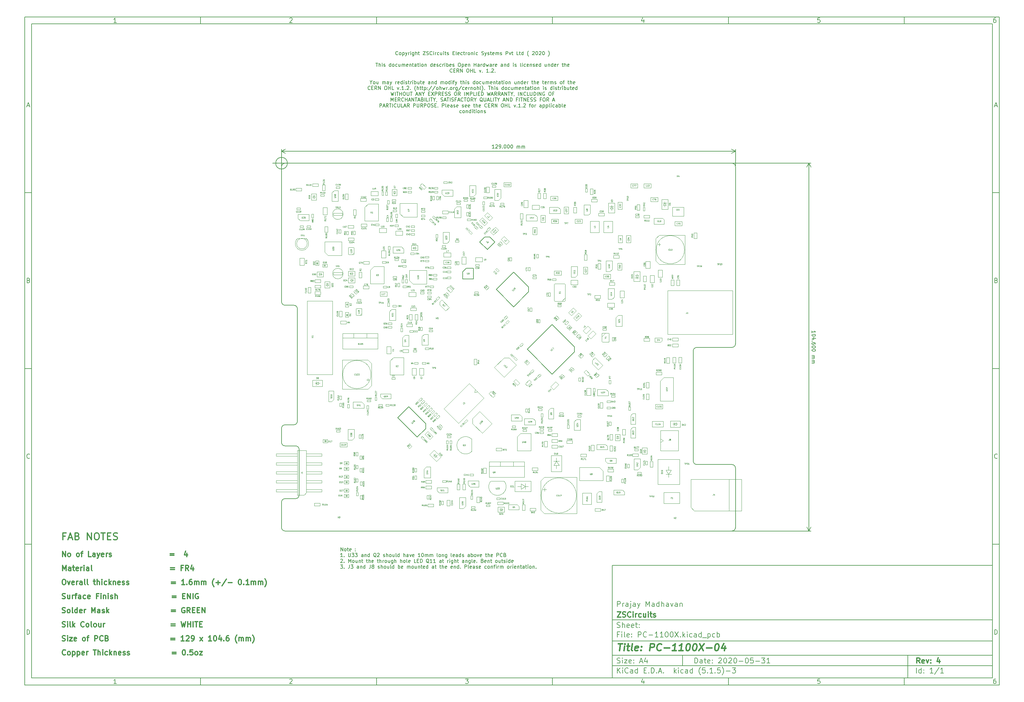
<source format=gbr>
G04 #@! TF.GenerationSoftware,KiCad,Pcbnew,(5.1.5)-3*
G04 #@! TF.CreationDate,2020-12-06T10:31:10+05:30*
G04 #@! TF.ProjectId,PC-1100X,50432d31-3130-4305-982e-6b696361645f,4*
G04 #@! TF.SameCoordinates,Original*
G04 #@! TF.FileFunction,Other,Fab,Top*
%FSLAX46Y46*%
G04 Gerber Fmt 4.6, Leading zero omitted, Abs format (unit mm)*
G04 Created by KiCad (PCBNEW (5.1.5)-3) date 2020-12-06 10:31:10*
%MOMM*%
%LPD*%
G04 APERTURE LIST*
%ADD10C,0.100000*%
%ADD11C,0.150000*%
%ADD12C,0.300000*%
%ADD13C,0.400000*%
G04 #@! TA.AperFunction,Profile*
%ADD14C,0.150000*%
G04 #@! TD*
%ADD15C,0.120000*%
%ADD16C,0.040000*%
G04 APERTURE END LIST*
D10*
D11*
X177002200Y-166007200D02*
X177002200Y-198007200D01*
X285002200Y-198007200D01*
X285002200Y-166007200D01*
X177002200Y-166007200D01*
D10*
D11*
X10000000Y-10000000D02*
X10000000Y-200007200D01*
X287002200Y-200007200D01*
X287002200Y-10000000D01*
X10000000Y-10000000D01*
D10*
D11*
X12000000Y-12000000D02*
X12000000Y-198007200D01*
X285002200Y-198007200D01*
X285002200Y-12000000D01*
X12000000Y-12000000D01*
D10*
D11*
X60000000Y-12000000D02*
X60000000Y-10000000D01*
D10*
D11*
X110000000Y-12000000D02*
X110000000Y-10000000D01*
D10*
D11*
X160000000Y-12000000D02*
X160000000Y-10000000D01*
D10*
D11*
X210000000Y-12000000D02*
X210000000Y-10000000D01*
D10*
D11*
X260000000Y-12000000D02*
X260000000Y-10000000D01*
D10*
D11*
X36065476Y-11588095D02*
X35322619Y-11588095D01*
X35694047Y-11588095D02*
X35694047Y-10288095D01*
X35570238Y-10473809D01*
X35446428Y-10597619D01*
X35322619Y-10659523D01*
D10*
D11*
X85322619Y-10411904D02*
X85384523Y-10350000D01*
X85508333Y-10288095D01*
X85817857Y-10288095D01*
X85941666Y-10350000D01*
X86003571Y-10411904D01*
X86065476Y-10535714D01*
X86065476Y-10659523D01*
X86003571Y-10845238D01*
X85260714Y-11588095D01*
X86065476Y-11588095D01*
D10*
D11*
X135260714Y-10288095D02*
X136065476Y-10288095D01*
X135632142Y-10783333D01*
X135817857Y-10783333D01*
X135941666Y-10845238D01*
X136003571Y-10907142D01*
X136065476Y-11030952D01*
X136065476Y-11340476D01*
X136003571Y-11464285D01*
X135941666Y-11526190D01*
X135817857Y-11588095D01*
X135446428Y-11588095D01*
X135322619Y-11526190D01*
X135260714Y-11464285D01*
D10*
D11*
X185941666Y-10721428D02*
X185941666Y-11588095D01*
X185632142Y-10226190D02*
X185322619Y-11154761D01*
X186127380Y-11154761D01*
D10*
D11*
X236003571Y-10288095D02*
X235384523Y-10288095D01*
X235322619Y-10907142D01*
X235384523Y-10845238D01*
X235508333Y-10783333D01*
X235817857Y-10783333D01*
X235941666Y-10845238D01*
X236003571Y-10907142D01*
X236065476Y-11030952D01*
X236065476Y-11340476D01*
X236003571Y-11464285D01*
X235941666Y-11526190D01*
X235817857Y-11588095D01*
X235508333Y-11588095D01*
X235384523Y-11526190D01*
X235322619Y-11464285D01*
D10*
D11*
X285941666Y-10288095D02*
X285694047Y-10288095D01*
X285570238Y-10350000D01*
X285508333Y-10411904D01*
X285384523Y-10597619D01*
X285322619Y-10845238D01*
X285322619Y-11340476D01*
X285384523Y-11464285D01*
X285446428Y-11526190D01*
X285570238Y-11588095D01*
X285817857Y-11588095D01*
X285941666Y-11526190D01*
X286003571Y-11464285D01*
X286065476Y-11340476D01*
X286065476Y-11030952D01*
X286003571Y-10907142D01*
X285941666Y-10845238D01*
X285817857Y-10783333D01*
X285570238Y-10783333D01*
X285446428Y-10845238D01*
X285384523Y-10907142D01*
X285322619Y-11030952D01*
D10*
D11*
X60000000Y-198007200D02*
X60000000Y-200007200D01*
D10*
D11*
X110000000Y-198007200D02*
X110000000Y-200007200D01*
D10*
D11*
X160000000Y-198007200D02*
X160000000Y-200007200D01*
D10*
D11*
X210000000Y-198007200D02*
X210000000Y-200007200D01*
D10*
D11*
X260000000Y-198007200D02*
X260000000Y-200007200D01*
D10*
D11*
X36065476Y-199595295D02*
X35322619Y-199595295D01*
X35694047Y-199595295D02*
X35694047Y-198295295D01*
X35570238Y-198481009D01*
X35446428Y-198604819D01*
X35322619Y-198666723D01*
D10*
D11*
X85322619Y-198419104D02*
X85384523Y-198357200D01*
X85508333Y-198295295D01*
X85817857Y-198295295D01*
X85941666Y-198357200D01*
X86003571Y-198419104D01*
X86065476Y-198542914D01*
X86065476Y-198666723D01*
X86003571Y-198852438D01*
X85260714Y-199595295D01*
X86065476Y-199595295D01*
D10*
D11*
X135260714Y-198295295D02*
X136065476Y-198295295D01*
X135632142Y-198790533D01*
X135817857Y-198790533D01*
X135941666Y-198852438D01*
X136003571Y-198914342D01*
X136065476Y-199038152D01*
X136065476Y-199347676D01*
X136003571Y-199471485D01*
X135941666Y-199533390D01*
X135817857Y-199595295D01*
X135446428Y-199595295D01*
X135322619Y-199533390D01*
X135260714Y-199471485D01*
D10*
D11*
X185941666Y-198728628D02*
X185941666Y-199595295D01*
X185632142Y-198233390D02*
X185322619Y-199161961D01*
X186127380Y-199161961D01*
D10*
D11*
X236003571Y-198295295D02*
X235384523Y-198295295D01*
X235322619Y-198914342D01*
X235384523Y-198852438D01*
X235508333Y-198790533D01*
X235817857Y-198790533D01*
X235941666Y-198852438D01*
X236003571Y-198914342D01*
X236065476Y-199038152D01*
X236065476Y-199347676D01*
X236003571Y-199471485D01*
X235941666Y-199533390D01*
X235817857Y-199595295D01*
X235508333Y-199595295D01*
X235384523Y-199533390D01*
X235322619Y-199471485D01*
D10*
D11*
X285941666Y-198295295D02*
X285694047Y-198295295D01*
X285570238Y-198357200D01*
X285508333Y-198419104D01*
X285384523Y-198604819D01*
X285322619Y-198852438D01*
X285322619Y-199347676D01*
X285384523Y-199471485D01*
X285446428Y-199533390D01*
X285570238Y-199595295D01*
X285817857Y-199595295D01*
X285941666Y-199533390D01*
X286003571Y-199471485D01*
X286065476Y-199347676D01*
X286065476Y-199038152D01*
X286003571Y-198914342D01*
X285941666Y-198852438D01*
X285817857Y-198790533D01*
X285570238Y-198790533D01*
X285446428Y-198852438D01*
X285384523Y-198914342D01*
X285322619Y-199038152D01*
D10*
D11*
X10000000Y-60000000D02*
X12000000Y-60000000D01*
D10*
D11*
X10000000Y-110000000D02*
X12000000Y-110000000D01*
D10*
D11*
X10000000Y-160000000D02*
X12000000Y-160000000D01*
D10*
D11*
X10690476Y-35216666D02*
X11309523Y-35216666D01*
X10566666Y-35588095D02*
X11000000Y-34288095D01*
X11433333Y-35588095D01*
D10*
D11*
X11092857Y-84907142D02*
X11278571Y-84969047D01*
X11340476Y-85030952D01*
X11402380Y-85154761D01*
X11402380Y-85340476D01*
X11340476Y-85464285D01*
X11278571Y-85526190D01*
X11154761Y-85588095D01*
X10659523Y-85588095D01*
X10659523Y-84288095D01*
X11092857Y-84288095D01*
X11216666Y-84350000D01*
X11278571Y-84411904D01*
X11340476Y-84535714D01*
X11340476Y-84659523D01*
X11278571Y-84783333D01*
X11216666Y-84845238D01*
X11092857Y-84907142D01*
X10659523Y-84907142D01*
D10*
D11*
X11402380Y-135464285D02*
X11340476Y-135526190D01*
X11154761Y-135588095D01*
X11030952Y-135588095D01*
X10845238Y-135526190D01*
X10721428Y-135402380D01*
X10659523Y-135278571D01*
X10597619Y-135030952D01*
X10597619Y-134845238D01*
X10659523Y-134597619D01*
X10721428Y-134473809D01*
X10845238Y-134350000D01*
X11030952Y-134288095D01*
X11154761Y-134288095D01*
X11340476Y-134350000D01*
X11402380Y-134411904D01*
D10*
D11*
X10659523Y-185588095D02*
X10659523Y-184288095D01*
X10969047Y-184288095D01*
X11154761Y-184350000D01*
X11278571Y-184473809D01*
X11340476Y-184597619D01*
X11402380Y-184845238D01*
X11402380Y-185030952D01*
X11340476Y-185278571D01*
X11278571Y-185402380D01*
X11154761Y-185526190D01*
X10969047Y-185588095D01*
X10659523Y-185588095D01*
D10*
D11*
X287002200Y-60000000D02*
X285002200Y-60000000D01*
D10*
D11*
X287002200Y-110000000D02*
X285002200Y-110000000D01*
D10*
D11*
X287002200Y-160000000D02*
X285002200Y-160000000D01*
D10*
D11*
X285692676Y-35216666D02*
X286311723Y-35216666D01*
X285568866Y-35588095D02*
X286002200Y-34288095D01*
X286435533Y-35588095D01*
D10*
D11*
X286095057Y-84907142D02*
X286280771Y-84969047D01*
X286342676Y-85030952D01*
X286404580Y-85154761D01*
X286404580Y-85340476D01*
X286342676Y-85464285D01*
X286280771Y-85526190D01*
X286156961Y-85588095D01*
X285661723Y-85588095D01*
X285661723Y-84288095D01*
X286095057Y-84288095D01*
X286218866Y-84350000D01*
X286280771Y-84411904D01*
X286342676Y-84535714D01*
X286342676Y-84659523D01*
X286280771Y-84783333D01*
X286218866Y-84845238D01*
X286095057Y-84907142D01*
X285661723Y-84907142D01*
D10*
D11*
X286404580Y-135464285D02*
X286342676Y-135526190D01*
X286156961Y-135588095D01*
X286033152Y-135588095D01*
X285847438Y-135526190D01*
X285723628Y-135402380D01*
X285661723Y-135278571D01*
X285599819Y-135030952D01*
X285599819Y-134845238D01*
X285661723Y-134597619D01*
X285723628Y-134473809D01*
X285847438Y-134350000D01*
X286033152Y-134288095D01*
X286156961Y-134288095D01*
X286342676Y-134350000D01*
X286404580Y-134411904D01*
D10*
D11*
X285661723Y-185588095D02*
X285661723Y-184288095D01*
X285971247Y-184288095D01*
X286156961Y-184350000D01*
X286280771Y-184473809D01*
X286342676Y-184597619D01*
X286404580Y-184845238D01*
X286404580Y-185030952D01*
X286342676Y-185278571D01*
X286280771Y-185402380D01*
X286156961Y-185526190D01*
X285971247Y-185588095D01*
X285661723Y-185588095D01*
D10*
D11*
X200434342Y-193785771D02*
X200434342Y-192285771D01*
X200791485Y-192285771D01*
X201005771Y-192357200D01*
X201148628Y-192500057D01*
X201220057Y-192642914D01*
X201291485Y-192928628D01*
X201291485Y-193142914D01*
X201220057Y-193428628D01*
X201148628Y-193571485D01*
X201005771Y-193714342D01*
X200791485Y-193785771D01*
X200434342Y-193785771D01*
X202577200Y-193785771D02*
X202577200Y-193000057D01*
X202505771Y-192857200D01*
X202362914Y-192785771D01*
X202077200Y-192785771D01*
X201934342Y-192857200D01*
X202577200Y-193714342D02*
X202434342Y-193785771D01*
X202077200Y-193785771D01*
X201934342Y-193714342D01*
X201862914Y-193571485D01*
X201862914Y-193428628D01*
X201934342Y-193285771D01*
X202077200Y-193214342D01*
X202434342Y-193214342D01*
X202577200Y-193142914D01*
X203077200Y-192785771D02*
X203648628Y-192785771D01*
X203291485Y-192285771D02*
X203291485Y-193571485D01*
X203362914Y-193714342D01*
X203505771Y-193785771D01*
X203648628Y-193785771D01*
X204720057Y-193714342D02*
X204577200Y-193785771D01*
X204291485Y-193785771D01*
X204148628Y-193714342D01*
X204077200Y-193571485D01*
X204077200Y-193000057D01*
X204148628Y-192857200D01*
X204291485Y-192785771D01*
X204577200Y-192785771D01*
X204720057Y-192857200D01*
X204791485Y-193000057D01*
X204791485Y-193142914D01*
X204077200Y-193285771D01*
X205434342Y-193642914D02*
X205505771Y-193714342D01*
X205434342Y-193785771D01*
X205362914Y-193714342D01*
X205434342Y-193642914D01*
X205434342Y-193785771D01*
X205434342Y-192857200D02*
X205505771Y-192928628D01*
X205434342Y-193000057D01*
X205362914Y-192928628D01*
X205434342Y-192857200D01*
X205434342Y-193000057D01*
X207220057Y-192428628D02*
X207291485Y-192357200D01*
X207434342Y-192285771D01*
X207791485Y-192285771D01*
X207934342Y-192357200D01*
X208005771Y-192428628D01*
X208077200Y-192571485D01*
X208077200Y-192714342D01*
X208005771Y-192928628D01*
X207148628Y-193785771D01*
X208077200Y-193785771D01*
X209005771Y-192285771D02*
X209148628Y-192285771D01*
X209291485Y-192357200D01*
X209362914Y-192428628D01*
X209434342Y-192571485D01*
X209505771Y-192857200D01*
X209505771Y-193214342D01*
X209434342Y-193500057D01*
X209362914Y-193642914D01*
X209291485Y-193714342D01*
X209148628Y-193785771D01*
X209005771Y-193785771D01*
X208862914Y-193714342D01*
X208791485Y-193642914D01*
X208720057Y-193500057D01*
X208648628Y-193214342D01*
X208648628Y-192857200D01*
X208720057Y-192571485D01*
X208791485Y-192428628D01*
X208862914Y-192357200D01*
X209005771Y-192285771D01*
X210077200Y-192428628D02*
X210148628Y-192357200D01*
X210291485Y-192285771D01*
X210648628Y-192285771D01*
X210791485Y-192357200D01*
X210862914Y-192428628D01*
X210934342Y-192571485D01*
X210934342Y-192714342D01*
X210862914Y-192928628D01*
X210005771Y-193785771D01*
X210934342Y-193785771D01*
X211862914Y-192285771D02*
X212005771Y-192285771D01*
X212148628Y-192357200D01*
X212220057Y-192428628D01*
X212291485Y-192571485D01*
X212362914Y-192857200D01*
X212362914Y-193214342D01*
X212291485Y-193500057D01*
X212220057Y-193642914D01*
X212148628Y-193714342D01*
X212005771Y-193785771D01*
X211862914Y-193785771D01*
X211720057Y-193714342D01*
X211648628Y-193642914D01*
X211577200Y-193500057D01*
X211505771Y-193214342D01*
X211505771Y-192857200D01*
X211577200Y-192571485D01*
X211648628Y-192428628D01*
X211720057Y-192357200D01*
X211862914Y-192285771D01*
X213005771Y-193214342D02*
X214148628Y-193214342D01*
X215148628Y-192285771D02*
X215291485Y-192285771D01*
X215434342Y-192357200D01*
X215505771Y-192428628D01*
X215577200Y-192571485D01*
X215648628Y-192857200D01*
X215648628Y-193214342D01*
X215577200Y-193500057D01*
X215505771Y-193642914D01*
X215434342Y-193714342D01*
X215291485Y-193785771D01*
X215148628Y-193785771D01*
X215005771Y-193714342D01*
X214934342Y-193642914D01*
X214862914Y-193500057D01*
X214791485Y-193214342D01*
X214791485Y-192857200D01*
X214862914Y-192571485D01*
X214934342Y-192428628D01*
X215005771Y-192357200D01*
X215148628Y-192285771D01*
X217005771Y-192285771D02*
X216291485Y-192285771D01*
X216220057Y-193000057D01*
X216291485Y-192928628D01*
X216434342Y-192857200D01*
X216791485Y-192857200D01*
X216934342Y-192928628D01*
X217005771Y-193000057D01*
X217077200Y-193142914D01*
X217077200Y-193500057D01*
X217005771Y-193642914D01*
X216934342Y-193714342D01*
X216791485Y-193785771D01*
X216434342Y-193785771D01*
X216291485Y-193714342D01*
X216220057Y-193642914D01*
X217720057Y-193214342D02*
X218862914Y-193214342D01*
X219434342Y-192285771D02*
X220362914Y-192285771D01*
X219862914Y-192857200D01*
X220077200Y-192857200D01*
X220220057Y-192928628D01*
X220291485Y-193000057D01*
X220362914Y-193142914D01*
X220362914Y-193500057D01*
X220291485Y-193642914D01*
X220220057Y-193714342D01*
X220077200Y-193785771D01*
X219648628Y-193785771D01*
X219505771Y-193714342D01*
X219434342Y-193642914D01*
X221791485Y-193785771D02*
X220934342Y-193785771D01*
X221362914Y-193785771D02*
X221362914Y-192285771D01*
X221220057Y-192500057D01*
X221077200Y-192642914D01*
X220934342Y-192714342D01*
D10*
D11*
X177002200Y-194507200D02*
X285002200Y-194507200D01*
D10*
D11*
X178434342Y-196585771D02*
X178434342Y-195085771D01*
X179291485Y-196585771D02*
X178648628Y-195728628D01*
X179291485Y-195085771D02*
X178434342Y-195942914D01*
X179934342Y-196585771D02*
X179934342Y-195585771D01*
X179934342Y-195085771D02*
X179862914Y-195157200D01*
X179934342Y-195228628D01*
X180005771Y-195157200D01*
X179934342Y-195085771D01*
X179934342Y-195228628D01*
X181505771Y-196442914D02*
X181434342Y-196514342D01*
X181220057Y-196585771D01*
X181077200Y-196585771D01*
X180862914Y-196514342D01*
X180720057Y-196371485D01*
X180648628Y-196228628D01*
X180577200Y-195942914D01*
X180577200Y-195728628D01*
X180648628Y-195442914D01*
X180720057Y-195300057D01*
X180862914Y-195157200D01*
X181077200Y-195085771D01*
X181220057Y-195085771D01*
X181434342Y-195157200D01*
X181505771Y-195228628D01*
X182791485Y-196585771D02*
X182791485Y-195800057D01*
X182720057Y-195657200D01*
X182577200Y-195585771D01*
X182291485Y-195585771D01*
X182148628Y-195657200D01*
X182791485Y-196514342D02*
X182648628Y-196585771D01*
X182291485Y-196585771D01*
X182148628Y-196514342D01*
X182077200Y-196371485D01*
X182077200Y-196228628D01*
X182148628Y-196085771D01*
X182291485Y-196014342D01*
X182648628Y-196014342D01*
X182791485Y-195942914D01*
X184148628Y-196585771D02*
X184148628Y-195085771D01*
X184148628Y-196514342D02*
X184005771Y-196585771D01*
X183720057Y-196585771D01*
X183577200Y-196514342D01*
X183505771Y-196442914D01*
X183434342Y-196300057D01*
X183434342Y-195871485D01*
X183505771Y-195728628D01*
X183577200Y-195657200D01*
X183720057Y-195585771D01*
X184005771Y-195585771D01*
X184148628Y-195657200D01*
X186005771Y-195800057D02*
X186505771Y-195800057D01*
X186720057Y-196585771D02*
X186005771Y-196585771D01*
X186005771Y-195085771D01*
X186720057Y-195085771D01*
X187362914Y-196442914D02*
X187434342Y-196514342D01*
X187362914Y-196585771D01*
X187291485Y-196514342D01*
X187362914Y-196442914D01*
X187362914Y-196585771D01*
X188077200Y-196585771D02*
X188077200Y-195085771D01*
X188434342Y-195085771D01*
X188648628Y-195157200D01*
X188791485Y-195300057D01*
X188862914Y-195442914D01*
X188934342Y-195728628D01*
X188934342Y-195942914D01*
X188862914Y-196228628D01*
X188791485Y-196371485D01*
X188648628Y-196514342D01*
X188434342Y-196585771D01*
X188077200Y-196585771D01*
X189577200Y-196442914D02*
X189648628Y-196514342D01*
X189577200Y-196585771D01*
X189505771Y-196514342D01*
X189577200Y-196442914D01*
X189577200Y-196585771D01*
X190220057Y-196157200D02*
X190934342Y-196157200D01*
X190077200Y-196585771D02*
X190577200Y-195085771D01*
X191077200Y-196585771D01*
X191577200Y-196442914D02*
X191648628Y-196514342D01*
X191577200Y-196585771D01*
X191505771Y-196514342D01*
X191577200Y-196442914D01*
X191577200Y-196585771D01*
X194577200Y-196585771D02*
X194577200Y-195085771D01*
X194720057Y-196014342D02*
X195148628Y-196585771D01*
X195148628Y-195585771D02*
X194577200Y-196157200D01*
X195791485Y-196585771D02*
X195791485Y-195585771D01*
X195791485Y-195085771D02*
X195720057Y-195157200D01*
X195791485Y-195228628D01*
X195862914Y-195157200D01*
X195791485Y-195085771D01*
X195791485Y-195228628D01*
X197148628Y-196514342D02*
X197005771Y-196585771D01*
X196720057Y-196585771D01*
X196577200Y-196514342D01*
X196505771Y-196442914D01*
X196434342Y-196300057D01*
X196434342Y-195871485D01*
X196505771Y-195728628D01*
X196577200Y-195657200D01*
X196720057Y-195585771D01*
X197005771Y-195585771D01*
X197148628Y-195657200D01*
X198434342Y-196585771D02*
X198434342Y-195800057D01*
X198362914Y-195657200D01*
X198220057Y-195585771D01*
X197934342Y-195585771D01*
X197791485Y-195657200D01*
X198434342Y-196514342D02*
X198291485Y-196585771D01*
X197934342Y-196585771D01*
X197791485Y-196514342D01*
X197720057Y-196371485D01*
X197720057Y-196228628D01*
X197791485Y-196085771D01*
X197934342Y-196014342D01*
X198291485Y-196014342D01*
X198434342Y-195942914D01*
X199791485Y-196585771D02*
X199791485Y-195085771D01*
X199791485Y-196514342D02*
X199648628Y-196585771D01*
X199362914Y-196585771D01*
X199220057Y-196514342D01*
X199148628Y-196442914D01*
X199077200Y-196300057D01*
X199077200Y-195871485D01*
X199148628Y-195728628D01*
X199220057Y-195657200D01*
X199362914Y-195585771D01*
X199648628Y-195585771D01*
X199791485Y-195657200D01*
X202077200Y-197157200D02*
X202005771Y-197085771D01*
X201862914Y-196871485D01*
X201791485Y-196728628D01*
X201720057Y-196514342D01*
X201648628Y-196157200D01*
X201648628Y-195871485D01*
X201720057Y-195514342D01*
X201791485Y-195300057D01*
X201862914Y-195157200D01*
X202005771Y-194942914D01*
X202077200Y-194871485D01*
X203362914Y-195085771D02*
X202648628Y-195085771D01*
X202577200Y-195800057D01*
X202648628Y-195728628D01*
X202791485Y-195657200D01*
X203148628Y-195657200D01*
X203291485Y-195728628D01*
X203362914Y-195800057D01*
X203434342Y-195942914D01*
X203434342Y-196300057D01*
X203362914Y-196442914D01*
X203291485Y-196514342D01*
X203148628Y-196585771D01*
X202791485Y-196585771D01*
X202648628Y-196514342D01*
X202577200Y-196442914D01*
X204077200Y-196442914D02*
X204148628Y-196514342D01*
X204077200Y-196585771D01*
X204005771Y-196514342D01*
X204077200Y-196442914D01*
X204077200Y-196585771D01*
X205577200Y-196585771D02*
X204720057Y-196585771D01*
X205148628Y-196585771D02*
X205148628Y-195085771D01*
X205005771Y-195300057D01*
X204862914Y-195442914D01*
X204720057Y-195514342D01*
X206220057Y-196442914D02*
X206291485Y-196514342D01*
X206220057Y-196585771D01*
X206148628Y-196514342D01*
X206220057Y-196442914D01*
X206220057Y-196585771D01*
X207648628Y-195085771D02*
X206934342Y-195085771D01*
X206862914Y-195800057D01*
X206934342Y-195728628D01*
X207077200Y-195657200D01*
X207434342Y-195657200D01*
X207577200Y-195728628D01*
X207648628Y-195800057D01*
X207720057Y-195942914D01*
X207720057Y-196300057D01*
X207648628Y-196442914D01*
X207577200Y-196514342D01*
X207434342Y-196585771D01*
X207077200Y-196585771D01*
X206934342Y-196514342D01*
X206862914Y-196442914D01*
X208220057Y-197157200D02*
X208291485Y-197085771D01*
X208434342Y-196871485D01*
X208505771Y-196728628D01*
X208577200Y-196514342D01*
X208648628Y-196157200D01*
X208648628Y-195871485D01*
X208577200Y-195514342D01*
X208505771Y-195300057D01*
X208434342Y-195157200D01*
X208291485Y-194942914D01*
X208220057Y-194871485D01*
X209362914Y-196014342D02*
X210505771Y-196014342D01*
X211077200Y-195085771D02*
X212005771Y-195085771D01*
X211505771Y-195657200D01*
X211720057Y-195657200D01*
X211862914Y-195728628D01*
X211934342Y-195800057D01*
X212005771Y-195942914D01*
X212005771Y-196300057D01*
X211934342Y-196442914D01*
X211862914Y-196514342D01*
X211720057Y-196585771D01*
X211291485Y-196585771D01*
X211148628Y-196514342D01*
X211077200Y-196442914D01*
D10*
D11*
X177002200Y-191507200D02*
X285002200Y-191507200D01*
D10*
D12*
X264411485Y-193785771D02*
X263911485Y-193071485D01*
X263554342Y-193785771D02*
X263554342Y-192285771D01*
X264125771Y-192285771D01*
X264268628Y-192357200D01*
X264340057Y-192428628D01*
X264411485Y-192571485D01*
X264411485Y-192785771D01*
X264340057Y-192928628D01*
X264268628Y-193000057D01*
X264125771Y-193071485D01*
X263554342Y-193071485D01*
X265625771Y-193714342D02*
X265482914Y-193785771D01*
X265197200Y-193785771D01*
X265054342Y-193714342D01*
X264982914Y-193571485D01*
X264982914Y-193000057D01*
X265054342Y-192857200D01*
X265197200Y-192785771D01*
X265482914Y-192785771D01*
X265625771Y-192857200D01*
X265697200Y-193000057D01*
X265697200Y-193142914D01*
X264982914Y-193285771D01*
X266197200Y-192785771D02*
X266554342Y-193785771D01*
X266911485Y-192785771D01*
X267482914Y-193642914D02*
X267554342Y-193714342D01*
X267482914Y-193785771D01*
X267411485Y-193714342D01*
X267482914Y-193642914D01*
X267482914Y-193785771D01*
X267482914Y-192857200D02*
X267554342Y-192928628D01*
X267482914Y-193000057D01*
X267411485Y-192928628D01*
X267482914Y-192857200D01*
X267482914Y-193000057D01*
X269982914Y-192785771D02*
X269982914Y-193785771D01*
X269625771Y-192214342D02*
X269268628Y-193285771D01*
X270197200Y-193285771D01*
D10*
D11*
X178362914Y-193714342D02*
X178577200Y-193785771D01*
X178934342Y-193785771D01*
X179077200Y-193714342D01*
X179148628Y-193642914D01*
X179220057Y-193500057D01*
X179220057Y-193357200D01*
X179148628Y-193214342D01*
X179077200Y-193142914D01*
X178934342Y-193071485D01*
X178648628Y-193000057D01*
X178505771Y-192928628D01*
X178434342Y-192857200D01*
X178362914Y-192714342D01*
X178362914Y-192571485D01*
X178434342Y-192428628D01*
X178505771Y-192357200D01*
X178648628Y-192285771D01*
X179005771Y-192285771D01*
X179220057Y-192357200D01*
X179862914Y-193785771D02*
X179862914Y-192785771D01*
X179862914Y-192285771D02*
X179791485Y-192357200D01*
X179862914Y-192428628D01*
X179934342Y-192357200D01*
X179862914Y-192285771D01*
X179862914Y-192428628D01*
X180434342Y-192785771D02*
X181220057Y-192785771D01*
X180434342Y-193785771D01*
X181220057Y-193785771D01*
X182362914Y-193714342D02*
X182220057Y-193785771D01*
X181934342Y-193785771D01*
X181791485Y-193714342D01*
X181720057Y-193571485D01*
X181720057Y-193000057D01*
X181791485Y-192857200D01*
X181934342Y-192785771D01*
X182220057Y-192785771D01*
X182362914Y-192857200D01*
X182434342Y-193000057D01*
X182434342Y-193142914D01*
X181720057Y-193285771D01*
X183077200Y-193642914D02*
X183148628Y-193714342D01*
X183077200Y-193785771D01*
X183005771Y-193714342D01*
X183077200Y-193642914D01*
X183077200Y-193785771D01*
X183077200Y-192857200D02*
X183148628Y-192928628D01*
X183077200Y-193000057D01*
X183005771Y-192928628D01*
X183077200Y-192857200D01*
X183077200Y-193000057D01*
X184862914Y-193357200D02*
X185577200Y-193357200D01*
X184720057Y-193785771D02*
X185220057Y-192285771D01*
X185720057Y-193785771D01*
X186862914Y-192785771D02*
X186862914Y-193785771D01*
X186505771Y-192214342D02*
X186148628Y-193285771D01*
X187077200Y-193285771D01*
D10*
D11*
X263434342Y-196585771D02*
X263434342Y-195085771D01*
X264791485Y-196585771D02*
X264791485Y-195085771D01*
X264791485Y-196514342D02*
X264648628Y-196585771D01*
X264362914Y-196585771D01*
X264220057Y-196514342D01*
X264148628Y-196442914D01*
X264077200Y-196300057D01*
X264077200Y-195871485D01*
X264148628Y-195728628D01*
X264220057Y-195657200D01*
X264362914Y-195585771D01*
X264648628Y-195585771D01*
X264791485Y-195657200D01*
X265505771Y-196442914D02*
X265577200Y-196514342D01*
X265505771Y-196585771D01*
X265434342Y-196514342D01*
X265505771Y-196442914D01*
X265505771Y-196585771D01*
X265505771Y-195657200D02*
X265577200Y-195728628D01*
X265505771Y-195800057D01*
X265434342Y-195728628D01*
X265505771Y-195657200D01*
X265505771Y-195800057D01*
X268148628Y-196585771D02*
X267291485Y-196585771D01*
X267720057Y-196585771D02*
X267720057Y-195085771D01*
X267577200Y-195300057D01*
X267434342Y-195442914D01*
X267291485Y-195514342D01*
X269862914Y-195014342D02*
X268577200Y-196942914D01*
X271148628Y-196585771D02*
X270291485Y-196585771D01*
X270720057Y-196585771D02*
X270720057Y-195085771D01*
X270577200Y-195300057D01*
X270434342Y-195442914D01*
X270291485Y-195514342D01*
D10*
D11*
X177002200Y-187507200D02*
X285002200Y-187507200D01*
D10*
D13*
X178714580Y-188211961D02*
X179857438Y-188211961D01*
X179036009Y-190211961D02*
X179286009Y-188211961D01*
X180274104Y-190211961D02*
X180440771Y-188878628D01*
X180524104Y-188211961D02*
X180416961Y-188307200D01*
X180500295Y-188402438D01*
X180607438Y-188307200D01*
X180524104Y-188211961D01*
X180500295Y-188402438D01*
X181107438Y-188878628D02*
X181869342Y-188878628D01*
X181476485Y-188211961D02*
X181262200Y-189926247D01*
X181333628Y-190116723D01*
X181512200Y-190211961D01*
X181702676Y-190211961D01*
X182655057Y-190211961D02*
X182476485Y-190116723D01*
X182405057Y-189926247D01*
X182619342Y-188211961D01*
X184190771Y-190116723D02*
X183988390Y-190211961D01*
X183607438Y-190211961D01*
X183428866Y-190116723D01*
X183357438Y-189926247D01*
X183452676Y-189164342D01*
X183571723Y-188973866D01*
X183774104Y-188878628D01*
X184155057Y-188878628D01*
X184333628Y-188973866D01*
X184405057Y-189164342D01*
X184381247Y-189354819D01*
X183405057Y-189545295D01*
X185155057Y-190021485D02*
X185238390Y-190116723D01*
X185131247Y-190211961D01*
X185047914Y-190116723D01*
X185155057Y-190021485D01*
X185131247Y-190211961D01*
X185286009Y-188973866D02*
X185369342Y-189069104D01*
X185262200Y-189164342D01*
X185178866Y-189069104D01*
X185286009Y-188973866D01*
X185262200Y-189164342D01*
X187607438Y-190211961D02*
X187857438Y-188211961D01*
X188619342Y-188211961D01*
X188797914Y-188307200D01*
X188881247Y-188402438D01*
X188952676Y-188592914D01*
X188916961Y-188878628D01*
X188797914Y-189069104D01*
X188690771Y-189164342D01*
X188488390Y-189259580D01*
X187726485Y-189259580D01*
X190774104Y-190021485D02*
X190666961Y-190116723D01*
X190369342Y-190211961D01*
X190178866Y-190211961D01*
X189905057Y-190116723D01*
X189738390Y-189926247D01*
X189666961Y-189735771D01*
X189619342Y-189354819D01*
X189655057Y-189069104D01*
X189797914Y-188688152D01*
X189916961Y-188497676D01*
X190131247Y-188307200D01*
X190428866Y-188211961D01*
X190619342Y-188211961D01*
X190893152Y-188307200D01*
X190976485Y-188402438D01*
X191702676Y-189450057D02*
X193226485Y-189450057D01*
X195131247Y-190211961D02*
X193988390Y-190211961D01*
X194559819Y-190211961D02*
X194809819Y-188211961D01*
X194583628Y-188497676D01*
X194369342Y-188688152D01*
X194166961Y-188783390D01*
X197036009Y-190211961D02*
X195893152Y-190211961D01*
X196464580Y-190211961D02*
X196714580Y-188211961D01*
X196488390Y-188497676D01*
X196274104Y-188688152D01*
X196071723Y-188783390D01*
X198524104Y-188211961D02*
X198714580Y-188211961D01*
X198893152Y-188307200D01*
X198976485Y-188402438D01*
X199047914Y-188592914D01*
X199095533Y-188973866D01*
X199036009Y-189450057D01*
X198893152Y-189831009D01*
X198774104Y-190021485D01*
X198666961Y-190116723D01*
X198464580Y-190211961D01*
X198274104Y-190211961D01*
X198095533Y-190116723D01*
X198012200Y-190021485D01*
X197940771Y-189831009D01*
X197893152Y-189450057D01*
X197952676Y-188973866D01*
X198095533Y-188592914D01*
X198214580Y-188402438D01*
X198321723Y-188307200D01*
X198524104Y-188211961D01*
X200428866Y-188211961D02*
X200619342Y-188211961D01*
X200797914Y-188307200D01*
X200881247Y-188402438D01*
X200952676Y-188592914D01*
X201000295Y-188973866D01*
X200940771Y-189450057D01*
X200797914Y-189831009D01*
X200678866Y-190021485D01*
X200571723Y-190116723D01*
X200369342Y-190211961D01*
X200178866Y-190211961D01*
X200000295Y-190116723D01*
X199916961Y-190021485D01*
X199845533Y-189831009D01*
X199797914Y-189450057D01*
X199857438Y-188973866D01*
X200000295Y-188592914D01*
X200119342Y-188402438D01*
X200226485Y-188307200D01*
X200428866Y-188211961D01*
X201762200Y-188211961D02*
X202845533Y-190211961D01*
X203095533Y-188211961D02*
X201512200Y-190211961D01*
X203702676Y-189450057D02*
X205226485Y-189450057D01*
X206714580Y-188211961D02*
X206905057Y-188211961D01*
X207083628Y-188307200D01*
X207166961Y-188402438D01*
X207238390Y-188592914D01*
X207286009Y-188973866D01*
X207226485Y-189450057D01*
X207083628Y-189831009D01*
X206964580Y-190021485D01*
X206857438Y-190116723D01*
X206655057Y-190211961D01*
X206464580Y-190211961D01*
X206286009Y-190116723D01*
X206202676Y-190021485D01*
X206131247Y-189831009D01*
X206083628Y-189450057D01*
X206143152Y-188973866D01*
X206286009Y-188592914D01*
X206405057Y-188402438D01*
X206512200Y-188307200D01*
X206714580Y-188211961D01*
X209012200Y-188878628D02*
X208845533Y-190211961D01*
X208631247Y-188116723D02*
X207976485Y-189545295D01*
X209214580Y-189545295D01*
D10*
D11*
X178934342Y-185600057D02*
X178434342Y-185600057D01*
X178434342Y-186385771D02*
X178434342Y-184885771D01*
X179148628Y-184885771D01*
X179720057Y-186385771D02*
X179720057Y-185385771D01*
X179720057Y-184885771D02*
X179648628Y-184957200D01*
X179720057Y-185028628D01*
X179791485Y-184957200D01*
X179720057Y-184885771D01*
X179720057Y-185028628D01*
X180648628Y-186385771D02*
X180505771Y-186314342D01*
X180434342Y-186171485D01*
X180434342Y-184885771D01*
X181791485Y-186314342D02*
X181648628Y-186385771D01*
X181362914Y-186385771D01*
X181220057Y-186314342D01*
X181148628Y-186171485D01*
X181148628Y-185600057D01*
X181220057Y-185457200D01*
X181362914Y-185385771D01*
X181648628Y-185385771D01*
X181791485Y-185457200D01*
X181862914Y-185600057D01*
X181862914Y-185742914D01*
X181148628Y-185885771D01*
X182505771Y-186242914D02*
X182577200Y-186314342D01*
X182505771Y-186385771D01*
X182434342Y-186314342D01*
X182505771Y-186242914D01*
X182505771Y-186385771D01*
X182505771Y-185457200D02*
X182577200Y-185528628D01*
X182505771Y-185600057D01*
X182434342Y-185528628D01*
X182505771Y-185457200D01*
X182505771Y-185600057D01*
X184362914Y-186385771D02*
X184362914Y-184885771D01*
X184934342Y-184885771D01*
X185077200Y-184957200D01*
X185148628Y-185028628D01*
X185220057Y-185171485D01*
X185220057Y-185385771D01*
X185148628Y-185528628D01*
X185077200Y-185600057D01*
X184934342Y-185671485D01*
X184362914Y-185671485D01*
X186720057Y-186242914D02*
X186648628Y-186314342D01*
X186434342Y-186385771D01*
X186291485Y-186385771D01*
X186077200Y-186314342D01*
X185934342Y-186171485D01*
X185862914Y-186028628D01*
X185791485Y-185742914D01*
X185791485Y-185528628D01*
X185862914Y-185242914D01*
X185934342Y-185100057D01*
X186077200Y-184957200D01*
X186291485Y-184885771D01*
X186434342Y-184885771D01*
X186648628Y-184957200D01*
X186720057Y-185028628D01*
X187362914Y-185814342D02*
X188505771Y-185814342D01*
X190005771Y-186385771D02*
X189148628Y-186385771D01*
X189577200Y-186385771D02*
X189577200Y-184885771D01*
X189434342Y-185100057D01*
X189291485Y-185242914D01*
X189148628Y-185314342D01*
X191434342Y-186385771D02*
X190577200Y-186385771D01*
X191005771Y-186385771D02*
X191005771Y-184885771D01*
X190862914Y-185100057D01*
X190720057Y-185242914D01*
X190577200Y-185314342D01*
X192362914Y-184885771D02*
X192505771Y-184885771D01*
X192648628Y-184957200D01*
X192720057Y-185028628D01*
X192791485Y-185171485D01*
X192862914Y-185457200D01*
X192862914Y-185814342D01*
X192791485Y-186100057D01*
X192720057Y-186242914D01*
X192648628Y-186314342D01*
X192505771Y-186385771D01*
X192362914Y-186385771D01*
X192220057Y-186314342D01*
X192148628Y-186242914D01*
X192077200Y-186100057D01*
X192005771Y-185814342D01*
X192005771Y-185457200D01*
X192077200Y-185171485D01*
X192148628Y-185028628D01*
X192220057Y-184957200D01*
X192362914Y-184885771D01*
X193791485Y-184885771D02*
X193934342Y-184885771D01*
X194077200Y-184957200D01*
X194148628Y-185028628D01*
X194220057Y-185171485D01*
X194291485Y-185457200D01*
X194291485Y-185814342D01*
X194220057Y-186100057D01*
X194148628Y-186242914D01*
X194077200Y-186314342D01*
X193934342Y-186385771D01*
X193791485Y-186385771D01*
X193648628Y-186314342D01*
X193577200Y-186242914D01*
X193505771Y-186100057D01*
X193434342Y-185814342D01*
X193434342Y-185457200D01*
X193505771Y-185171485D01*
X193577200Y-185028628D01*
X193648628Y-184957200D01*
X193791485Y-184885771D01*
X194791485Y-184885771D02*
X195791485Y-186385771D01*
X195791485Y-184885771D02*
X194791485Y-186385771D01*
X196362914Y-186242914D02*
X196434342Y-186314342D01*
X196362914Y-186385771D01*
X196291485Y-186314342D01*
X196362914Y-186242914D01*
X196362914Y-186385771D01*
X197077200Y-186385771D02*
X197077200Y-184885771D01*
X197220057Y-185814342D02*
X197648628Y-186385771D01*
X197648628Y-185385771D02*
X197077200Y-185957200D01*
X198291485Y-186385771D02*
X198291485Y-185385771D01*
X198291485Y-184885771D02*
X198220057Y-184957200D01*
X198291485Y-185028628D01*
X198362914Y-184957200D01*
X198291485Y-184885771D01*
X198291485Y-185028628D01*
X199648628Y-186314342D02*
X199505771Y-186385771D01*
X199220057Y-186385771D01*
X199077200Y-186314342D01*
X199005771Y-186242914D01*
X198934342Y-186100057D01*
X198934342Y-185671485D01*
X199005771Y-185528628D01*
X199077200Y-185457200D01*
X199220057Y-185385771D01*
X199505771Y-185385771D01*
X199648628Y-185457200D01*
X200934342Y-186385771D02*
X200934342Y-185600057D01*
X200862914Y-185457200D01*
X200720057Y-185385771D01*
X200434342Y-185385771D01*
X200291485Y-185457200D01*
X200934342Y-186314342D02*
X200791485Y-186385771D01*
X200434342Y-186385771D01*
X200291485Y-186314342D01*
X200220057Y-186171485D01*
X200220057Y-186028628D01*
X200291485Y-185885771D01*
X200434342Y-185814342D01*
X200791485Y-185814342D01*
X200934342Y-185742914D01*
X202291485Y-186385771D02*
X202291485Y-184885771D01*
X202291485Y-186314342D02*
X202148628Y-186385771D01*
X201862914Y-186385771D01*
X201720057Y-186314342D01*
X201648628Y-186242914D01*
X201577200Y-186100057D01*
X201577200Y-185671485D01*
X201648628Y-185528628D01*
X201720057Y-185457200D01*
X201862914Y-185385771D01*
X202148628Y-185385771D01*
X202291485Y-185457200D01*
X202648628Y-186528628D02*
X203791485Y-186528628D01*
X204148628Y-185385771D02*
X204148628Y-186885771D01*
X204148628Y-185457200D02*
X204291485Y-185385771D01*
X204577200Y-185385771D01*
X204720057Y-185457200D01*
X204791485Y-185528628D01*
X204862914Y-185671485D01*
X204862914Y-186100057D01*
X204791485Y-186242914D01*
X204720057Y-186314342D01*
X204577200Y-186385771D01*
X204291485Y-186385771D01*
X204148628Y-186314342D01*
X206148628Y-186314342D02*
X206005771Y-186385771D01*
X205720057Y-186385771D01*
X205577200Y-186314342D01*
X205505771Y-186242914D01*
X205434342Y-186100057D01*
X205434342Y-185671485D01*
X205505771Y-185528628D01*
X205577200Y-185457200D01*
X205720057Y-185385771D01*
X206005771Y-185385771D01*
X206148628Y-185457200D01*
X206791485Y-186385771D02*
X206791485Y-184885771D01*
X206791485Y-185457200D02*
X206934342Y-185385771D01*
X207220057Y-185385771D01*
X207362914Y-185457200D01*
X207434342Y-185528628D01*
X207505771Y-185671485D01*
X207505771Y-186100057D01*
X207434342Y-186242914D01*
X207362914Y-186314342D01*
X207220057Y-186385771D01*
X206934342Y-186385771D01*
X206791485Y-186314342D01*
D10*
D11*
X177002200Y-181507200D02*
X285002200Y-181507200D01*
D10*
D11*
X178362914Y-183614342D02*
X178577200Y-183685771D01*
X178934342Y-183685771D01*
X179077200Y-183614342D01*
X179148628Y-183542914D01*
X179220057Y-183400057D01*
X179220057Y-183257200D01*
X179148628Y-183114342D01*
X179077200Y-183042914D01*
X178934342Y-182971485D01*
X178648628Y-182900057D01*
X178505771Y-182828628D01*
X178434342Y-182757200D01*
X178362914Y-182614342D01*
X178362914Y-182471485D01*
X178434342Y-182328628D01*
X178505771Y-182257200D01*
X178648628Y-182185771D01*
X179005771Y-182185771D01*
X179220057Y-182257200D01*
X179862914Y-183685771D02*
X179862914Y-182185771D01*
X180505771Y-183685771D02*
X180505771Y-182900057D01*
X180434342Y-182757200D01*
X180291485Y-182685771D01*
X180077200Y-182685771D01*
X179934342Y-182757200D01*
X179862914Y-182828628D01*
X181791485Y-183614342D02*
X181648628Y-183685771D01*
X181362914Y-183685771D01*
X181220057Y-183614342D01*
X181148628Y-183471485D01*
X181148628Y-182900057D01*
X181220057Y-182757200D01*
X181362914Y-182685771D01*
X181648628Y-182685771D01*
X181791485Y-182757200D01*
X181862914Y-182900057D01*
X181862914Y-183042914D01*
X181148628Y-183185771D01*
X183077200Y-183614342D02*
X182934342Y-183685771D01*
X182648628Y-183685771D01*
X182505771Y-183614342D01*
X182434342Y-183471485D01*
X182434342Y-182900057D01*
X182505771Y-182757200D01*
X182648628Y-182685771D01*
X182934342Y-182685771D01*
X183077200Y-182757200D01*
X183148628Y-182900057D01*
X183148628Y-183042914D01*
X182434342Y-183185771D01*
X183577200Y-182685771D02*
X184148628Y-182685771D01*
X183791485Y-182185771D02*
X183791485Y-183471485D01*
X183862914Y-183614342D01*
X184005771Y-183685771D01*
X184148628Y-183685771D01*
X184648628Y-183542914D02*
X184720057Y-183614342D01*
X184648628Y-183685771D01*
X184577200Y-183614342D01*
X184648628Y-183542914D01*
X184648628Y-183685771D01*
X184648628Y-182757200D02*
X184720057Y-182828628D01*
X184648628Y-182900057D01*
X184577200Y-182828628D01*
X184648628Y-182757200D01*
X184648628Y-182900057D01*
D10*
D12*
X178411485Y-179185771D02*
X179411485Y-179185771D01*
X178411485Y-180685771D01*
X179411485Y-180685771D01*
X179911485Y-180614342D02*
X180125771Y-180685771D01*
X180482914Y-180685771D01*
X180625771Y-180614342D01*
X180697200Y-180542914D01*
X180768628Y-180400057D01*
X180768628Y-180257200D01*
X180697200Y-180114342D01*
X180625771Y-180042914D01*
X180482914Y-179971485D01*
X180197200Y-179900057D01*
X180054342Y-179828628D01*
X179982914Y-179757200D01*
X179911485Y-179614342D01*
X179911485Y-179471485D01*
X179982914Y-179328628D01*
X180054342Y-179257200D01*
X180197200Y-179185771D01*
X180554342Y-179185771D01*
X180768628Y-179257200D01*
X182268628Y-180542914D02*
X182197200Y-180614342D01*
X181982914Y-180685771D01*
X181840057Y-180685771D01*
X181625771Y-180614342D01*
X181482914Y-180471485D01*
X181411485Y-180328628D01*
X181340057Y-180042914D01*
X181340057Y-179828628D01*
X181411485Y-179542914D01*
X181482914Y-179400057D01*
X181625771Y-179257200D01*
X181840057Y-179185771D01*
X181982914Y-179185771D01*
X182197200Y-179257200D01*
X182268628Y-179328628D01*
X182911485Y-180685771D02*
X182911485Y-179685771D01*
X182911485Y-179185771D02*
X182840057Y-179257200D01*
X182911485Y-179328628D01*
X182982914Y-179257200D01*
X182911485Y-179185771D01*
X182911485Y-179328628D01*
X183625771Y-180685771D02*
X183625771Y-179685771D01*
X183625771Y-179971485D02*
X183697200Y-179828628D01*
X183768628Y-179757200D01*
X183911485Y-179685771D01*
X184054342Y-179685771D01*
X185197200Y-180614342D02*
X185054342Y-180685771D01*
X184768628Y-180685771D01*
X184625771Y-180614342D01*
X184554342Y-180542914D01*
X184482914Y-180400057D01*
X184482914Y-179971485D01*
X184554342Y-179828628D01*
X184625771Y-179757200D01*
X184768628Y-179685771D01*
X185054342Y-179685771D01*
X185197200Y-179757200D01*
X186482914Y-179685771D02*
X186482914Y-180685771D01*
X185840057Y-179685771D02*
X185840057Y-180471485D01*
X185911485Y-180614342D01*
X186054342Y-180685771D01*
X186268628Y-180685771D01*
X186411485Y-180614342D01*
X186482914Y-180542914D01*
X187197200Y-180685771D02*
X187197200Y-179685771D01*
X187197200Y-179185771D02*
X187125771Y-179257200D01*
X187197200Y-179328628D01*
X187268628Y-179257200D01*
X187197200Y-179185771D01*
X187197200Y-179328628D01*
X187697200Y-179685771D02*
X188268628Y-179685771D01*
X187911485Y-179185771D02*
X187911485Y-180471485D01*
X187982914Y-180614342D01*
X188125771Y-180685771D01*
X188268628Y-180685771D01*
X188697200Y-180614342D02*
X188840057Y-180685771D01*
X189125771Y-180685771D01*
X189268628Y-180614342D01*
X189340057Y-180471485D01*
X189340057Y-180400057D01*
X189268628Y-180257200D01*
X189125771Y-180185771D01*
X188911485Y-180185771D01*
X188768628Y-180114342D01*
X188697200Y-179971485D01*
X188697200Y-179900057D01*
X188768628Y-179757200D01*
X188911485Y-179685771D01*
X189125771Y-179685771D01*
X189268628Y-179757200D01*
D10*
D11*
X178434342Y-177685771D02*
X178434342Y-176185771D01*
X179005771Y-176185771D01*
X179148628Y-176257200D01*
X179220057Y-176328628D01*
X179291485Y-176471485D01*
X179291485Y-176685771D01*
X179220057Y-176828628D01*
X179148628Y-176900057D01*
X179005771Y-176971485D01*
X178434342Y-176971485D01*
X179934342Y-177685771D02*
X179934342Y-176685771D01*
X179934342Y-176971485D02*
X180005771Y-176828628D01*
X180077200Y-176757200D01*
X180220057Y-176685771D01*
X180362914Y-176685771D01*
X181505771Y-177685771D02*
X181505771Y-176900057D01*
X181434342Y-176757200D01*
X181291485Y-176685771D01*
X181005771Y-176685771D01*
X180862914Y-176757200D01*
X181505771Y-177614342D02*
X181362914Y-177685771D01*
X181005771Y-177685771D01*
X180862914Y-177614342D01*
X180791485Y-177471485D01*
X180791485Y-177328628D01*
X180862914Y-177185771D01*
X181005771Y-177114342D01*
X181362914Y-177114342D01*
X181505771Y-177042914D01*
X182220057Y-176685771D02*
X182220057Y-177971485D01*
X182148628Y-178114342D01*
X182005771Y-178185771D01*
X181934342Y-178185771D01*
X182220057Y-176185771D02*
X182148628Y-176257200D01*
X182220057Y-176328628D01*
X182291485Y-176257200D01*
X182220057Y-176185771D01*
X182220057Y-176328628D01*
X183577200Y-177685771D02*
X183577200Y-176900057D01*
X183505771Y-176757200D01*
X183362914Y-176685771D01*
X183077200Y-176685771D01*
X182934342Y-176757200D01*
X183577200Y-177614342D02*
X183434342Y-177685771D01*
X183077200Y-177685771D01*
X182934342Y-177614342D01*
X182862914Y-177471485D01*
X182862914Y-177328628D01*
X182934342Y-177185771D01*
X183077200Y-177114342D01*
X183434342Y-177114342D01*
X183577200Y-177042914D01*
X184148628Y-176685771D02*
X184505771Y-177685771D01*
X184862914Y-176685771D02*
X184505771Y-177685771D01*
X184362914Y-178042914D01*
X184291485Y-178114342D01*
X184148628Y-178185771D01*
X186577200Y-177685771D02*
X186577200Y-176185771D01*
X187077200Y-177257200D01*
X187577200Y-176185771D01*
X187577200Y-177685771D01*
X188934342Y-177685771D02*
X188934342Y-176900057D01*
X188862914Y-176757200D01*
X188720057Y-176685771D01*
X188434342Y-176685771D01*
X188291485Y-176757200D01*
X188934342Y-177614342D02*
X188791485Y-177685771D01*
X188434342Y-177685771D01*
X188291485Y-177614342D01*
X188220057Y-177471485D01*
X188220057Y-177328628D01*
X188291485Y-177185771D01*
X188434342Y-177114342D01*
X188791485Y-177114342D01*
X188934342Y-177042914D01*
X190291485Y-177685771D02*
X190291485Y-176185771D01*
X190291485Y-177614342D02*
X190148628Y-177685771D01*
X189862914Y-177685771D01*
X189720057Y-177614342D01*
X189648628Y-177542914D01*
X189577200Y-177400057D01*
X189577200Y-176971485D01*
X189648628Y-176828628D01*
X189720057Y-176757200D01*
X189862914Y-176685771D01*
X190148628Y-176685771D01*
X190291485Y-176757200D01*
X191005771Y-177685771D02*
X191005771Y-176185771D01*
X191648628Y-177685771D02*
X191648628Y-176900057D01*
X191577200Y-176757200D01*
X191434342Y-176685771D01*
X191220057Y-176685771D01*
X191077200Y-176757200D01*
X191005771Y-176828628D01*
X193005771Y-177685771D02*
X193005771Y-176900057D01*
X192934342Y-176757200D01*
X192791485Y-176685771D01*
X192505771Y-176685771D01*
X192362914Y-176757200D01*
X193005771Y-177614342D02*
X192862914Y-177685771D01*
X192505771Y-177685771D01*
X192362914Y-177614342D01*
X192291485Y-177471485D01*
X192291485Y-177328628D01*
X192362914Y-177185771D01*
X192505771Y-177114342D01*
X192862914Y-177114342D01*
X193005771Y-177042914D01*
X193577200Y-176685771D02*
X193934342Y-177685771D01*
X194291485Y-176685771D01*
X195505771Y-177685771D02*
X195505771Y-176900057D01*
X195434342Y-176757200D01*
X195291485Y-176685771D01*
X195005771Y-176685771D01*
X194862914Y-176757200D01*
X195505771Y-177614342D02*
X195362914Y-177685771D01*
X195005771Y-177685771D01*
X194862914Y-177614342D01*
X194791485Y-177471485D01*
X194791485Y-177328628D01*
X194862914Y-177185771D01*
X195005771Y-177114342D01*
X195362914Y-177114342D01*
X195505771Y-177042914D01*
X196220057Y-176685771D02*
X196220057Y-177685771D01*
X196220057Y-176828628D02*
X196291485Y-176757200D01*
X196434342Y-176685771D01*
X196648628Y-176685771D01*
X196791485Y-176757200D01*
X196862914Y-176900057D01*
X196862914Y-177685771D01*
D10*
D11*
X197002200Y-191507200D02*
X197002200Y-194507200D01*
D10*
D11*
X261002200Y-191507200D02*
X261002200Y-198007200D01*
X116061904Y-20707142D02*
X116014285Y-20754761D01*
X115871428Y-20802380D01*
X115776190Y-20802380D01*
X115633333Y-20754761D01*
X115538095Y-20659523D01*
X115490476Y-20564285D01*
X115442857Y-20373809D01*
X115442857Y-20230952D01*
X115490476Y-20040476D01*
X115538095Y-19945238D01*
X115633333Y-19850000D01*
X115776190Y-19802380D01*
X115871428Y-19802380D01*
X116014285Y-19850000D01*
X116061904Y-19897619D01*
X116633333Y-20802380D02*
X116538095Y-20754761D01*
X116490476Y-20707142D01*
X116442857Y-20611904D01*
X116442857Y-20326190D01*
X116490476Y-20230952D01*
X116538095Y-20183333D01*
X116633333Y-20135714D01*
X116776190Y-20135714D01*
X116871428Y-20183333D01*
X116919047Y-20230952D01*
X116966666Y-20326190D01*
X116966666Y-20611904D01*
X116919047Y-20707142D01*
X116871428Y-20754761D01*
X116776190Y-20802380D01*
X116633333Y-20802380D01*
X117395238Y-20135714D02*
X117395238Y-21135714D01*
X117395238Y-20183333D02*
X117490476Y-20135714D01*
X117680952Y-20135714D01*
X117776190Y-20183333D01*
X117823809Y-20230952D01*
X117871428Y-20326190D01*
X117871428Y-20611904D01*
X117823809Y-20707142D01*
X117776190Y-20754761D01*
X117680952Y-20802380D01*
X117490476Y-20802380D01*
X117395238Y-20754761D01*
X118204761Y-20135714D02*
X118442857Y-20802380D01*
X118680952Y-20135714D02*
X118442857Y-20802380D01*
X118347619Y-21040476D01*
X118300000Y-21088095D01*
X118204761Y-21135714D01*
X119061904Y-20802380D02*
X119061904Y-20135714D01*
X119061904Y-20326190D02*
X119109523Y-20230952D01*
X119157142Y-20183333D01*
X119252380Y-20135714D01*
X119347619Y-20135714D01*
X119680952Y-20802380D02*
X119680952Y-20135714D01*
X119680952Y-19802380D02*
X119633333Y-19850000D01*
X119680952Y-19897619D01*
X119728571Y-19850000D01*
X119680952Y-19802380D01*
X119680952Y-19897619D01*
X120585714Y-20135714D02*
X120585714Y-20945238D01*
X120538095Y-21040476D01*
X120490476Y-21088095D01*
X120395238Y-21135714D01*
X120252380Y-21135714D01*
X120157142Y-21088095D01*
X120585714Y-20754761D02*
X120490476Y-20802380D01*
X120300000Y-20802380D01*
X120204761Y-20754761D01*
X120157142Y-20707142D01*
X120109523Y-20611904D01*
X120109523Y-20326190D01*
X120157142Y-20230952D01*
X120204761Y-20183333D01*
X120300000Y-20135714D01*
X120490476Y-20135714D01*
X120585714Y-20183333D01*
X121061904Y-20802380D02*
X121061904Y-19802380D01*
X121490476Y-20802380D02*
X121490476Y-20278571D01*
X121442857Y-20183333D01*
X121347619Y-20135714D01*
X121204761Y-20135714D01*
X121109523Y-20183333D01*
X121061904Y-20230952D01*
X121823809Y-20135714D02*
X122204761Y-20135714D01*
X121966666Y-19802380D02*
X121966666Y-20659523D01*
X122014285Y-20754761D01*
X122109523Y-20802380D01*
X122204761Y-20802380D01*
X123204761Y-19802380D02*
X123871428Y-19802380D01*
X123204761Y-20802380D01*
X123871428Y-20802380D01*
X124204761Y-20754761D02*
X124347619Y-20802380D01*
X124585714Y-20802380D01*
X124680952Y-20754761D01*
X124728571Y-20707142D01*
X124776190Y-20611904D01*
X124776190Y-20516666D01*
X124728571Y-20421428D01*
X124680952Y-20373809D01*
X124585714Y-20326190D01*
X124395238Y-20278571D01*
X124300000Y-20230952D01*
X124252380Y-20183333D01*
X124204761Y-20088095D01*
X124204761Y-19992857D01*
X124252380Y-19897619D01*
X124300000Y-19850000D01*
X124395238Y-19802380D01*
X124633333Y-19802380D01*
X124776190Y-19850000D01*
X125776190Y-20707142D02*
X125728571Y-20754761D01*
X125585714Y-20802380D01*
X125490476Y-20802380D01*
X125347619Y-20754761D01*
X125252380Y-20659523D01*
X125204761Y-20564285D01*
X125157142Y-20373809D01*
X125157142Y-20230952D01*
X125204761Y-20040476D01*
X125252380Y-19945238D01*
X125347619Y-19850000D01*
X125490476Y-19802380D01*
X125585714Y-19802380D01*
X125728571Y-19850000D01*
X125776190Y-19897619D01*
X126204761Y-20802380D02*
X126204761Y-20135714D01*
X126204761Y-19802380D02*
X126157142Y-19850000D01*
X126204761Y-19897619D01*
X126252380Y-19850000D01*
X126204761Y-19802380D01*
X126204761Y-19897619D01*
X126680952Y-20802380D02*
X126680952Y-20135714D01*
X126680952Y-20326190D02*
X126728571Y-20230952D01*
X126776190Y-20183333D01*
X126871428Y-20135714D01*
X126966666Y-20135714D01*
X127728571Y-20754761D02*
X127633333Y-20802380D01*
X127442857Y-20802380D01*
X127347619Y-20754761D01*
X127300000Y-20707142D01*
X127252380Y-20611904D01*
X127252380Y-20326190D01*
X127300000Y-20230952D01*
X127347619Y-20183333D01*
X127442857Y-20135714D01*
X127633333Y-20135714D01*
X127728571Y-20183333D01*
X128585714Y-20135714D02*
X128585714Y-20802380D01*
X128157142Y-20135714D02*
X128157142Y-20659523D01*
X128204761Y-20754761D01*
X128300000Y-20802380D01*
X128442857Y-20802380D01*
X128538095Y-20754761D01*
X128585714Y-20707142D01*
X129061904Y-20802380D02*
X129061904Y-20135714D01*
X129061904Y-19802380D02*
X129014285Y-19850000D01*
X129061904Y-19897619D01*
X129109523Y-19850000D01*
X129061904Y-19802380D01*
X129061904Y-19897619D01*
X129395238Y-20135714D02*
X129776190Y-20135714D01*
X129538095Y-19802380D02*
X129538095Y-20659523D01*
X129585714Y-20754761D01*
X129680952Y-20802380D01*
X129776190Y-20802380D01*
X130061904Y-20754761D02*
X130157142Y-20802380D01*
X130347619Y-20802380D01*
X130442857Y-20754761D01*
X130490476Y-20659523D01*
X130490476Y-20611904D01*
X130442857Y-20516666D01*
X130347619Y-20469047D01*
X130204761Y-20469047D01*
X130109523Y-20421428D01*
X130061904Y-20326190D01*
X130061904Y-20278571D01*
X130109523Y-20183333D01*
X130204761Y-20135714D01*
X130347619Y-20135714D01*
X130442857Y-20183333D01*
X131680952Y-20278571D02*
X132014285Y-20278571D01*
X132157142Y-20802380D02*
X131680952Y-20802380D01*
X131680952Y-19802380D01*
X132157142Y-19802380D01*
X132728571Y-20802380D02*
X132633333Y-20754761D01*
X132585714Y-20659523D01*
X132585714Y-19802380D01*
X133490476Y-20754761D02*
X133395238Y-20802380D01*
X133204761Y-20802380D01*
X133109523Y-20754761D01*
X133061904Y-20659523D01*
X133061904Y-20278571D01*
X133109523Y-20183333D01*
X133204761Y-20135714D01*
X133395238Y-20135714D01*
X133490476Y-20183333D01*
X133538095Y-20278571D01*
X133538095Y-20373809D01*
X133061904Y-20469047D01*
X134395238Y-20754761D02*
X134300000Y-20802380D01*
X134109523Y-20802380D01*
X134014285Y-20754761D01*
X133966666Y-20707142D01*
X133919047Y-20611904D01*
X133919047Y-20326190D01*
X133966666Y-20230952D01*
X134014285Y-20183333D01*
X134109523Y-20135714D01*
X134300000Y-20135714D01*
X134395238Y-20183333D01*
X134680952Y-20135714D02*
X135061904Y-20135714D01*
X134823809Y-19802380D02*
X134823809Y-20659523D01*
X134871428Y-20754761D01*
X134966666Y-20802380D01*
X135061904Y-20802380D01*
X135395238Y-20802380D02*
X135395238Y-20135714D01*
X135395238Y-20326190D02*
X135442857Y-20230952D01*
X135490476Y-20183333D01*
X135585714Y-20135714D01*
X135680952Y-20135714D01*
X136157142Y-20802380D02*
X136061904Y-20754761D01*
X136014285Y-20707142D01*
X135966666Y-20611904D01*
X135966666Y-20326190D01*
X136014285Y-20230952D01*
X136061904Y-20183333D01*
X136157142Y-20135714D01*
X136300000Y-20135714D01*
X136395238Y-20183333D01*
X136442857Y-20230952D01*
X136490476Y-20326190D01*
X136490476Y-20611904D01*
X136442857Y-20707142D01*
X136395238Y-20754761D01*
X136300000Y-20802380D01*
X136157142Y-20802380D01*
X136919047Y-20135714D02*
X136919047Y-20802380D01*
X136919047Y-20230952D02*
X136966666Y-20183333D01*
X137061904Y-20135714D01*
X137204761Y-20135714D01*
X137300000Y-20183333D01*
X137347619Y-20278571D01*
X137347619Y-20802380D01*
X137823809Y-20802380D02*
X137823809Y-20135714D01*
X137823809Y-19802380D02*
X137776190Y-19850000D01*
X137823809Y-19897619D01*
X137871428Y-19850000D01*
X137823809Y-19802380D01*
X137823809Y-19897619D01*
X138728571Y-20754761D02*
X138633333Y-20802380D01*
X138442857Y-20802380D01*
X138347619Y-20754761D01*
X138300000Y-20707142D01*
X138252380Y-20611904D01*
X138252380Y-20326190D01*
X138300000Y-20230952D01*
X138347619Y-20183333D01*
X138442857Y-20135714D01*
X138633333Y-20135714D01*
X138728571Y-20183333D01*
X139871428Y-20754761D02*
X140014285Y-20802380D01*
X140252380Y-20802380D01*
X140347619Y-20754761D01*
X140395238Y-20707142D01*
X140442857Y-20611904D01*
X140442857Y-20516666D01*
X140395238Y-20421428D01*
X140347619Y-20373809D01*
X140252380Y-20326190D01*
X140061904Y-20278571D01*
X139966666Y-20230952D01*
X139919047Y-20183333D01*
X139871428Y-20088095D01*
X139871428Y-19992857D01*
X139919047Y-19897619D01*
X139966666Y-19850000D01*
X140061904Y-19802380D01*
X140300000Y-19802380D01*
X140442857Y-19850000D01*
X140776190Y-20135714D02*
X141014285Y-20802380D01*
X141252380Y-20135714D02*
X141014285Y-20802380D01*
X140919047Y-21040476D01*
X140871428Y-21088095D01*
X140776190Y-21135714D01*
X141585714Y-20754761D02*
X141680952Y-20802380D01*
X141871428Y-20802380D01*
X141966666Y-20754761D01*
X142014285Y-20659523D01*
X142014285Y-20611904D01*
X141966666Y-20516666D01*
X141871428Y-20469047D01*
X141728571Y-20469047D01*
X141633333Y-20421428D01*
X141585714Y-20326190D01*
X141585714Y-20278571D01*
X141633333Y-20183333D01*
X141728571Y-20135714D01*
X141871428Y-20135714D01*
X141966666Y-20183333D01*
X142300000Y-20135714D02*
X142680952Y-20135714D01*
X142442857Y-19802380D02*
X142442857Y-20659523D01*
X142490476Y-20754761D01*
X142585714Y-20802380D01*
X142680952Y-20802380D01*
X143395238Y-20754761D02*
X143300000Y-20802380D01*
X143109523Y-20802380D01*
X143014285Y-20754761D01*
X142966666Y-20659523D01*
X142966666Y-20278571D01*
X143014285Y-20183333D01*
X143109523Y-20135714D01*
X143300000Y-20135714D01*
X143395238Y-20183333D01*
X143442857Y-20278571D01*
X143442857Y-20373809D01*
X142966666Y-20469047D01*
X143871428Y-20802380D02*
X143871428Y-20135714D01*
X143871428Y-20230952D02*
X143919047Y-20183333D01*
X144014285Y-20135714D01*
X144157142Y-20135714D01*
X144252380Y-20183333D01*
X144300000Y-20278571D01*
X144300000Y-20802380D01*
X144300000Y-20278571D02*
X144347619Y-20183333D01*
X144442857Y-20135714D01*
X144585714Y-20135714D01*
X144680952Y-20183333D01*
X144728571Y-20278571D01*
X144728571Y-20802380D01*
X145157142Y-20754761D02*
X145252380Y-20802380D01*
X145442857Y-20802380D01*
X145538095Y-20754761D01*
X145585714Y-20659523D01*
X145585714Y-20611904D01*
X145538095Y-20516666D01*
X145442857Y-20469047D01*
X145300000Y-20469047D01*
X145204761Y-20421428D01*
X145157142Y-20326190D01*
X145157142Y-20278571D01*
X145204761Y-20183333D01*
X145300000Y-20135714D01*
X145442857Y-20135714D01*
X145538095Y-20183333D01*
X146776190Y-20802380D02*
X146776190Y-19802380D01*
X147157142Y-19802380D01*
X147252380Y-19850000D01*
X147300000Y-19897619D01*
X147347619Y-19992857D01*
X147347619Y-20135714D01*
X147300000Y-20230952D01*
X147252380Y-20278571D01*
X147157142Y-20326190D01*
X146776190Y-20326190D01*
X147680952Y-20135714D02*
X147919047Y-20802380D01*
X148157142Y-20135714D01*
X148395238Y-20135714D02*
X148776190Y-20135714D01*
X148538095Y-19802380D02*
X148538095Y-20659523D01*
X148585714Y-20754761D01*
X148680952Y-20802380D01*
X148776190Y-20802380D01*
X150347619Y-20802380D02*
X149871428Y-20802380D01*
X149871428Y-19802380D01*
X150538095Y-20135714D02*
X150919047Y-20135714D01*
X150680952Y-19802380D02*
X150680952Y-20659523D01*
X150728571Y-20754761D01*
X150823809Y-20802380D01*
X150919047Y-20802380D01*
X151680952Y-20802380D02*
X151680952Y-19802380D01*
X151680952Y-20754761D02*
X151585714Y-20802380D01*
X151395238Y-20802380D01*
X151300000Y-20754761D01*
X151252380Y-20707142D01*
X151204761Y-20611904D01*
X151204761Y-20326190D01*
X151252380Y-20230952D01*
X151300000Y-20183333D01*
X151395238Y-20135714D01*
X151585714Y-20135714D01*
X151680952Y-20183333D01*
X153204761Y-21183333D02*
X153157142Y-21135714D01*
X153061904Y-20992857D01*
X153014285Y-20897619D01*
X152966666Y-20754761D01*
X152919047Y-20516666D01*
X152919047Y-20326190D01*
X152966666Y-20088095D01*
X153014285Y-19945238D01*
X153061904Y-19850000D01*
X153157142Y-19707142D01*
X153204761Y-19659523D01*
X154300000Y-19897619D02*
X154347619Y-19850000D01*
X154442857Y-19802380D01*
X154680952Y-19802380D01*
X154776190Y-19850000D01*
X154823809Y-19897619D01*
X154871428Y-19992857D01*
X154871428Y-20088095D01*
X154823809Y-20230952D01*
X154252380Y-20802380D01*
X154871428Y-20802380D01*
X155490476Y-19802380D02*
X155585714Y-19802380D01*
X155680952Y-19850000D01*
X155728571Y-19897619D01*
X155776190Y-19992857D01*
X155823809Y-20183333D01*
X155823809Y-20421428D01*
X155776190Y-20611904D01*
X155728571Y-20707142D01*
X155680952Y-20754761D01*
X155585714Y-20802380D01*
X155490476Y-20802380D01*
X155395238Y-20754761D01*
X155347619Y-20707142D01*
X155300000Y-20611904D01*
X155252380Y-20421428D01*
X155252380Y-20183333D01*
X155300000Y-19992857D01*
X155347619Y-19897619D01*
X155395238Y-19850000D01*
X155490476Y-19802380D01*
X156204761Y-19897619D02*
X156252380Y-19850000D01*
X156347619Y-19802380D01*
X156585714Y-19802380D01*
X156680952Y-19850000D01*
X156728571Y-19897619D01*
X156776190Y-19992857D01*
X156776190Y-20088095D01*
X156728571Y-20230952D01*
X156157142Y-20802380D01*
X156776190Y-20802380D01*
X157395238Y-19802380D02*
X157490476Y-19802380D01*
X157585714Y-19850000D01*
X157633333Y-19897619D01*
X157680952Y-19992857D01*
X157728571Y-20183333D01*
X157728571Y-20421428D01*
X157680952Y-20611904D01*
X157633333Y-20707142D01*
X157585714Y-20754761D01*
X157490476Y-20802380D01*
X157395238Y-20802380D01*
X157300000Y-20754761D01*
X157252380Y-20707142D01*
X157204761Y-20611904D01*
X157157142Y-20421428D01*
X157157142Y-20183333D01*
X157204761Y-19992857D01*
X157252380Y-19897619D01*
X157300000Y-19850000D01*
X157395238Y-19802380D01*
X158823809Y-21183333D02*
X158871428Y-21135714D01*
X158966666Y-20992857D01*
X159014285Y-20897619D01*
X159061904Y-20754761D01*
X159109523Y-20516666D01*
X159109523Y-20326190D01*
X159061904Y-20088095D01*
X159014285Y-19945238D01*
X158966666Y-19850000D01*
X158871428Y-19707142D01*
X158823809Y-19659523D01*
X109776190Y-23102380D02*
X110347619Y-23102380D01*
X110061904Y-24102380D02*
X110061904Y-23102380D01*
X110680952Y-24102380D02*
X110680952Y-23102380D01*
X111109523Y-24102380D02*
X111109523Y-23578571D01*
X111061904Y-23483333D01*
X110966666Y-23435714D01*
X110823809Y-23435714D01*
X110728571Y-23483333D01*
X110680952Y-23530952D01*
X111585714Y-24102380D02*
X111585714Y-23435714D01*
X111585714Y-23102380D02*
X111538095Y-23150000D01*
X111585714Y-23197619D01*
X111633333Y-23150000D01*
X111585714Y-23102380D01*
X111585714Y-23197619D01*
X112014285Y-24054761D02*
X112109523Y-24102380D01*
X112300000Y-24102380D01*
X112395238Y-24054761D01*
X112442857Y-23959523D01*
X112442857Y-23911904D01*
X112395238Y-23816666D01*
X112300000Y-23769047D01*
X112157142Y-23769047D01*
X112061904Y-23721428D01*
X112014285Y-23626190D01*
X112014285Y-23578571D01*
X112061904Y-23483333D01*
X112157142Y-23435714D01*
X112300000Y-23435714D01*
X112395238Y-23483333D01*
X114061904Y-24102380D02*
X114061904Y-23102380D01*
X114061904Y-24054761D02*
X113966666Y-24102380D01*
X113776190Y-24102380D01*
X113680952Y-24054761D01*
X113633333Y-24007142D01*
X113585714Y-23911904D01*
X113585714Y-23626190D01*
X113633333Y-23530952D01*
X113680952Y-23483333D01*
X113776190Y-23435714D01*
X113966666Y-23435714D01*
X114061904Y-23483333D01*
X114680952Y-24102380D02*
X114585714Y-24054761D01*
X114538095Y-24007142D01*
X114490476Y-23911904D01*
X114490476Y-23626190D01*
X114538095Y-23530952D01*
X114585714Y-23483333D01*
X114680952Y-23435714D01*
X114823809Y-23435714D01*
X114919047Y-23483333D01*
X114966666Y-23530952D01*
X115014285Y-23626190D01*
X115014285Y-23911904D01*
X114966666Y-24007142D01*
X114919047Y-24054761D01*
X114823809Y-24102380D01*
X114680952Y-24102380D01*
X115871428Y-24054761D02*
X115776190Y-24102380D01*
X115585714Y-24102380D01*
X115490476Y-24054761D01*
X115442857Y-24007142D01*
X115395238Y-23911904D01*
X115395238Y-23626190D01*
X115442857Y-23530952D01*
X115490476Y-23483333D01*
X115585714Y-23435714D01*
X115776190Y-23435714D01*
X115871428Y-23483333D01*
X116728571Y-23435714D02*
X116728571Y-24102380D01*
X116300000Y-23435714D02*
X116300000Y-23959523D01*
X116347619Y-24054761D01*
X116442857Y-24102380D01*
X116585714Y-24102380D01*
X116680952Y-24054761D01*
X116728571Y-24007142D01*
X117204761Y-24102380D02*
X117204761Y-23435714D01*
X117204761Y-23530952D02*
X117252380Y-23483333D01*
X117347619Y-23435714D01*
X117490476Y-23435714D01*
X117585714Y-23483333D01*
X117633333Y-23578571D01*
X117633333Y-24102380D01*
X117633333Y-23578571D02*
X117680952Y-23483333D01*
X117776190Y-23435714D01*
X117919047Y-23435714D01*
X118014285Y-23483333D01*
X118061904Y-23578571D01*
X118061904Y-24102380D01*
X118919047Y-24054761D02*
X118823809Y-24102380D01*
X118633333Y-24102380D01*
X118538095Y-24054761D01*
X118490476Y-23959523D01*
X118490476Y-23578571D01*
X118538095Y-23483333D01*
X118633333Y-23435714D01*
X118823809Y-23435714D01*
X118919047Y-23483333D01*
X118966666Y-23578571D01*
X118966666Y-23673809D01*
X118490476Y-23769047D01*
X119395238Y-23435714D02*
X119395238Y-24102380D01*
X119395238Y-23530952D02*
X119442857Y-23483333D01*
X119538095Y-23435714D01*
X119680952Y-23435714D01*
X119776190Y-23483333D01*
X119823809Y-23578571D01*
X119823809Y-24102380D01*
X120157142Y-23435714D02*
X120538095Y-23435714D01*
X120300000Y-23102380D02*
X120300000Y-23959523D01*
X120347619Y-24054761D01*
X120442857Y-24102380D01*
X120538095Y-24102380D01*
X121300000Y-24102380D02*
X121300000Y-23578571D01*
X121252380Y-23483333D01*
X121157142Y-23435714D01*
X120966666Y-23435714D01*
X120871428Y-23483333D01*
X121300000Y-24054761D02*
X121204761Y-24102380D01*
X120966666Y-24102380D01*
X120871428Y-24054761D01*
X120823809Y-23959523D01*
X120823809Y-23864285D01*
X120871428Y-23769047D01*
X120966666Y-23721428D01*
X121204761Y-23721428D01*
X121300000Y-23673809D01*
X121633333Y-23435714D02*
X122014285Y-23435714D01*
X121776190Y-23102380D02*
X121776190Y-23959523D01*
X121823809Y-24054761D01*
X121919047Y-24102380D01*
X122014285Y-24102380D01*
X122347619Y-24102380D02*
X122347619Y-23435714D01*
X122347619Y-23102380D02*
X122300000Y-23150000D01*
X122347619Y-23197619D01*
X122395238Y-23150000D01*
X122347619Y-23102380D01*
X122347619Y-23197619D01*
X122966666Y-24102380D02*
X122871428Y-24054761D01*
X122823809Y-24007142D01*
X122776190Y-23911904D01*
X122776190Y-23626190D01*
X122823809Y-23530952D01*
X122871428Y-23483333D01*
X122966666Y-23435714D01*
X123109523Y-23435714D01*
X123204761Y-23483333D01*
X123252380Y-23530952D01*
X123300000Y-23626190D01*
X123300000Y-23911904D01*
X123252380Y-24007142D01*
X123204761Y-24054761D01*
X123109523Y-24102380D01*
X122966666Y-24102380D01*
X123728571Y-23435714D02*
X123728571Y-24102380D01*
X123728571Y-23530952D02*
X123776190Y-23483333D01*
X123871428Y-23435714D01*
X124014285Y-23435714D01*
X124109523Y-23483333D01*
X124157142Y-23578571D01*
X124157142Y-24102380D01*
X125823809Y-24102380D02*
X125823809Y-23102380D01*
X125823809Y-24054761D02*
X125728571Y-24102380D01*
X125538095Y-24102380D01*
X125442857Y-24054761D01*
X125395238Y-24007142D01*
X125347619Y-23911904D01*
X125347619Y-23626190D01*
X125395238Y-23530952D01*
X125442857Y-23483333D01*
X125538095Y-23435714D01*
X125728571Y-23435714D01*
X125823809Y-23483333D01*
X126680952Y-24054761D02*
X126585714Y-24102380D01*
X126395238Y-24102380D01*
X126300000Y-24054761D01*
X126252380Y-23959523D01*
X126252380Y-23578571D01*
X126300000Y-23483333D01*
X126395238Y-23435714D01*
X126585714Y-23435714D01*
X126680952Y-23483333D01*
X126728571Y-23578571D01*
X126728571Y-23673809D01*
X126252380Y-23769047D01*
X127109523Y-24054761D02*
X127204761Y-24102380D01*
X127395238Y-24102380D01*
X127490476Y-24054761D01*
X127538095Y-23959523D01*
X127538095Y-23911904D01*
X127490476Y-23816666D01*
X127395238Y-23769047D01*
X127252380Y-23769047D01*
X127157142Y-23721428D01*
X127109523Y-23626190D01*
X127109523Y-23578571D01*
X127157142Y-23483333D01*
X127252380Y-23435714D01*
X127395238Y-23435714D01*
X127490476Y-23483333D01*
X128395238Y-24054761D02*
X128300000Y-24102380D01*
X128109523Y-24102380D01*
X128014285Y-24054761D01*
X127966666Y-24007142D01*
X127919047Y-23911904D01*
X127919047Y-23626190D01*
X127966666Y-23530952D01*
X128014285Y-23483333D01*
X128109523Y-23435714D01*
X128300000Y-23435714D01*
X128395238Y-23483333D01*
X128823809Y-24102380D02*
X128823809Y-23435714D01*
X128823809Y-23626190D02*
X128871428Y-23530952D01*
X128919047Y-23483333D01*
X129014285Y-23435714D01*
X129109523Y-23435714D01*
X129442857Y-24102380D02*
X129442857Y-23435714D01*
X129442857Y-23102380D02*
X129395238Y-23150000D01*
X129442857Y-23197619D01*
X129490476Y-23150000D01*
X129442857Y-23102380D01*
X129442857Y-23197619D01*
X129919047Y-24102380D02*
X129919047Y-23102380D01*
X129919047Y-23483333D02*
X130014285Y-23435714D01*
X130204761Y-23435714D01*
X130300000Y-23483333D01*
X130347619Y-23530952D01*
X130395238Y-23626190D01*
X130395238Y-23911904D01*
X130347619Y-24007142D01*
X130300000Y-24054761D01*
X130204761Y-24102380D01*
X130014285Y-24102380D01*
X129919047Y-24054761D01*
X131204761Y-24054761D02*
X131109523Y-24102380D01*
X130919047Y-24102380D01*
X130823809Y-24054761D01*
X130776190Y-23959523D01*
X130776190Y-23578571D01*
X130823809Y-23483333D01*
X130919047Y-23435714D01*
X131109523Y-23435714D01*
X131204761Y-23483333D01*
X131252380Y-23578571D01*
X131252380Y-23673809D01*
X130776190Y-23769047D01*
X131633333Y-24054761D02*
X131728571Y-24102380D01*
X131919047Y-24102380D01*
X132014285Y-24054761D01*
X132061904Y-23959523D01*
X132061904Y-23911904D01*
X132014285Y-23816666D01*
X131919047Y-23769047D01*
X131776190Y-23769047D01*
X131680952Y-23721428D01*
X131633333Y-23626190D01*
X131633333Y-23578571D01*
X131680952Y-23483333D01*
X131776190Y-23435714D01*
X131919047Y-23435714D01*
X132014285Y-23483333D01*
X133442857Y-23102380D02*
X133633333Y-23102380D01*
X133728571Y-23150000D01*
X133823809Y-23245238D01*
X133871428Y-23435714D01*
X133871428Y-23769047D01*
X133823809Y-23959523D01*
X133728571Y-24054761D01*
X133633333Y-24102380D01*
X133442857Y-24102380D01*
X133347619Y-24054761D01*
X133252380Y-23959523D01*
X133204761Y-23769047D01*
X133204761Y-23435714D01*
X133252380Y-23245238D01*
X133347619Y-23150000D01*
X133442857Y-23102380D01*
X134300000Y-23435714D02*
X134300000Y-24435714D01*
X134300000Y-23483333D02*
X134395238Y-23435714D01*
X134585714Y-23435714D01*
X134680952Y-23483333D01*
X134728571Y-23530952D01*
X134776190Y-23626190D01*
X134776190Y-23911904D01*
X134728571Y-24007142D01*
X134680952Y-24054761D01*
X134585714Y-24102380D01*
X134395238Y-24102380D01*
X134300000Y-24054761D01*
X135585714Y-24054761D02*
X135490476Y-24102380D01*
X135300000Y-24102380D01*
X135204761Y-24054761D01*
X135157142Y-23959523D01*
X135157142Y-23578571D01*
X135204761Y-23483333D01*
X135300000Y-23435714D01*
X135490476Y-23435714D01*
X135585714Y-23483333D01*
X135633333Y-23578571D01*
X135633333Y-23673809D01*
X135157142Y-23769047D01*
X136061904Y-23435714D02*
X136061904Y-24102380D01*
X136061904Y-23530952D02*
X136109523Y-23483333D01*
X136204761Y-23435714D01*
X136347619Y-23435714D01*
X136442857Y-23483333D01*
X136490476Y-23578571D01*
X136490476Y-24102380D01*
X137728571Y-24102380D02*
X137728571Y-23102380D01*
X137728571Y-23578571D02*
X138300000Y-23578571D01*
X138300000Y-24102380D02*
X138300000Y-23102380D01*
X139204761Y-24102380D02*
X139204761Y-23578571D01*
X139157142Y-23483333D01*
X139061904Y-23435714D01*
X138871428Y-23435714D01*
X138776190Y-23483333D01*
X139204761Y-24054761D02*
X139109523Y-24102380D01*
X138871428Y-24102380D01*
X138776190Y-24054761D01*
X138728571Y-23959523D01*
X138728571Y-23864285D01*
X138776190Y-23769047D01*
X138871428Y-23721428D01*
X139109523Y-23721428D01*
X139204761Y-23673809D01*
X139680952Y-24102380D02*
X139680952Y-23435714D01*
X139680952Y-23626190D02*
X139728571Y-23530952D01*
X139776190Y-23483333D01*
X139871428Y-23435714D01*
X139966666Y-23435714D01*
X140728571Y-24102380D02*
X140728571Y-23102380D01*
X140728571Y-24054761D02*
X140633333Y-24102380D01*
X140442857Y-24102380D01*
X140347619Y-24054761D01*
X140300000Y-24007142D01*
X140252380Y-23911904D01*
X140252380Y-23626190D01*
X140300000Y-23530952D01*
X140347619Y-23483333D01*
X140442857Y-23435714D01*
X140633333Y-23435714D01*
X140728571Y-23483333D01*
X141109523Y-23435714D02*
X141300000Y-24102380D01*
X141490476Y-23626190D01*
X141680952Y-24102380D01*
X141871428Y-23435714D01*
X142680952Y-24102380D02*
X142680952Y-23578571D01*
X142633333Y-23483333D01*
X142538095Y-23435714D01*
X142347619Y-23435714D01*
X142252380Y-23483333D01*
X142680952Y-24054761D02*
X142585714Y-24102380D01*
X142347619Y-24102380D01*
X142252380Y-24054761D01*
X142204761Y-23959523D01*
X142204761Y-23864285D01*
X142252380Y-23769047D01*
X142347619Y-23721428D01*
X142585714Y-23721428D01*
X142680952Y-23673809D01*
X143157142Y-24102380D02*
X143157142Y-23435714D01*
X143157142Y-23626190D02*
X143204761Y-23530952D01*
X143252380Y-23483333D01*
X143347619Y-23435714D01*
X143442857Y-23435714D01*
X144157142Y-24054761D02*
X144061904Y-24102380D01*
X143871428Y-24102380D01*
X143776190Y-24054761D01*
X143728571Y-23959523D01*
X143728571Y-23578571D01*
X143776190Y-23483333D01*
X143871428Y-23435714D01*
X144061904Y-23435714D01*
X144157142Y-23483333D01*
X144204761Y-23578571D01*
X144204761Y-23673809D01*
X143728571Y-23769047D01*
X145823809Y-24102380D02*
X145823809Y-23578571D01*
X145776190Y-23483333D01*
X145680952Y-23435714D01*
X145490476Y-23435714D01*
X145395238Y-23483333D01*
X145823809Y-24054761D02*
X145728571Y-24102380D01*
X145490476Y-24102380D01*
X145395238Y-24054761D01*
X145347619Y-23959523D01*
X145347619Y-23864285D01*
X145395238Y-23769047D01*
X145490476Y-23721428D01*
X145728571Y-23721428D01*
X145823809Y-23673809D01*
X146300000Y-23435714D02*
X146300000Y-24102380D01*
X146300000Y-23530952D02*
X146347619Y-23483333D01*
X146442857Y-23435714D01*
X146585714Y-23435714D01*
X146680952Y-23483333D01*
X146728571Y-23578571D01*
X146728571Y-24102380D01*
X147633333Y-24102380D02*
X147633333Y-23102380D01*
X147633333Y-24054761D02*
X147538095Y-24102380D01*
X147347619Y-24102380D01*
X147252380Y-24054761D01*
X147204761Y-24007142D01*
X147157142Y-23911904D01*
X147157142Y-23626190D01*
X147204761Y-23530952D01*
X147252380Y-23483333D01*
X147347619Y-23435714D01*
X147538095Y-23435714D01*
X147633333Y-23483333D01*
X148871428Y-24102380D02*
X148871428Y-23435714D01*
X148871428Y-23102380D02*
X148823809Y-23150000D01*
X148871428Y-23197619D01*
X148919047Y-23150000D01*
X148871428Y-23102380D01*
X148871428Y-23197619D01*
X149300000Y-24054761D02*
X149395238Y-24102380D01*
X149585714Y-24102380D01*
X149680952Y-24054761D01*
X149728571Y-23959523D01*
X149728571Y-23911904D01*
X149680952Y-23816666D01*
X149585714Y-23769047D01*
X149442857Y-23769047D01*
X149347619Y-23721428D01*
X149300000Y-23626190D01*
X149300000Y-23578571D01*
X149347619Y-23483333D01*
X149442857Y-23435714D01*
X149585714Y-23435714D01*
X149680952Y-23483333D01*
X151061904Y-24102380D02*
X150966666Y-24054761D01*
X150919047Y-23959523D01*
X150919047Y-23102380D01*
X151442857Y-24102380D02*
X151442857Y-23435714D01*
X151442857Y-23102380D02*
X151395238Y-23150000D01*
X151442857Y-23197619D01*
X151490476Y-23150000D01*
X151442857Y-23102380D01*
X151442857Y-23197619D01*
X152347619Y-24054761D02*
X152252380Y-24102380D01*
X152061904Y-24102380D01*
X151966666Y-24054761D01*
X151919047Y-24007142D01*
X151871428Y-23911904D01*
X151871428Y-23626190D01*
X151919047Y-23530952D01*
X151966666Y-23483333D01*
X152061904Y-23435714D01*
X152252380Y-23435714D01*
X152347619Y-23483333D01*
X153157142Y-24054761D02*
X153061904Y-24102380D01*
X152871428Y-24102380D01*
X152776190Y-24054761D01*
X152728571Y-23959523D01*
X152728571Y-23578571D01*
X152776190Y-23483333D01*
X152871428Y-23435714D01*
X153061904Y-23435714D01*
X153157142Y-23483333D01*
X153204761Y-23578571D01*
X153204761Y-23673809D01*
X152728571Y-23769047D01*
X153633333Y-23435714D02*
X153633333Y-24102380D01*
X153633333Y-23530952D02*
X153680952Y-23483333D01*
X153776190Y-23435714D01*
X153919047Y-23435714D01*
X154014285Y-23483333D01*
X154061904Y-23578571D01*
X154061904Y-24102380D01*
X154490476Y-24054761D02*
X154585714Y-24102380D01*
X154776190Y-24102380D01*
X154871428Y-24054761D01*
X154919047Y-23959523D01*
X154919047Y-23911904D01*
X154871428Y-23816666D01*
X154776190Y-23769047D01*
X154633333Y-23769047D01*
X154538095Y-23721428D01*
X154490476Y-23626190D01*
X154490476Y-23578571D01*
X154538095Y-23483333D01*
X154633333Y-23435714D01*
X154776190Y-23435714D01*
X154871428Y-23483333D01*
X155728571Y-24054761D02*
X155633333Y-24102380D01*
X155442857Y-24102380D01*
X155347619Y-24054761D01*
X155300000Y-23959523D01*
X155300000Y-23578571D01*
X155347619Y-23483333D01*
X155442857Y-23435714D01*
X155633333Y-23435714D01*
X155728571Y-23483333D01*
X155776190Y-23578571D01*
X155776190Y-23673809D01*
X155300000Y-23769047D01*
X156633333Y-24102380D02*
X156633333Y-23102380D01*
X156633333Y-24054761D02*
X156538095Y-24102380D01*
X156347619Y-24102380D01*
X156252380Y-24054761D01*
X156204761Y-24007142D01*
X156157142Y-23911904D01*
X156157142Y-23626190D01*
X156204761Y-23530952D01*
X156252380Y-23483333D01*
X156347619Y-23435714D01*
X156538095Y-23435714D01*
X156633333Y-23483333D01*
X158300000Y-23435714D02*
X158300000Y-24102380D01*
X157871428Y-23435714D02*
X157871428Y-23959523D01*
X157919047Y-24054761D01*
X158014285Y-24102380D01*
X158157142Y-24102380D01*
X158252380Y-24054761D01*
X158300000Y-24007142D01*
X158776190Y-23435714D02*
X158776190Y-24102380D01*
X158776190Y-23530952D02*
X158823809Y-23483333D01*
X158919047Y-23435714D01*
X159061904Y-23435714D01*
X159157142Y-23483333D01*
X159204761Y-23578571D01*
X159204761Y-24102380D01*
X160109523Y-24102380D02*
X160109523Y-23102380D01*
X160109523Y-24054761D02*
X160014285Y-24102380D01*
X159823809Y-24102380D01*
X159728571Y-24054761D01*
X159680952Y-24007142D01*
X159633333Y-23911904D01*
X159633333Y-23626190D01*
X159680952Y-23530952D01*
X159728571Y-23483333D01*
X159823809Y-23435714D01*
X160014285Y-23435714D01*
X160109523Y-23483333D01*
X160966666Y-24054761D02*
X160871428Y-24102380D01*
X160680952Y-24102380D01*
X160585714Y-24054761D01*
X160538095Y-23959523D01*
X160538095Y-23578571D01*
X160585714Y-23483333D01*
X160680952Y-23435714D01*
X160871428Y-23435714D01*
X160966666Y-23483333D01*
X161014285Y-23578571D01*
X161014285Y-23673809D01*
X160538095Y-23769047D01*
X161442857Y-24102380D02*
X161442857Y-23435714D01*
X161442857Y-23626190D02*
X161490476Y-23530952D01*
X161538095Y-23483333D01*
X161633333Y-23435714D01*
X161728571Y-23435714D01*
X162680952Y-23435714D02*
X163061904Y-23435714D01*
X162823809Y-23102380D02*
X162823809Y-23959523D01*
X162871428Y-24054761D01*
X162966666Y-24102380D01*
X163061904Y-24102380D01*
X163395238Y-24102380D02*
X163395238Y-23102380D01*
X163823809Y-24102380D02*
X163823809Y-23578571D01*
X163776190Y-23483333D01*
X163680952Y-23435714D01*
X163538095Y-23435714D01*
X163442857Y-23483333D01*
X163395238Y-23530952D01*
X164680952Y-24054761D02*
X164585714Y-24102380D01*
X164395238Y-24102380D01*
X164300000Y-24054761D01*
X164252380Y-23959523D01*
X164252380Y-23578571D01*
X164300000Y-23483333D01*
X164395238Y-23435714D01*
X164585714Y-23435714D01*
X164680952Y-23483333D01*
X164728571Y-23578571D01*
X164728571Y-23673809D01*
X164252380Y-23769047D01*
X131490476Y-25657142D02*
X131442857Y-25704761D01*
X131300000Y-25752380D01*
X131204761Y-25752380D01*
X131061904Y-25704761D01*
X130966666Y-25609523D01*
X130919047Y-25514285D01*
X130871428Y-25323809D01*
X130871428Y-25180952D01*
X130919047Y-24990476D01*
X130966666Y-24895238D01*
X131061904Y-24800000D01*
X131204761Y-24752380D01*
X131300000Y-24752380D01*
X131442857Y-24800000D01*
X131490476Y-24847619D01*
X131919047Y-25228571D02*
X132252380Y-25228571D01*
X132395238Y-25752380D02*
X131919047Y-25752380D01*
X131919047Y-24752380D01*
X132395238Y-24752380D01*
X133395238Y-25752380D02*
X133061904Y-25276190D01*
X132823809Y-25752380D02*
X132823809Y-24752380D01*
X133204761Y-24752380D01*
X133300000Y-24800000D01*
X133347619Y-24847619D01*
X133395238Y-24942857D01*
X133395238Y-25085714D01*
X133347619Y-25180952D01*
X133300000Y-25228571D01*
X133204761Y-25276190D01*
X132823809Y-25276190D01*
X133823809Y-25752380D02*
X133823809Y-24752380D01*
X134395238Y-25752380D01*
X134395238Y-24752380D01*
X135823809Y-24752380D02*
X136014285Y-24752380D01*
X136109523Y-24800000D01*
X136204761Y-24895238D01*
X136252380Y-25085714D01*
X136252380Y-25419047D01*
X136204761Y-25609523D01*
X136109523Y-25704761D01*
X136014285Y-25752380D01*
X135823809Y-25752380D01*
X135728571Y-25704761D01*
X135633333Y-25609523D01*
X135585714Y-25419047D01*
X135585714Y-25085714D01*
X135633333Y-24895238D01*
X135728571Y-24800000D01*
X135823809Y-24752380D01*
X136680952Y-25752380D02*
X136680952Y-24752380D01*
X136680952Y-25228571D02*
X137252380Y-25228571D01*
X137252380Y-25752380D02*
X137252380Y-24752380D01*
X138204761Y-25752380D02*
X137728571Y-25752380D01*
X137728571Y-24752380D01*
X139204761Y-25085714D02*
X139442857Y-25752380D01*
X139680952Y-25085714D01*
X140061904Y-25657142D02*
X140109523Y-25704761D01*
X140061904Y-25752380D01*
X140014285Y-25704761D01*
X140061904Y-25657142D01*
X140061904Y-25752380D01*
X141823809Y-25752380D02*
X141252380Y-25752380D01*
X141538095Y-25752380D02*
X141538095Y-24752380D01*
X141442857Y-24895238D01*
X141347619Y-24990476D01*
X141252380Y-25038095D01*
X142252380Y-25657142D02*
X142300000Y-25704761D01*
X142252380Y-25752380D01*
X142204761Y-25704761D01*
X142252380Y-25657142D01*
X142252380Y-25752380D01*
X142680952Y-24847619D02*
X142728571Y-24800000D01*
X142823809Y-24752380D01*
X143061904Y-24752380D01*
X143157142Y-24800000D01*
X143204761Y-24847619D01*
X143252380Y-24942857D01*
X143252380Y-25038095D01*
X143204761Y-25180952D01*
X142633333Y-25752380D01*
X143252380Y-25752380D01*
X143680952Y-25657142D02*
X143728571Y-25704761D01*
X143680952Y-25752380D01*
X143633333Y-25704761D01*
X143680952Y-25657142D01*
X143680952Y-25752380D01*
X108442857Y-28576190D02*
X108442857Y-29052380D01*
X108109523Y-28052380D02*
X108442857Y-28576190D01*
X108776190Y-28052380D01*
X109252380Y-29052380D02*
X109157142Y-29004761D01*
X109109523Y-28957142D01*
X109061904Y-28861904D01*
X109061904Y-28576190D01*
X109109523Y-28480952D01*
X109157142Y-28433333D01*
X109252380Y-28385714D01*
X109395238Y-28385714D01*
X109490476Y-28433333D01*
X109538095Y-28480952D01*
X109585714Y-28576190D01*
X109585714Y-28861904D01*
X109538095Y-28957142D01*
X109490476Y-29004761D01*
X109395238Y-29052380D01*
X109252380Y-29052380D01*
X110442857Y-28385714D02*
X110442857Y-29052380D01*
X110014285Y-28385714D02*
X110014285Y-28909523D01*
X110061904Y-29004761D01*
X110157142Y-29052380D01*
X110300000Y-29052380D01*
X110395238Y-29004761D01*
X110442857Y-28957142D01*
X111680952Y-29052380D02*
X111680952Y-28385714D01*
X111680952Y-28480952D02*
X111728571Y-28433333D01*
X111823809Y-28385714D01*
X111966666Y-28385714D01*
X112061904Y-28433333D01*
X112109523Y-28528571D01*
X112109523Y-29052380D01*
X112109523Y-28528571D02*
X112157142Y-28433333D01*
X112252380Y-28385714D01*
X112395238Y-28385714D01*
X112490476Y-28433333D01*
X112538095Y-28528571D01*
X112538095Y-29052380D01*
X113442857Y-29052380D02*
X113442857Y-28528571D01*
X113395238Y-28433333D01*
X113300000Y-28385714D01*
X113109523Y-28385714D01*
X113014285Y-28433333D01*
X113442857Y-29004761D02*
X113347619Y-29052380D01*
X113109523Y-29052380D01*
X113014285Y-29004761D01*
X112966666Y-28909523D01*
X112966666Y-28814285D01*
X113014285Y-28719047D01*
X113109523Y-28671428D01*
X113347619Y-28671428D01*
X113442857Y-28623809D01*
X113823809Y-28385714D02*
X114061904Y-29052380D01*
X114300000Y-28385714D02*
X114061904Y-29052380D01*
X113966666Y-29290476D01*
X113919047Y-29338095D01*
X113823809Y-29385714D01*
X115442857Y-29052380D02*
X115442857Y-28385714D01*
X115442857Y-28576190D02*
X115490476Y-28480952D01*
X115538095Y-28433333D01*
X115633333Y-28385714D01*
X115728571Y-28385714D01*
X116442857Y-29004761D02*
X116347619Y-29052380D01*
X116157142Y-29052380D01*
X116061904Y-29004761D01*
X116014285Y-28909523D01*
X116014285Y-28528571D01*
X116061904Y-28433333D01*
X116157142Y-28385714D01*
X116347619Y-28385714D01*
X116442857Y-28433333D01*
X116490476Y-28528571D01*
X116490476Y-28623809D01*
X116014285Y-28719047D01*
X117347619Y-29052380D02*
X117347619Y-28052380D01*
X117347619Y-29004761D02*
X117252380Y-29052380D01*
X117061904Y-29052380D01*
X116966666Y-29004761D01*
X116919047Y-28957142D01*
X116871428Y-28861904D01*
X116871428Y-28576190D01*
X116919047Y-28480952D01*
X116966666Y-28433333D01*
X117061904Y-28385714D01*
X117252380Y-28385714D01*
X117347619Y-28433333D01*
X117823809Y-29052380D02*
X117823809Y-28385714D01*
X117823809Y-28052380D02*
X117776190Y-28100000D01*
X117823809Y-28147619D01*
X117871428Y-28100000D01*
X117823809Y-28052380D01*
X117823809Y-28147619D01*
X118252380Y-29004761D02*
X118347619Y-29052380D01*
X118538095Y-29052380D01*
X118633333Y-29004761D01*
X118680952Y-28909523D01*
X118680952Y-28861904D01*
X118633333Y-28766666D01*
X118538095Y-28719047D01*
X118395238Y-28719047D01*
X118300000Y-28671428D01*
X118252380Y-28576190D01*
X118252380Y-28528571D01*
X118300000Y-28433333D01*
X118395238Y-28385714D01*
X118538095Y-28385714D01*
X118633333Y-28433333D01*
X118966666Y-28385714D02*
X119347619Y-28385714D01*
X119109523Y-28052380D02*
X119109523Y-28909523D01*
X119157142Y-29004761D01*
X119252380Y-29052380D01*
X119347619Y-29052380D01*
X119680952Y-29052380D02*
X119680952Y-28385714D01*
X119680952Y-28576190D02*
X119728571Y-28480952D01*
X119776190Y-28433333D01*
X119871428Y-28385714D01*
X119966666Y-28385714D01*
X120300000Y-29052380D02*
X120300000Y-28385714D01*
X120300000Y-28052380D02*
X120252380Y-28100000D01*
X120300000Y-28147619D01*
X120347619Y-28100000D01*
X120300000Y-28052380D01*
X120300000Y-28147619D01*
X120776190Y-29052380D02*
X120776190Y-28052380D01*
X120776190Y-28433333D02*
X120871428Y-28385714D01*
X121061904Y-28385714D01*
X121157142Y-28433333D01*
X121204761Y-28480952D01*
X121252380Y-28576190D01*
X121252380Y-28861904D01*
X121204761Y-28957142D01*
X121157142Y-29004761D01*
X121061904Y-29052380D01*
X120871428Y-29052380D01*
X120776190Y-29004761D01*
X122109523Y-28385714D02*
X122109523Y-29052380D01*
X121680952Y-28385714D02*
X121680952Y-28909523D01*
X121728571Y-29004761D01*
X121823809Y-29052380D01*
X121966666Y-29052380D01*
X122061904Y-29004761D01*
X122109523Y-28957142D01*
X122442857Y-28385714D02*
X122823809Y-28385714D01*
X122585714Y-28052380D02*
X122585714Y-28909523D01*
X122633333Y-29004761D01*
X122728571Y-29052380D01*
X122823809Y-29052380D01*
X123538095Y-29004761D02*
X123442857Y-29052380D01*
X123252380Y-29052380D01*
X123157142Y-29004761D01*
X123109523Y-28909523D01*
X123109523Y-28528571D01*
X123157142Y-28433333D01*
X123252380Y-28385714D01*
X123442857Y-28385714D01*
X123538095Y-28433333D01*
X123585714Y-28528571D01*
X123585714Y-28623809D01*
X123109523Y-28719047D01*
X125204761Y-29052380D02*
X125204761Y-28528571D01*
X125157142Y-28433333D01*
X125061904Y-28385714D01*
X124871428Y-28385714D01*
X124776190Y-28433333D01*
X125204761Y-29004761D02*
X125109523Y-29052380D01*
X124871428Y-29052380D01*
X124776190Y-29004761D01*
X124728571Y-28909523D01*
X124728571Y-28814285D01*
X124776190Y-28719047D01*
X124871428Y-28671428D01*
X125109523Y-28671428D01*
X125204761Y-28623809D01*
X125680952Y-28385714D02*
X125680952Y-29052380D01*
X125680952Y-28480952D02*
X125728571Y-28433333D01*
X125823809Y-28385714D01*
X125966666Y-28385714D01*
X126061904Y-28433333D01*
X126109523Y-28528571D01*
X126109523Y-29052380D01*
X127014285Y-29052380D02*
X127014285Y-28052380D01*
X127014285Y-29004761D02*
X126919047Y-29052380D01*
X126728571Y-29052380D01*
X126633333Y-29004761D01*
X126585714Y-28957142D01*
X126538095Y-28861904D01*
X126538095Y-28576190D01*
X126585714Y-28480952D01*
X126633333Y-28433333D01*
X126728571Y-28385714D01*
X126919047Y-28385714D01*
X127014285Y-28433333D01*
X128252380Y-29052380D02*
X128252380Y-28385714D01*
X128252380Y-28480952D02*
X128300000Y-28433333D01*
X128395238Y-28385714D01*
X128538095Y-28385714D01*
X128633333Y-28433333D01*
X128680952Y-28528571D01*
X128680952Y-29052380D01*
X128680952Y-28528571D02*
X128728571Y-28433333D01*
X128823809Y-28385714D01*
X128966666Y-28385714D01*
X129061904Y-28433333D01*
X129109523Y-28528571D01*
X129109523Y-29052380D01*
X129728571Y-29052380D02*
X129633333Y-29004761D01*
X129585714Y-28957142D01*
X129538095Y-28861904D01*
X129538095Y-28576190D01*
X129585714Y-28480952D01*
X129633333Y-28433333D01*
X129728571Y-28385714D01*
X129871428Y-28385714D01*
X129966666Y-28433333D01*
X130014285Y-28480952D01*
X130061904Y-28576190D01*
X130061904Y-28861904D01*
X130014285Y-28957142D01*
X129966666Y-29004761D01*
X129871428Y-29052380D01*
X129728571Y-29052380D01*
X130919047Y-29052380D02*
X130919047Y-28052380D01*
X130919047Y-29004761D02*
X130823809Y-29052380D01*
X130633333Y-29052380D01*
X130538095Y-29004761D01*
X130490476Y-28957142D01*
X130442857Y-28861904D01*
X130442857Y-28576190D01*
X130490476Y-28480952D01*
X130538095Y-28433333D01*
X130633333Y-28385714D01*
X130823809Y-28385714D01*
X130919047Y-28433333D01*
X131395238Y-29052380D02*
X131395238Y-28385714D01*
X131395238Y-28052380D02*
X131347619Y-28100000D01*
X131395238Y-28147619D01*
X131442857Y-28100000D01*
X131395238Y-28052380D01*
X131395238Y-28147619D01*
X131728571Y-28385714D02*
X132109523Y-28385714D01*
X131871428Y-29052380D02*
X131871428Y-28195238D01*
X131919047Y-28100000D01*
X132014285Y-28052380D01*
X132109523Y-28052380D01*
X132347619Y-28385714D02*
X132585714Y-29052380D01*
X132823809Y-28385714D02*
X132585714Y-29052380D01*
X132490476Y-29290476D01*
X132442857Y-29338095D01*
X132347619Y-29385714D01*
X133823809Y-28385714D02*
X134204761Y-28385714D01*
X133966666Y-28052380D02*
X133966666Y-28909523D01*
X134014285Y-29004761D01*
X134109523Y-29052380D01*
X134204761Y-29052380D01*
X134538095Y-29052380D02*
X134538095Y-28052380D01*
X134966666Y-29052380D02*
X134966666Y-28528571D01*
X134919047Y-28433333D01*
X134823809Y-28385714D01*
X134680952Y-28385714D01*
X134585714Y-28433333D01*
X134538095Y-28480952D01*
X135442857Y-29052380D02*
X135442857Y-28385714D01*
X135442857Y-28052380D02*
X135395238Y-28100000D01*
X135442857Y-28147619D01*
X135490476Y-28100000D01*
X135442857Y-28052380D01*
X135442857Y-28147619D01*
X135871428Y-29004761D02*
X135966666Y-29052380D01*
X136157142Y-29052380D01*
X136252380Y-29004761D01*
X136300000Y-28909523D01*
X136300000Y-28861904D01*
X136252380Y-28766666D01*
X136157142Y-28719047D01*
X136014285Y-28719047D01*
X135919047Y-28671428D01*
X135871428Y-28576190D01*
X135871428Y-28528571D01*
X135919047Y-28433333D01*
X136014285Y-28385714D01*
X136157142Y-28385714D01*
X136252380Y-28433333D01*
X137919047Y-29052380D02*
X137919047Y-28052380D01*
X137919047Y-29004761D02*
X137823809Y-29052380D01*
X137633333Y-29052380D01*
X137538095Y-29004761D01*
X137490476Y-28957142D01*
X137442857Y-28861904D01*
X137442857Y-28576190D01*
X137490476Y-28480952D01*
X137538095Y-28433333D01*
X137633333Y-28385714D01*
X137823809Y-28385714D01*
X137919047Y-28433333D01*
X138538095Y-29052380D02*
X138442857Y-29004761D01*
X138395238Y-28957142D01*
X138347619Y-28861904D01*
X138347619Y-28576190D01*
X138395238Y-28480952D01*
X138442857Y-28433333D01*
X138538095Y-28385714D01*
X138680952Y-28385714D01*
X138776190Y-28433333D01*
X138823809Y-28480952D01*
X138871428Y-28576190D01*
X138871428Y-28861904D01*
X138823809Y-28957142D01*
X138776190Y-29004761D01*
X138680952Y-29052380D01*
X138538095Y-29052380D01*
X139728571Y-29004761D02*
X139633333Y-29052380D01*
X139442857Y-29052380D01*
X139347619Y-29004761D01*
X139300000Y-28957142D01*
X139252380Y-28861904D01*
X139252380Y-28576190D01*
X139300000Y-28480952D01*
X139347619Y-28433333D01*
X139442857Y-28385714D01*
X139633333Y-28385714D01*
X139728571Y-28433333D01*
X140585714Y-28385714D02*
X140585714Y-29052380D01*
X140157142Y-28385714D02*
X140157142Y-28909523D01*
X140204761Y-29004761D01*
X140300000Y-29052380D01*
X140442857Y-29052380D01*
X140538095Y-29004761D01*
X140585714Y-28957142D01*
X141061904Y-29052380D02*
X141061904Y-28385714D01*
X141061904Y-28480952D02*
X141109523Y-28433333D01*
X141204761Y-28385714D01*
X141347619Y-28385714D01*
X141442857Y-28433333D01*
X141490476Y-28528571D01*
X141490476Y-29052380D01*
X141490476Y-28528571D02*
X141538095Y-28433333D01*
X141633333Y-28385714D01*
X141776190Y-28385714D01*
X141871428Y-28433333D01*
X141919047Y-28528571D01*
X141919047Y-29052380D01*
X142776190Y-29004761D02*
X142680952Y-29052380D01*
X142490476Y-29052380D01*
X142395238Y-29004761D01*
X142347619Y-28909523D01*
X142347619Y-28528571D01*
X142395238Y-28433333D01*
X142490476Y-28385714D01*
X142680952Y-28385714D01*
X142776190Y-28433333D01*
X142823809Y-28528571D01*
X142823809Y-28623809D01*
X142347619Y-28719047D01*
X143252380Y-28385714D02*
X143252380Y-29052380D01*
X143252380Y-28480952D02*
X143300000Y-28433333D01*
X143395238Y-28385714D01*
X143538095Y-28385714D01*
X143633333Y-28433333D01*
X143680952Y-28528571D01*
X143680952Y-29052380D01*
X144014285Y-28385714D02*
X144395238Y-28385714D01*
X144157142Y-28052380D02*
X144157142Y-28909523D01*
X144204761Y-29004761D01*
X144300000Y-29052380D01*
X144395238Y-29052380D01*
X145157142Y-29052380D02*
X145157142Y-28528571D01*
X145109523Y-28433333D01*
X145014285Y-28385714D01*
X144823809Y-28385714D01*
X144728571Y-28433333D01*
X145157142Y-29004761D02*
X145061904Y-29052380D01*
X144823809Y-29052380D01*
X144728571Y-29004761D01*
X144680952Y-28909523D01*
X144680952Y-28814285D01*
X144728571Y-28719047D01*
X144823809Y-28671428D01*
X145061904Y-28671428D01*
X145157142Y-28623809D01*
X145490476Y-28385714D02*
X145871428Y-28385714D01*
X145633333Y-28052380D02*
X145633333Y-28909523D01*
X145680952Y-29004761D01*
X145776190Y-29052380D01*
X145871428Y-29052380D01*
X146204761Y-29052380D02*
X146204761Y-28385714D01*
X146204761Y-28052380D02*
X146157142Y-28100000D01*
X146204761Y-28147619D01*
X146252380Y-28100000D01*
X146204761Y-28052380D01*
X146204761Y-28147619D01*
X146823809Y-29052380D02*
X146728571Y-29004761D01*
X146680952Y-28957142D01*
X146633333Y-28861904D01*
X146633333Y-28576190D01*
X146680952Y-28480952D01*
X146728571Y-28433333D01*
X146823809Y-28385714D01*
X146966666Y-28385714D01*
X147061904Y-28433333D01*
X147109523Y-28480952D01*
X147157142Y-28576190D01*
X147157142Y-28861904D01*
X147109523Y-28957142D01*
X147061904Y-29004761D01*
X146966666Y-29052380D01*
X146823809Y-29052380D01*
X147585714Y-28385714D02*
X147585714Y-29052380D01*
X147585714Y-28480952D02*
X147633333Y-28433333D01*
X147728571Y-28385714D01*
X147871428Y-28385714D01*
X147966666Y-28433333D01*
X148014285Y-28528571D01*
X148014285Y-29052380D01*
X149680952Y-28385714D02*
X149680952Y-29052380D01*
X149252380Y-28385714D02*
X149252380Y-28909523D01*
X149300000Y-29004761D01*
X149395238Y-29052380D01*
X149538095Y-29052380D01*
X149633333Y-29004761D01*
X149680952Y-28957142D01*
X150157142Y-28385714D02*
X150157142Y-29052380D01*
X150157142Y-28480952D02*
X150204761Y-28433333D01*
X150300000Y-28385714D01*
X150442857Y-28385714D01*
X150538095Y-28433333D01*
X150585714Y-28528571D01*
X150585714Y-29052380D01*
X151490476Y-29052380D02*
X151490476Y-28052380D01*
X151490476Y-29004761D02*
X151395238Y-29052380D01*
X151204761Y-29052380D01*
X151109523Y-29004761D01*
X151061904Y-28957142D01*
X151014285Y-28861904D01*
X151014285Y-28576190D01*
X151061904Y-28480952D01*
X151109523Y-28433333D01*
X151204761Y-28385714D01*
X151395238Y-28385714D01*
X151490476Y-28433333D01*
X152347619Y-29004761D02*
X152252380Y-29052380D01*
X152061904Y-29052380D01*
X151966666Y-29004761D01*
X151919047Y-28909523D01*
X151919047Y-28528571D01*
X151966666Y-28433333D01*
X152061904Y-28385714D01*
X152252380Y-28385714D01*
X152347619Y-28433333D01*
X152395238Y-28528571D01*
X152395238Y-28623809D01*
X151919047Y-28719047D01*
X152823809Y-29052380D02*
X152823809Y-28385714D01*
X152823809Y-28576190D02*
X152871428Y-28480952D01*
X152919047Y-28433333D01*
X153014285Y-28385714D01*
X153109523Y-28385714D01*
X154061904Y-28385714D02*
X154442857Y-28385714D01*
X154204761Y-28052380D02*
X154204761Y-28909523D01*
X154252380Y-29004761D01*
X154347619Y-29052380D01*
X154442857Y-29052380D01*
X154776190Y-29052380D02*
X154776190Y-28052380D01*
X155204761Y-29052380D02*
X155204761Y-28528571D01*
X155157142Y-28433333D01*
X155061904Y-28385714D01*
X154919047Y-28385714D01*
X154823809Y-28433333D01*
X154776190Y-28480952D01*
X156061904Y-29004761D02*
X155966666Y-29052380D01*
X155776190Y-29052380D01*
X155680952Y-29004761D01*
X155633333Y-28909523D01*
X155633333Y-28528571D01*
X155680952Y-28433333D01*
X155776190Y-28385714D01*
X155966666Y-28385714D01*
X156061904Y-28433333D01*
X156109523Y-28528571D01*
X156109523Y-28623809D01*
X155633333Y-28719047D01*
X157157142Y-28385714D02*
X157538095Y-28385714D01*
X157300000Y-28052380D02*
X157300000Y-28909523D01*
X157347619Y-29004761D01*
X157442857Y-29052380D01*
X157538095Y-29052380D01*
X158252380Y-29004761D02*
X158157142Y-29052380D01*
X157966666Y-29052380D01*
X157871428Y-29004761D01*
X157823809Y-28909523D01*
X157823809Y-28528571D01*
X157871428Y-28433333D01*
X157966666Y-28385714D01*
X158157142Y-28385714D01*
X158252380Y-28433333D01*
X158300000Y-28528571D01*
X158300000Y-28623809D01*
X157823809Y-28719047D01*
X158728571Y-29052380D02*
X158728571Y-28385714D01*
X158728571Y-28576190D02*
X158776190Y-28480952D01*
X158823809Y-28433333D01*
X158919047Y-28385714D01*
X159014285Y-28385714D01*
X159347619Y-29052380D02*
X159347619Y-28385714D01*
X159347619Y-28480952D02*
X159395238Y-28433333D01*
X159490476Y-28385714D01*
X159633333Y-28385714D01*
X159728571Y-28433333D01*
X159776190Y-28528571D01*
X159776190Y-29052380D01*
X159776190Y-28528571D02*
X159823809Y-28433333D01*
X159919047Y-28385714D01*
X160061904Y-28385714D01*
X160157142Y-28433333D01*
X160204761Y-28528571D01*
X160204761Y-29052380D01*
X160633333Y-29004761D02*
X160728571Y-29052380D01*
X160919047Y-29052380D01*
X161014285Y-29004761D01*
X161061904Y-28909523D01*
X161061904Y-28861904D01*
X161014285Y-28766666D01*
X160919047Y-28719047D01*
X160776190Y-28719047D01*
X160680952Y-28671428D01*
X160633333Y-28576190D01*
X160633333Y-28528571D01*
X160680952Y-28433333D01*
X160776190Y-28385714D01*
X160919047Y-28385714D01*
X161014285Y-28433333D01*
X162395238Y-29052380D02*
X162300000Y-29004761D01*
X162252380Y-28957142D01*
X162204761Y-28861904D01*
X162204761Y-28576190D01*
X162252380Y-28480952D01*
X162300000Y-28433333D01*
X162395238Y-28385714D01*
X162538095Y-28385714D01*
X162633333Y-28433333D01*
X162680952Y-28480952D01*
X162728571Y-28576190D01*
X162728571Y-28861904D01*
X162680952Y-28957142D01*
X162633333Y-29004761D01*
X162538095Y-29052380D01*
X162395238Y-29052380D01*
X163014285Y-28385714D02*
X163395238Y-28385714D01*
X163157142Y-29052380D02*
X163157142Y-28195238D01*
X163204761Y-28100000D01*
X163300000Y-28052380D01*
X163395238Y-28052380D01*
X164347619Y-28385714D02*
X164728571Y-28385714D01*
X164490476Y-28052380D02*
X164490476Y-28909523D01*
X164538095Y-29004761D01*
X164633333Y-29052380D01*
X164728571Y-29052380D01*
X165061904Y-29052380D02*
X165061904Y-28052380D01*
X165490476Y-29052380D02*
X165490476Y-28528571D01*
X165442857Y-28433333D01*
X165347619Y-28385714D01*
X165204761Y-28385714D01*
X165109523Y-28433333D01*
X165061904Y-28480952D01*
X166347619Y-29004761D02*
X166252380Y-29052380D01*
X166061904Y-29052380D01*
X165966666Y-29004761D01*
X165919047Y-28909523D01*
X165919047Y-28528571D01*
X165966666Y-28433333D01*
X166061904Y-28385714D01*
X166252380Y-28385714D01*
X166347619Y-28433333D01*
X166395238Y-28528571D01*
X166395238Y-28623809D01*
X165919047Y-28719047D01*
X108180952Y-30607142D02*
X108133333Y-30654761D01*
X107990476Y-30702380D01*
X107895238Y-30702380D01*
X107752380Y-30654761D01*
X107657142Y-30559523D01*
X107609523Y-30464285D01*
X107561904Y-30273809D01*
X107561904Y-30130952D01*
X107609523Y-29940476D01*
X107657142Y-29845238D01*
X107752380Y-29750000D01*
X107895238Y-29702380D01*
X107990476Y-29702380D01*
X108133333Y-29750000D01*
X108180952Y-29797619D01*
X108609523Y-30178571D02*
X108942857Y-30178571D01*
X109085714Y-30702380D02*
X108609523Y-30702380D01*
X108609523Y-29702380D01*
X109085714Y-29702380D01*
X110085714Y-30702380D02*
X109752380Y-30226190D01*
X109514285Y-30702380D02*
X109514285Y-29702380D01*
X109895238Y-29702380D01*
X109990476Y-29750000D01*
X110038095Y-29797619D01*
X110085714Y-29892857D01*
X110085714Y-30035714D01*
X110038095Y-30130952D01*
X109990476Y-30178571D01*
X109895238Y-30226190D01*
X109514285Y-30226190D01*
X110514285Y-30702380D02*
X110514285Y-29702380D01*
X111085714Y-30702380D01*
X111085714Y-29702380D01*
X112514285Y-29702380D02*
X112704761Y-29702380D01*
X112800000Y-29750000D01*
X112895238Y-29845238D01*
X112942857Y-30035714D01*
X112942857Y-30369047D01*
X112895238Y-30559523D01*
X112800000Y-30654761D01*
X112704761Y-30702380D01*
X112514285Y-30702380D01*
X112419047Y-30654761D01*
X112323809Y-30559523D01*
X112276190Y-30369047D01*
X112276190Y-30035714D01*
X112323809Y-29845238D01*
X112419047Y-29750000D01*
X112514285Y-29702380D01*
X113371428Y-30702380D02*
X113371428Y-29702380D01*
X113371428Y-30178571D02*
X113942857Y-30178571D01*
X113942857Y-30702380D02*
X113942857Y-29702380D01*
X114895238Y-30702380D02*
X114419047Y-30702380D01*
X114419047Y-29702380D01*
X115895238Y-30035714D02*
X116133333Y-30702380D01*
X116371428Y-30035714D01*
X116752380Y-30607142D02*
X116800000Y-30654761D01*
X116752380Y-30702380D01*
X116704761Y-30654761D01*
X116752380Y-30607142D01*
X116752380Y-30702380D01*
X117752380Y-30702380D02*
X117180952Y-30702380D01*
X117466666Y-30702380D02*
X117466666Y-29702380D01*
X117371428Y-29845238D01*
X117276190Y-29940476D01*
X117180952Y-29988095D01*
X118180952Y-30607142D02*
X118228571Y-30654761D01*
X118180952Y-30702380D01*
X118133333Y-30654761D01*
X118180952Y-30607142D01*
X118180952Y-30702380D01*
X118609523Y-29797619D02*
X118657142Y-29750000D01*
X118752380Y-29702380D01*
X118990476Y-29702380D01*
X119085714Y-29750000D01*
X119133333Y-29797619D01*
X119180952Y-29892857D01*
X119180952Y-29988095D01*
X119133333Y-30130952D01*
X118561904Y-30702380D01*
X119180952Y-30702380D01*
X119609523Y-30607142D02*
X119657142Y-30654761D01*
X119609523Y-30702380D01*
X119561904Y-30654761D01*
X119609523Y-30607142D01*
X119609523Y-30702380D01*
X121133333Y-31083333D02*
X121085714Y-31035714D01*
X120990476Y-30892857D01*
X120942857Y-30797619D01*
X120895238Y-30654761D01*
X120847619Y-30416666D01*
X120847619Y-30226190D01*
X120895238Y-29988095D01*
X120942857Y-29845238D01*
X120990476Y-29750000D01*
X121085714Y-29607142D01*
X121133333Y-29559523D01*
X121514285Y-30702380D02*
X121514285Y-29702380D01*
X121942857Y-30702380D02*
X121942857Y-30178571D01*
X121895238Y-30083333D01*
X121800000Y-30035714D01*
X121657142Y-30035714D01*
X121561904Y-30083333D01*
X121514285Y-30130952D01*
X122276190Y-30035714D02*
X122657142Y-30035714D01*
X122419047Y-29702380D02*
X122419047Y-30559523D01*
X122466666Y-30654761D01*
X122561904Y-30702380D01*
X122657142Y-30702380D01*
X122847619Y-30035714D02*
X123228571Y-30035714D01*
X122990476Y-29702380D02*
X122990476Y-30559523D01*
X123038095Y-30654761D01*
X123133333Y-30702380D01*
X123228571Y-30702380D01*
X123561904Y-30035714D02*
X123561904Y-31035714D01*
X123561904Y-30083333D02*
X123657142Y-30035714D01*
X123847619Y-30035714D01*
X123942857Y-30083333D01*
X123990476Y-30130952D01*
X124038095Y-30226190D01*
X124038095Y-30511904D01*
X123990476Y-30607142D01*
X123942857Y-30654761D01*
X123847619Y-30702380D01*
X123657142Y-30702380D01*
X123561904Y-30654761D01*
X124466666Y-30607142D02*
X124514285Y-30654761D01*
X124466666Y-30702380D01*
X124419047Y-30654761D01*
X124466666Y-30607142D01*
X124466666Y-30702380D01*
X124466666Y-30083333D02*
X124514285Y-30130952D01*
X124466666Y-30178571D01*
X124419047Y-30130952D01*
X124466666Y-30083333D01*
X124466666Y-30178571D01*
X125657142Y-29654761D02*
X124800000Y-30940476D01*
X126704761Y-29654761D02*
X125847619Y-30940476D01*
X127180952Y-30702380D02*
X127085714Y-30654761D01*
X127038095Y-30607142D01*
X126990476Y-30511904D01*
X126990476Y-30226190D01*
X127038095Y-30130952D01*
X127085714Y-30083333D01*
X127180952Y-30035714D01*
X127323809Y-30035714D01*
X127419047Y-30083333D01*
X127466666Y-30130952D01*
X127514285Y-30226190D01*
X127514285Y-30511904D01*
X127466666Y-30607142D01*
X127419047Y-30654761D01*
X127323809Y-30702380D01*
X127180952Y-30702380D01*
X127942857Y-30702380D02*
X127942857Y-29702380D01*
X128371428Y-30702380D02*
X128371428Y-30178571D01*
X128323809Y-30083333D01*
X128228571Y-30035714D01*
X128085714Y-30035714D01*
X127990476Y-30083333D01*
X127942857Y-30130952D01*
X128752380Y-30035714D02*
X128942857Y-30702380D01*
X129133333Y-30226190D01*
X129323809Y-30702380D01*
X129514285Y-30035714D01*
X129895238Y-30702380D02*
X129895238Y-30035714D01*
X129895238Y-30226190D02*
X129942857Y-30130952D01*
X129990476Y-30083333D01*
X130085714Y-30035714D01*
X130180952Y-30035714D01*
X130514285Y-30607142D02*
X130561904Y-30654761D01*
X130514285Y-30702380D01*
X130466666Y-30654761D01*
X130514285Y-30607142D01*
X130514285Y-30702380D01*
X131133333Y-30702380D02*
X131038095Y-30654761D01*
X130990476Y-30607142D01*
X130942857Y-30511904D01*
X130942857Y-30226190D01*
X130990476Y-30130952D01*
X131038095Y-30083333D01*
X131133333Y-30035714D01*
X131276190Y-30035714D01*
X131371428Y-30083333D01*
X131419047Y-30130952D01*
X131466666Y-30226190D01*
X131466666Y-30511904D01*
X131419047Y-30607142D01*
X131371428Y-30654761D01*
X131276190Y-30702380D01*
X131133333Y-30702380D01*
X131895238Y-30702380D02*
X131895238Y-30035714D01*
X131895238Y-30226190D02*
X131942857Y-30130952D01*
X131990476Y-30083333D01*
X132085714Y-30035714D01*
X132180952Y-30035714D01*
X132942857Y-30035714D02*
X132942857Y-30845238D01*
X132895238Y-30940476D01*
X132847619Y-30988095D01*
X132752380Y-31035714D01*
X132609523Y-31035714D01*
X132514285Y-30988095D01*
X132942857Y-30654761D02*
X132847619Y-30702380D01*
X132657142Y-30702380D01*
X132561904Y-30654761D01*
X132514285Y-30607142D01*
X132466666Y-30511904D01*
X132466666Y-30226190D01*
X132514285Y-30130952D01*
X132561904Y-30083333D01*
X132657142Y-30035714D01*
X132847619Y-30035714D01*
X132942857Y-30083333D01*
X134133333Y-29654761D02*
X133276190Y-30940476D01*
X134895238Y-30654761D02*
X134800000Y-30702380D01*
X134609523Y-30702380D01*
X134514285Y-30654761D01*
X134466666Y-30607142D01*
X134419047Y-30511904D01*
X134419047Y-30226190D01*
X134466666Y-30130952D01*
X134514285Y-30083333D01*
X134609523Y-30035714D01*
X134800000Y-30035714D01*
X134895238Y-30083333D01*
X135704761Y-30654761D02*
X135609523Y-30702380D01*
X135419047Y-30702380D01*
X135323809Y-30654761D01*
X135276190Y-30559523D01*
X135276190Y-30178571D01*
X135323809Y-30083333D01*
X135419047Y-30035714D01*
X135609523Y-30035714D01*
X135704761Y-30083333D01*
X135752380Y-30178571D01*
X135752380Y-30273809D01*
X135276190Y-30369047D01*
X136180952Y-30702380D02*
X136180952Y-30035714D01*
X136180952Y-30226190D02*
X136228571Y-30130952D01*
X136276190Y-30083333D01*
X136371428Y-30035714D01*
X136466666Y-30035714D01*
X136800000Y-30035714D02*
X136800000Y-30702380D01*
X136800000Y-30130952D02*
X136847619Y-30083333D01*
X136942857Y-30035714D01*
X137085714Y-30035714D01*
X137180952Y-30083333D01*
X137228571Y-30178571D01*
X137228571Y-30702380D01*
X137847619Y-30702380D02*
X137752380Y-30654761D01*
X137704761Y-30607142D01*
X137657142Y-30511904D01*
X137657142Y-30226190D01*
X137704761Y-30130952D01*
X137752380Y-30083333D01*
X137847619Y-30035714D01*
X137990476Y-30035714D01*
X138085714Y-30083333D01*
X138133333Y-30130952D01*
X138180952Y-30226190D01*
X138180952Y-30511904D01*
X138133333Y-30607142D01*
X138085714Y-30654761D01*
X137990476Y-30702380D01*
X137847619Y-30702380D01*
X138609523Y-30702380D02*
X138609523Y-29702380D01*
X139038095Y-30702380D02*
X139038095Y-30178571D01*
X138990476Y-30083333D01*
X138895238Y-30035714D01*
X138752380Y-30035714D01*
X138657142Y-30083333D01*
X138609523Y-30130952D01*
X139657142Y-30702380D02*
X139561904Y-30654761D01*
X139514285Y-30559523D01*
X139514285Y-29702380D01*
X139942857Y-31083333D02*
X139990476Y-31035714D01*
X140085714Y-30892857D01*
X140133333Y-30797619D01*
X140180952Y-30654761D01*
X140228571Y-30416666D01*
X140228571Y-30226190D01*
X140180952Y-29988095D01*
X140133333Y-29845238D01*
X140085714Y-29750000D01*
X139990476Y-29607142D01*
X139942857Y-29559523D01*
X140704761Y-30607142D02*
X140752380Y-30654761D01*
X140704761Y-30702380D01*
X140657142Y-30654761D01*
X140704761Y-30607142D01*
X140704761Y-30702380D01*
X141800000Y-29702380D02*
X142371428Y-29702380D01*
X142085714Y-30702380D02*
X142085714Y-29702380D01*
X142704761Y-30702380D02*
X142704761Y-29702380D01*
X143133333Y-30702380D02*
X143133333Y-30178571D01*
X143085714Y-30083333D01*
X142990476Y-30035714D01*
X142847619Y-30035714D01*
X142752380Y-30083333D01*
X142704761Y-30130952D01*
X143609523Y-30702380D02*
X143609523Y-30035714D01*
X143609523Y-29702380D02*
X143561904Y-29750000D01*
X143609523Y-29797619D01*
X143657142Y-29750000D01*
X143609523Y-29702380D01*
X143609523Y-29797619D01*
X144038095Y-30654761D02*
X144133333Y-30702380D01*
X144323809Y-30702380D01*
X144419047Y-30654761D01*
X144466666Y-30559523D01*
X144466666Y-30511904D01*
X144419047Y-30416666D01*
X144323809Y-30369047D01*
X144180952Y-30369047D01*
X144085714Y-30321428D01*
X144038095Y-30226190D01*
X144038095Y-30178571D01*
X144085714Y-30083333D01*
X144180952Y-30035714D01*
X144323809Y-30035714D01*
X144419047Y-30083333D01*
X146085714Y-30702380D02*
X146085714Y-29702380D01*
X146085714Y-30654761D02*
X145990476Y-30702380D01*
X145800000Y-30702380D01*
X145704761Y-30654761D01*
X145657142Y-30607142D01*
X145609523Y-30511904D01*
X145609523Y-30226190D01*
X145657142Y-30130952D01*
X145704761Y-30083333D01*
X145800000Y-30035714D01*
X145990476Y-30035714D01*
X146085714Y-30083333D01*
X146704761Y-30702380D02*
X146609523Y-30654761D01*
X146561904Y-30607142D01*
X146514285Y-30511904D01*
X146514285Y-30226190D01*
X146561904Y-30130952D01*
X146609523Y-30083333D01*
X146704761Y-30035714D01*
X146847619Y-30035714D01*
X146942857Y-30083333D01*
X146990476Y-30130952D01*
X147038095Y-30226190D01*
X147038095Y-30511904D01*
X146990476Y-30607142D01*
X146942857Y-30654761D01*
X146847619Y-30702380D01*
X146704761Y-30702380D01*
X147895238Y-30654761D02*
X147800000Y-30702380D01*
X147609523Y-30702380D01*
X147514285Y-30654761D01*
X147466666Y-30607142D01*
X147419047Y-30511904D01*
X147419047Y-30226190D01*
X147466666Y-30130952D01*
X147514285Y-30083333D01*
X147609523Y-30035714D01*
X147800000Y-30035714D01*
X147895238Y-30083333D01*
X148752380Y-30035714D02*
X148752380Y-30702380D01*
X148323809Y-30035714D02*
X148323809Y-30559523D01*
X148371428Y-30654761D01*
X148466666Y-30702380D01*
X148609523Y-30702380D01*
X148704761Y-30654761D01*
X148752380Y-30607142D01*
X149228571Y-30702380D02*
X149228571Y-30035714D01*
X149228571Y-30130952D02*
X149276190Y-30083333D01*
X149371428Y-30035714D01*
X149514285Y-30035714D01*
X149609523Y-30083333D01*
X149657142Y-30178571D01*
X149657142Y-30702380D01*
X149657142Y-30178571D02*
X149704761Y-30083333D01*
X149800000Y-30035714D01*
X149942857Y-30035714D01*
X150038095Y-30083333D01*
X150085714Y-30178571D01*
X150085714Y-30702380D01*
X150942857Y-30654761D02*
X150847619Y-30702380D01*
X150657142Y-30702380D01*
X150561904Y-30654761D01*
X150514285Y-30559523D01*
X150514285Y-30178571D01*
X150561904Y-30083333D01*
X150657142Y-30035714D01*
X150847619Y-30035714D01*
X150942857Y-30083333D01*
X150990476Y-30178571D01*
X150990476Y-30273809D01*
X150514285Y-30369047D01*
X151419047Y-30035714D02*
X151419047Y-30702380D01*
X151419047Y-30130952D02*
X151466666Y-30083333D01*
X151561904Y-30035714D01*
X151704761Y-30035714D01*
X151800000Y-30083333D01*
X151847619Y-30178571D01*
X151847619Y-30702380D01*
X152180952Y-30035714D02*
X152561904Y-30035714D01*
X152323809Y-29702380D02*
X152323809Y-30559523D01*
X152371428Y-30654761D01*
X152466666Y-30702380D01*
X152561904Y-30702380D01*
X153323809Y-30702380D02*
X153323809Y-30178571D01*
X153276190Y-30083333D01*
X153180952Y-30035714D01*
X152990476Y-30035714D01*
X152895238Y-30083333D01*
X153323809Y-30654761D02*
X153228571Y-30702380D01*
X152990476Y-30702380D01*
X152895238Y-30654761D01*
X152847619Y-30559523D01*
X152847619Y-30464285D01*
X152895238Y-30369047D01*
X152990476Y-30321428D01*
X153228571Y-30321428D01*
X153323809Y-30273809D01*
X153657142Y-30035714D02*
X154038095Y-30035714D01*
X153800000Y-29702380D02*
X153800000Y-30559523D01*
X153847619Y-30654761D01*
X153942857Y-30702380D01*
X154038095Y-30702380D01*
X154371428Y-30702380D02*
X154371428Y-30035714D01*
X154371428Y-29702380D02*
X154323809Y-29750000D01*
X154371428Y-29797619D01*
X154419047Y-29750000D01*
X154371428Y-29702380D01*
X154371428Y-29797619D01*
X154990476Y-30702380D02*
X154895238Y-30654761D01*
X154847619Y-30607142D01*
X154800000Y-30511904D01*
X154800000Y-30226190D01*
X154847619Y-30130952D01*
X154895238Y-30083333D01*
X154990476Y-30035714D01*
X155133333Y-30035714D01*
X155228571Y-30083333D01*
X155276190Y-30130952D01*
X155323809Y-30226190D01*
X155323809Y-30511904D01*
X155276190Y-30607142D01*
X155228571Y-30654761D01*
X155133333Y-30702380D01*
X154990476Y-30702380D01*
X155752380Y-30035714D02*
X155752380Y-30702380D01*
X155752380Y-30130952D02*
X155800000Y-30083333D01*
X155895238Y-30035714D01*
X156038095Y-30035714D01*
X156133333Y-30083333D01*
X156180952Y-30178571D01*
X156180952Y-30702380D01*
X157419047Y-30702380D02*
X157419047Y-30035714D01*
X157419047Y-29702380D02*
X157371428Y-29750000D01*
X157419047Y-29797619D01*
X157466666Y-29750000D01*
X157419047Y-29702380D01*
X157419047Y-29797619D01*
X157847619Y-30654761D02*
X157942857Y-30702380D01*
X158133333Y-30702380D01*
X158228571Y-30654761D01*
X158276190Y-30559523D01*
X158276190Y-30511904D01*
X158228571Y-30416666D01*
X158133333Y-30369047D01*
X157990476Y-30369047D01*
X157895238Y-30321428D01*
X157847619Y-30226190D01*
X157847619Y-30178571D01*
X157895238Y-30083333D01*
X157990476Y-30035714D01*
X158133333Y-30035714D01*
X158228571Y-30083333D01*
X159895238Y-30702380D02*
X159895238Y-29702380D01*
X159895238Y-30654761D02*
X159800000Y-30702380D01*
X159609523Y-30702380D01*
X159514285Y-30654761D01*
X159466666Y-30607142D01*
X159419047Y-30511904D01*
X159419047Y-30226190D01*
X159466666Y-30130952D01*
X159514285Y-30083333D01*
X159609523Y-30035714D01*
X159800000Y-30035714D01*
X159895238Y-30083333D01*
X160371428Y-30702380D02*
X160371428Y-30035714D01*
X160371428Y-29702380D02*
X160323809Y-29750000D01*
X160371428Y-29797619D01*
X160419047Y-29750000D01*
X160371428Y-29702380D01*
X160371428Y-29797619D01*
X160800000Y-30654761D02*
X160895238Y-30702380D01*
X161085714Y-30702380D01*
X161180952Y-30654761D01*
X161228571Y-30559523D01*
X161228571Y-30511904D01*
X161180952Y-30416666D01*
X161085714Y-30369047D01*
X160942857Y-30369047D01*
X160847619Y-30321428D01*
X160800000Y-30226190D01*
X160800000Y-30178571D01*
X160847619Y-30083333D01*
X160942857Y-30035714D01*
X161085714Y-30035714D01*
X161180952Y-30083333D01*
X161514285Y-30035714D02*
X161895238Y-30035714D01*
X161657142Y-29702380D02*
X161657142Y-30559523D01*
X161704761Y-30654761D01*
X161800000Y-30702380D01*
X161895238Y-30702380D01*
X162228571Y-30702380D02*
X162228571Y-30035714D01*
X162228571Y-30226190D02*
X162276190Y-30130952D01*
X162323809Y-30083333D01*
X162419047Y-30035714D01*
X162514285Y-30035714D01*
X162847619Y-30702380D02*
X162847619Y-30035714D01*
X162847619Y-29702380D02*
X162800000Y-29750000D01*
X162847619Y-29797619D01*
X162895238Y-29750000D01*
X162847619Y-29702380D01*
X162847619Y-29797619D01*
X163323809Y-30702380D02*
X163323809Y-29702380D01*
X163323809Y-30083333D02*
X163419047Y-30035714D01*
X163609523Y-30035714D01*
X163704761Y-30083333D01*
X163752380Y-30130952D01*
X163800000Y-30226190D01*
X163800000Y-30511904D01*
X163752380Y-30607142D01*
X163704761Y-30654761D01*
X163609523Y-30702380D01*
X163419047Y-30702380D01*
X163323809Y-30654761D01*
X164657142Y-30035714D02*
X164657142Y-30702380D01*
X164228571Y-30035714D02*
X164228571Y-30559523D01*
X164276190Y-30654761D01*
X164371428Y-30702380D01*
X164514285Y-30702380D01*
X164609523Y-30654761D01*
X164657142Y-30607142D01*
X164990476Y-30035714D02*
X165371428Y-30035714D01*
X165133333Y-29702380D02*
X165133333Y-30559523D01*
X165180952Y-30654761D01*
X165276190Y-30702380D01*
X165371428Y-30702380D01*
X166085714Y-30654761D02*
X165990476Y-30702380D01*
X165800000Y-30702380D01*
X165704761Y-30654761D01*
X165657142Y-30559523D01*
X165657142Y-30178571D01*
X165704761Y-30083333D01*
X165800000Y-30035714D01*
X165990476Y-30035714D01*
X166085714Y-30083333D01*
X166133333Y-30178571D01*
X166133333Y-30273809D01*
X165657142Y-30369047D01*
X166990476Y-30702380D02*
X166990476Y-29702380D01*
X166990476Y-30654761D02*
X166895238Y-30702380D01*
X166704761Y-30702380D01*
X166609523Y-30654761D01*
X166561904Y-30607142D01*
X166514285Y-30511904D01*
X166514285Y-30226190D01*
X166561904Y-30130952D01*
X166609523Y-30083333D01*
X166704761Y-30035714D01*
X166895238Y-30035714D01*
X166990476Y-30083333D01*
X114085714Y-31352380D02*
X114323809Y-32352380D01*
X114514285Y-31638095D01*
X114704761Y-32352380D01*
X114942857Y-31352380D01*
X115323809Y-32352380D02*
X115323809Y-31352380D01*
X115657142Y-31352380D02*
X116228571Y-31352380D01*
X115942857Y-32352380D02*
X115942857Y-31352380D01*
X116561904Y-32352380D02*
X116561904Y-31352380D01*
X116561904Y-31828571D02*
X117133333Y-31828571D01*
X117133333Y-32352380D02*
X117133333Y-31352380D01*
X117800000Y-31352380D02*
X117990476Y-31352380D01*
X118085714Y-31400000D01*
X118180952Y-31495238D01*
X118228571Y-31685714D01*
X118228571Y-32019047D01*
X118180952Y-32209523D01*
X118085714Y-32304761D01*
X117990476Y-32352380D01*
X117800000Y-32352380D01*
X117704761Y-32304761D01*
X117609523Y-32209523D01*
X117561904Y-32019047D01*
X117561904Y-31685714D01*
X117609523Y-31495238D01*
X117704761Y-31400000D01*
X117800000Y-31352380D01*
X118657142Y-31352380D02*
X118657142Y-32161904D01*
X118704761Y-32257142D01*
X118752380Y-32304761D01*
X118847619Y-32352380D01*
X119038095Y-32352380D01*
X119133333Y-32304761D01*
X119180952Y-32257142D01*
X119228571Y-32161904D01*
X119228571Y-31352380D01*
X119561904Y-31352380D02*
X120133333Y-31352380D01*
X119847619Y-32352380D02*
X119847619Y-31352380D01*
X121180952Y-32066666D02*
X121657142Y-32066666D01*
X121085714Y-32352380D02*
X121419047Y-31352380D01*
X121752380Y-32352380D01*
X122085714Y-32352380D02*
X122085714Y-31352380D01*
X122657142Y-32352380D01*
X122657142Y-31352380D01*
X123323809Y-31876190D02*
X123323809Y-32352380D01*
X122990476Y-31352380D02*
X123323809Y-31876190D01*
X123657142Y-31352380D01*
X124752380Y-31828571D02*
X125085714Y-31828571D01*
X125228571Y-32352380D02*
X124752380Y-32352380D01*
X124752380Y-31352380D01*
X125228571Y-31352380D01*
X125561904Y-31352380D02*
X126228571Y-32352380D01*
X126228571Y-31352380D02*
X125561904Y-32352380D01*
X126609523Y-32352380D02*
X126609523Y-31352380D01*
X126990476Y-31352380D01*
X127085714Y-31400000D01*
X127133333Y-31447619D01*
X127180952Y-31542857D01*
X127180952Y-31685714D01*
X127133333Y-31780952D01*
X127085714Y-31828571D01*
X126990476Y-31876190D01*
X126609523Y-31876190D01*
X128180952Y-32352380D02*
X127847619Y-31876190D01*
X127609523Y-32352380D02*
X127609523Y-31352380D01*
X127990476Y-31352380D01*
X128085714Y-31400000D01*
X128133333Y-31447619D01*
X128180952Y-31542857D01*
X128180952Y-31685714D01*
X128133333Y-31780952D01*
X128085714Y-31828571D01*
X127990476Y-31876190D01*
X127609523Y-31876190D01*
X128609523Y-31828571D02*
X128942857Y-31828571D01*
X129085714Y-32352380D02*
X128609523Y-32352380D01*
X128609523Y-31352380D01*
X129085714Y-31352380D01*
X129466666Y-32304761D02*
X129609523Y-32352380D01*
X129847619Y-32352380D01*
X129942857Y-32304761D01*
X129990476Y-32257142D01*
X130038095Y-32161904D01*
X130038095Y-32066666D01*
X129990476Y-31971428D01*
X129942857Y-31923809D01*
X129847619Y-31876190D01*
X129657142Y-31828571D01*
X129561904Y-31780952D01*
X129514285Y-31733333D01*
X129466666Y-31638095D01*
X129466666Y-31542857D01*
X129514285Y-31447619D01*
X129561904Y-31400000D01*
X129657142Y-31352380D01*
X129895238Y-31352380D01*
X130038095Y-31400000D01*
X130419047Y-32304761D02*
X130561904Y-32352380D01*
X130800000Y-32352380D01*
X130895238Y-32304761D01*
X130942857Y-32257142D01*
X130990476Y-32161904D01*
X130990476Y-32066666D01*
X130942857Y-31971428D01*
X130895238Y-31923809D01*
X130800000Y-31876190D01*
X130609523Y-31828571D01*
X130514285Y-31780952D01*
X130466666Y-31733333D01*
X130419047Y-31638095D01*
X130419047Y-31542857D01*
X130466666Y-31447619D01*
X130514285Y-31400000D01*
X130609523Y-31352380D01*
X130847619Y-31352380D01*
X130990476Y-31400000D01*
X132371428Y-31352380D02*
X132561904Y-31352380D01*
X132657142Y-31400000D01*
X132752380Y-31495238D01*
X132800000Y-31685714D01*
X132800000Y-32019047D01*
X132752380Y-32209523D01*
X132657142Y-32304761D01*
X132561904Y-32352380D01*
X132371428Y-32352380D01*
X132276190Y-32304761D01*
X132180952Y-32209523D01*
X132133333Y-32019047D01*
X132133333Y-31685714D01*
X132180952Y-31495238D01*
X132276190Y-31400000D01*
X132371428Y-31352380D01*
X133800000Y-32352380D02*
X133466666Y-31876190D01*
X133228571Y-32352380D02*
X133228571Y-31352380D01*
X133609523Y-31352380D01*
X133704761Y-31400000D01*
X133752380Y-31447619D01*
X133800000Y-31542857D01*
X133800000Y-31685714D01*
X133752380Y-31780952D01*
X133704761Y-31828571D01*
X133609523Y-31876190D01*
X133228571Y-31876190D01*
X134990476Y-32352380D02*
X134990476Y-31352380D01*
X135466666Y-32352380D02*
X135466666Y-31352380D01*
X135800000Y-32066666D01*
X136133333Y-31352380D01*
X136133333Y-32352380D01*
X136609523Y-32352380D02*
X136609523Y-31352380D01*
X136990476Y-31352380D01*
X137085714Y-31400000D01*
X137133333Y-31447619D01*
X137180952Y-31542857D01*
X137180952Y-31685714D01*
X137133333Y-31780952D01*
X137085714Y-31828571D01*
X136990476Y-31876190D01*
X136609523Y-31876190D01*
X138085714Y-32352380D02*
X137609523Y-32352380D01*
X137609523Y-31352380D01*
X138419047Y-32352380D02*
X138419047Y-31352380D01*
X138895238Y-31828571D02*
X139228571Y-31828571D01*
X139371428Y-32352380D02*
X138895238Y-32352380D01*
X138895238Y-31352380D01*
X139371428Y-31352380D01*
X139800000Y-32352380D02*
X139800000Y-31352380D01*
X140038095Y-31352380D01*
X140180952Y-31400000D01*
X140276190Y-31495238D01*
X140323809Y-31590476D01*
X140371428Y-31780952D01*
X140371428Y-31923809D01*
X140323809Y-32114285D01*
X140276190Y-32209523D01*
X140180952Y-32304761D01*
X140038095Y-32352380D01*
X139800000Y-32352380D01*
X141466666Y-31352380D02*
X141704761Y-32352380D01*
X141895238Y-31638095D01*
X142085714Y-32352380D01*
X142323809Y-31352380D01*
X142657142Y-32066666D02*
X143133333Y-32066666D01*
X142561904Y-32352380D02*
X142895238Y-31352380D01*
X143228571Y-32352380D01*
X144133333Y-32352380D02*
X143800000Y-31876190D01*
X143561904Y-32352380D02*
X143561904Y-31352380D01*
X143942857Y-31352380D01*
X144038095Y-31400000D01*
X144085714Y-31447619D01*
X144133333Y-31542857D01*
X144133333Y-31685714D01*
X144085714Y-31780952D01*
X144038095Y-31828571D01*
X143942857Y-31876190D01*
X143561904Y-31876190D01*
X145133333Y-32352380D02*
X144800000Y-31876190D01*
X144561904Y-32352380D02*
X144561904Y-31352380D01*
X144942857Y-31352380D01*
X145038095Y-31400000D01*
X145085714Y-31447619D01*
X145133333Y-31542857D01*
X145133333Y-31685714D01*
X145085714Y-31780952D01*
X145038095Y-31828571D01*
X144942857Y-31876190D01*
X144561904Y-31876190D01*
X145514285Y-32066666D02*
X145990476Y-32066666D01*
X145419047Y-32352380D02*
X145752380Y-31352380D01*
X146085714Y-32352380D01*
X146419047Y-32352380D02*
X146419047Y-31352380D01*
X146990476Y-32352380D01*
X146990476Y-31352380D01*
X147323809Y-31352380D02*
X147895238Y-31352380D01*
X147609523Y-32352380D02*
X147609523Y-31352380D01*
X148419047Y-31876190D02*
X148419047Y-32352380D01*
X148085714Y-31352380D02*
X148419047Y-31876190D01*
X148752380Y-31352380D01*
X149133333Y-32304761D02*
X149133333Y-32352380D01*
X149085714Y-32447619D01*
X149038095Y-32495238D01*
X150323809Y-32352380D02*
X150323809Y-31352380D01*
X150800000Y-32352380D02*
X150800000Y-31352380D01*
X151371428Y-32352380D01*
X151371428Y-31352380D01*
X152419047Y-32257142D02*
X152371428Y-32304761D01*
X152228571Y-32352380D01*
X152133333Y-32352380D01*
X151990476Y-32304761D01*
X151895238Y-32209523D01*
X151847619Y-32114285D01*
X151800000Y-31923809D01*
X151800000Y-31780952D01*
X151847619Y-31590476D01*
X151895238Y-31495238D01*
X151990476Y-31400000D01*
X152133333Y-31352380D01*
X152228571Y-31352380D01*
X152371428Y-31400000D01*
X152419047Y-31447619D01*
X153323809Y-32352380D02*
X152847619Y-32352380D01*
X152847619Y-31352380D01*
X153657142Y-31352380D02*
X153657142Y-32161904D01*
X153704761Y-32257142D01*
X153752380Y-32304761D01*
X153847619Y-32352380D01*
X154038095Y-32352380D01*
X154133333Y-32304761D01*
X154180952Y-32257142D01*
X154228571Y-32161904D01*
X154228571Y-31352380D01*
X154704761Y-32352380D02*
X154704761Y-31352380D01*
X154942857Y-31352380D01*
X155085714Y-31400000D01*
X155180952Y-31495238D01*
X155228571Y-31590476D01*
X155276190Y-31780952D01*
X155276190Y-31923809D01*
X155228571Y-32114285D01*
X155180952Y-32209523D01*
X155085714Y-32304761D01*
X154942857Y-32352380D01*
X154704761Y-32352380D01*
X155704761Y-32352380D02*
X155704761Y-31352380D01*
X156180952Y-32352380D02*
X156180952Y-31352380D01*
X156752380Y-32352380D01*
X156752380Y-31352380D01*
X157752380Y-31400000D02*
X157657142Y-31352380D01*
X157514285Y-31352380D01*
X157371428Y-31400000D01*
X157276190Y-31495238D01*
X157228571Y-31590476D01*
X157180952Y-31780952D01*
X157180952Y-31923809D01*
X157228571Y-32114285D01*
X157276190Y-32209523D01*
X157371428Y-32304761D01*
X157514285Y-32352380D01*
X157609523Y-32352380D01*
X157752380Y-32304761D01*
X157800000Y-32257142D01*
X157800000Y-31923809D01*
X157609523Y-31923809D01*
X159180952Y-31352380D02*
X159371428Y-31352380D01*
X159466666Y-31400000D01*
X159561904Y-31495238D01*
X159609523Y-31685714D01*
X159609523Y-32019047D01*
X159561904Y-32209523D01*
X159466666Y-32304761D01*
X159371428Y-32352380D01*
X159180952Y-32352380D01*
X159085714Y-32304761D01*
X158990476Y-32209523D01*
X158942857Y-32019047D01*
X158942857Y-31685714D01*
X158990476Y-31495238D01*
X159085714Y-31400000D01*
X159180952Y-31352380D01*
X160371428Y-31828571D02*
X160038095Y-31828571D01*
X160038095Y-32352380D02*
X160038095Y-31352380D01*
X160514285Y-31352380D01*
X114085714Y-34002380D02*
X114085714Y-33002380D01*
X114419047Y-33716666D01*
X114752380Y-33002380D01*
X114752380Y-34002380D01*
X115228571Y-33478571D02*
X115561904Y-33478571D01*
X115704761Y-34002380D02*
X115228571Y-34002380D01*
X115228571Y-33002380D01*
X115704761Y-33002380D01*
X116704761Y-34002380D02*
X116371428Y-33526190D01*
X116133333Y-34002380D02*
X116133333Y-33002380D01*
X116514285Y-33002380D01*
X116609523Y-33050000D01*
X116657142Y-33097619D01*
X116704761Y-33192857D01*
X116704761Y-33335714D01*
X116657142Y-33430952D01*
X116609523Y-33478571D01*
X116514285Y-33526190D01*
X116133333Y-33526190D01*
X117704761Y-33907142D02*
X117657142Y-33954761D01*
X117514285Y-34002380D01*
X117419047Y-34002380D01*
X117276190Y-33954761D01*
X117180952Y-33859523D01*
X117133333Y-33764285D01*
X117085714Y-33573809D01*
X117085714Y-33430952D01*
X117133333Y-33240476D01*
X117180952Y-33145238D01*
X117276190Y-33050000D01*
X117419047Y-33002380D01*
X117514285Y-33002380D01*
X117657142Y-33050000D01*
X117704761Y-33097619D01*
X118133333Y-34002380D02*
X118133333Y-33002380D01*
X118133333Y-33478571D02*
X118704761Y-33478571D01*
X118704761Y-34002380D02*
X118704761Y-33002380D01*
X119133333Y-33716666D02*
X119609523Y-33716666D01*
X119038095Y-34002380D02*
X119371428Y-33002380D01*
X119704761Y-34002380D01*
X120038095Y-34002380D02*
X120038095Y-33002380D01*
X120609523Y-34002380D01*
X120609523Y-33002380D01*
X120942857Y-33002380D02*
X121514285Y-33002380D01*
X121228571Y-34002380D02*
X121228571Y-33002380D01*
X121800000Y-33716666D02*
X122276190Y-33716666D01*
X121704761Y-34002380D02*
X122038095Y-33002380D01*
X122371428Y-34002380D01*
X123038095Y-33478571D02*
X123180952Y-33526190D01*
X123228571Y-33573809D01*
X123276190Y-33669047D01*
X123276190Y-33811904D01*
X123228571Y-33907142D01*
X123180952Y-33954761D01*
X123085714Y-34002380D01*
X122704761Y-34002380D01*
X122704761Y-33002380D01*
X123038095Y-33002380D01*
X123133333Y-33050000D01*
X123180952Y-33097619D01*
X123228571Y-33192857D01*
X123228571Y-33288095D01*
X123180952Y-33383333D01*
X123133333Y-33430952D01*
X123038095Y-33478571D01*
X122704761Y-33478571D01*
X123704761Y-34002380D02*
X123704761Y-33002380D01*
X124657142Y-34002380D02*
X124180952Y-34002380D01*
X124180952Y-33002380D01*
X124990476Y-34002380D02*
X124990476Y-33002380D01*
X125323809Y-33002380D02*
X125895238Y-33002380D01*
X125609523Y-34002380D02*
X125609523Y-33002380D01*
X126419047Y-33526190D02*
X126419047Y-34002380D01*
X126085714Y-33002380D02*
X126419047Y-33526190D01*
X126752380Y-33002380D01*
X127133333Y-33954761D02*
X127133333Y-34002380D01*
X127085714Y-34097619D01*
X127038095Y-34145238D01*
X128276190Y-33954761D02*
X128419047Y-34002380D01*
X128657142Y-34002380D01*
X128752380Y-33954761D01*
X128800000Y-33907142D01*
X128847619Y-33811904D01*
X128847619Y-33716666D01*
X128800000Y-33621428D01*
X128752380Y-33573809D01*
X128657142Y-33526190D01*
X128466666Y-33478571D01*
X128371428Y-33430952D01*
X128323809Y-33383333D01*
X128276190Y-33288095D01*
X128276190Y-33192857D01*
X128323809Y-33097619D01*
X128371428Y-33050000D01*
X128466666Y-33002380D01*
X128704761Y-33002380D01*
X128847619Y-33050000D01*
X129228571Y-33716666D02*
X129704761Y-33716666D01*
X129133333Y-34002380D02*
X129466666Y-33002380D01*
X129800000Y-34002380D01*
X129990476Y-33002380D02*
X130561904Y-33002380D01*
X130276190Y-34002380D02*
X130276190Y-33002380D01*
X130895238Y-34002380D02*
X130895238Y-33002380D01*
X131323809Y-33954761D02*
X131466666Y-34002380D01*
X131704761Y-34002380D01*
X131800000Y-33954761D01*
X131847619Y-33907142D01*
X131895238Y-33811904D01*
X131895238Y-33716666D01*
X131847619Y-33621428D01*
X131800000Y-33573809D01*
X131704761Y-33526190D01*
X131514285Y-33478571D01*
X131419047Y-33430952D01*
X131371428Y-33383333D01*
X131323809Y-33288095D01*
X131323809Y-33192857D01*
X131371428Y-33097619D01*
X131419047Y-33050000D01*
X131514285Y-33002380D01*
X131752380Y-33002380D01*
X131895238Y-33050000D01*
X132657142Y-33478571D02*
X132323809Y-33478571D01*
X132323809Y-34002380D02*
X132323809Y-33002380D01*
X132800000Y-33002380D01*
X133133333Y-33716666D02*
X133609523Y-33716666D01*
X133038095Y-34002380D02*
X133371428Y-33002380D01*
X133704761Y-34002380D01*
X134609523Y-33907142D02*
X134561904Y-33954761D01*
X134419047Y-34002380D01*
X134323809Y-34002380D01*
X134180952Y-33954761D01*
X134085714Y-33859523D01*
X134038095Y-33764285D01*
X133990476Y-33573809D01*
X133990476Y-33430952D01*
X134038095Y-33240476D01*
X134085714Y-33145238D01*
X134180952Y-33050000D01*
X134323809Y-33002380D01*
X134419047Y-33002380D01*
X134561904Y-33050000D01*
X134609523Y-33097619D01*
X134895238Y-33002380D02*
X135466666Y-33002380D01*
X135180952Y-34002380D02*
X135180952Y-33002380D01*
X135990476Y-33002380D02*
X136180952Y-33002380D01*
X136276190Y-33050000D01*
X136371428Y-33145238D01*
X136419047Y-33335714D01*
X136419047Y-33669047D01*
X136371428Y-33859523D01*
X136276190Y-33954761D01*
X136180952Y-34002380D01*
X135990476Y-34002380D01*
X135895238Y-33954761D01*
X135800000Y-33859523D01*
X135752380Y-33669047D01*
X135752380Y-33335714D01*
X135800000Y-33145238D01*
X135895238Y-33050000D01*
X135990476Y-33002380D01*
X137419047Y-34002380D02*
X137085714Y-33526190D01*
X136847619Y-34002380D02*
X136847619Y-33002380D01*
X137228571Y-33002380D01*
X137323809Y-33050000D01*
X137371428Y-33097619D01*
X137419047Y-33192857D01*
X137419047Y-33335714D01*
X137371428Y-33430952D01*
X137323809Y-33478571D01*
X137228571Y-33526190D01*
X136847619Y-33526190D01*
X138038095Y-33526190D02*
X138038095Y-34002380D01*
X137704761Y-33002380D02*
X138038095Y-33526190D01*
X138371428Y-33002380D01*
X140133333Y-34097619D02*
X140038095Y-34050000D01*
X139942857Y-33954761D01*
X139800000Y-33811904D01*
X139704761Y-33764285D01*
X139609523Y-33764285D01*
X139657142Y-34002380D02*
X139561904Y-33954761D01*
X139466666Y-33859523D01*
X139419047Y-33669047D01*
X139419047Y-33335714D01*
X139466666Y-33145238D01*
X139561904Y-33050000D01*
X139657142Y-33002380D01*
X139847619Y-33002380D01*
X139942857Y-33050000D01*
X140038095Y-33145238D01*
X140085714Y-33335714D01*
X140085714Y-33669047D01*
X140038095Y-33859523D01*
X139942857Y-33954761D01*
X139847619Y-34002380D01*
X139657142Y-34002380D01*
X140514285Y-33002380D02*
X140514285Y-33811904D01*
X140561904Y-33907142D01*
X140609523Y-33954761D01*
X140704761Y-34002380D01*
X140895238Y-34002380D01*
X140990476Y-33954761D01*
X141038095Y-33907142D01*
X141085714Y-33811904D01*
X141085714Y-33002380D01*
X141514285Y-33716666D02*
X141990476Y-33716666D01*
X141419047Y-34002380D02*
X141752380Y-33002380D01*
X142085714Y-34002380D01*
X142895238Y-34002380D02*
X142419047Y-34002380D01*
X142419047Y-33002380D01*
X143228571Y-34002380D02*
X143228571Y-33002380D01*
X143561904Y-33002380D02*
X144133333Y-33002380D01*
X143847619Y-34002380D02*
X143847619Y-33002380D01*
X144657142Y-33526190D02*
X144657142Y-34002380D01*
X144323809Y-33002380D02*
X144657142Y-33526190D01*
X144990476Y-33002380D01*
X146038095Y-33716666D02*
X146514285Y-33716666D01*
X145942857Y-34002380D02*
X146276190Y-33002380D01*
X146609523Y-34002380D01*
X146942857Y-34002380D02*
X146942857Y-33002380D01*
X147514285Y-34002380D01*
X147514285Y-33002380D01*
X147990476Y-34002380D02*
X147990476Y-33002380D01*
X148228571Y-33002380D01*
X148371428Y-33050000D01*
X148466666Y-33145238D01*
X148514285Y-33240476D01*
X148561904Y-33430952D01*
X148561904Y-33573809D01*
X148514285Y-33764285D01*
X148466666Y-33859523D01*
X148371428Y-33954761D01*
X148228571Y-34002380D01*
X147990476Y-34002380D01*
X150085714Y-33478571D02*
X149752380Y-33478571D01*
X149752380Y-34002380D02*
X149752380Y-33002380D01*
X150228571Y-33002380D01*
X150609523Y-34002380D02*
X150609523Y-33002380D01*
X150942857Y-33002380D02*
X151514285Y-33002380D01*
X151228571Y-34002380D02*
X151228571Y-33002380D01*
X151847619Y-34002380D02*
X151847619Y-33002380D01*
X152419047Y-34002380D01*
X152419047Y-33002380D01*
X152895238Y-33478571D02*
X153228571Y-33478571D01*
X153371428Y-34002380D02*
X152895238Y-34002380D01*
X152895238Y-33002380D01*
X153371428Y-33002380D01*
X153752380Y-33954761D02*
X153895238Y-34002380D01*
X154133333Y-34002380D01*
X154228571Y-33954761D01*
X154276190Y-33907142D01*
X154323809Y-33811904D01*
X154323809Y-33716666D01*
X154276190Y-33621428D01*
X154228571Y-33573809D01*
X154133333Y-33526190D01*
X153942857Y-33478571D01*
X153847619Y-33430952D01*
X153800000Y-33383333D01*
X153752380Y-33288095D01*
X153752380Y-33192857D01*
X153800000Y-33097619D01*
X153847619Y-33050000D01*
X153942857Y-33002380D01*
X154180952Y-33002380D01*
X154323809Y-33050000D01*
X154704761Y-33954761D02*
X154847619Y-34002380D01*
X155085714Y-34002380D01*
X155180952Y-33954761D01*
X155228571Y-33907142D01*
X155276190Y-33811904D01*
X155276190Y-33716666D01*
X155228571Y-33621428D01*
X155180952Y-33573809D01*
X155085714Y-33526190D01*
X154895238Y-33478571D01*
X154800000Y-33430952D01*
X154752380Y-33383333D01*
X154704761Y-33288095D01*
X154704761Y-33192857D01*
X154752380Y-33097619D01*
X154800000Y-33050000D01*
X154895238Y-33002380D01*
X155133333Y-33002380D01*
X155276190Y-33050000D01*
X156800000Y-33478571D02*
X156466666Y-33478571D01*
X156466666Y-34002380D02*
X156466666Y-33002380D01*
X156942857Y-33002380D01*
X157514285Y-33002380D02*
X157704761Y-33002380D01*
X157800000Y-33050000D01*
X157895238Y-33145238D01*
X157942857Y-33335714D01*
X157942857Y-33669047D01*
X157895238Y-33859523D01*
X157800000Y-33954761D01*
X157704761Y-34002380D01*
X157514285Y-34002380D01*
X157419047Y-33954761D01*
X157323809Y-33859523D01*
X157276190Y-33669047D01*
X157276190Y-33335714D01*
X157323809Y-33145238D01*
X157419047Y-33050000D01*
X157514285Y-33002380D01*
X158942857Y-34002380D02*
X158609523Y-33526190D01*
X158371428Y-34002380D02*
X158371428Y-33002380D01*
X158752380Y-33002380D01*
X158847619Y-33050000D01*
X158895238Y-33097619D01*
X158942857Y-33192857D01*
X158942857Y-33335714D01*
X158895238Y-33430952D01*
X158847619Y-33478571D01*
X158752380Y-33526190D01*
X158371428Y-33526190D01*
X160085714Y-33716666D02*
X160561904Y-33716666D01*
X159990476Y-34002380D02*
X160323809Y-33002380D01*
X160657142Y-34002380D01*
X110919047Y-35652380D02*
X110919047Y-34652380D01*
X111300000Y-34652380D01*
X111395238Y-34700000D01*
X111442857Y-34747619D01*
X111490476Y-34842857D01*
X111490476Y-34985714D01*
X111442857Y-35080952D01*
X111395238Y-35128571D01*
X111300000Y-35176190D01*
X110919047Y-35176190D01*
X111871428Y-35366666D02*
X112347619Y-35366666D01*
X111776190Y-35652380D02*
X112109523Y-34652380D01*
X112442857Y-35652380D01*
X113347619Y-35652380D02*
X113014285Y-35176190D01*
X112776190Y-35652380D02*
X112776190Y-34652380D01*
X113157142Y-34652380D01*
X113252380Y-34700000D01*
X113300000Y-34747619D01*
X113347619Y-34842857D01*
X113347619Y-34985714D01*
X113300000Y-35080952D01*
X113252380Y-35128571D01*
X113157142Y-35176190D01*
X112776190Y-35176190D01*
X113633333Y-34652380D02*
X114204761Y-34652380D01*
X113919047Y-35652380D02*
X113919047Y-34652380D01*
X114538095Y-35652380D02*
X114538095Y-34652380D01*
X115585714Y-35557142D02*
X115538095Y-35604761D01*
X115395238Y-35652380D01*
X115300000Y-35652380D01*
X115157142Y-35604761D01*
X115061904Y-35509523D01*
X115014285Y-35414285D01*
X114966666Y-35223809D01*
X114966666Y-35080952D01*
X115014285Y-34890476D01*
X115061904Y-34795238D01*
X115157142Y-34700000D01*
X115300000Y-34652380D01*
X115395238Y-34652380D01*
X115538095Y-34700000D01*
X115585714Y-34747619D01*
X116014285Y-34652380D02*
X116014285Y-35461904D01*
X116061904Y-35557142D01*
X116109523Y-35604761D01*
X116204761Y-35652380D01*
X116395238Y-35652380D01*
X116490476Y-35604761D01*
X116538095Y-35557142D01*
X116585714Y-35461904D01*
X116585714Y-34652380D01*
X117538095Y-35652380D02*
X117061904Y-35652380D01*
X117061904Y-34652380D01*
X117823809Y-35366666D02*
X118300000Y-35366666D01*
X117728571Y-35652380D02*
X118061904Y-34652380D01*
X118395238Y-35652380D01*
X119300000Y-35652380D02*
X118966666Y-35176190D01*
X118728571Y-35652380D02*
X118728571Y-34652380D01*
X119109523Y-34652380D01*
X119204761Y-34700000D01*
X119252380Y-34747619D01*
X119300000Y-34842857D01*
X119300000Y-34985714D01*
X119252380Y-35080952D01*
X119204761Y-35128571D01*
X119109523Y-35176190D01*
X118728571Y-35176190D01*
X120490476Y-35652380D02*
X120490476Y-34652380D01*
X120871428Y-34652380D01*
X120966666Y-34700000D01*
X121014285Y-34747619D01*
X121061904Y-34842857D01*
X121061904Y-34985714D01*
X121014285Y-35080952D01*
X120966666Y-35128571D01*
X120871428Y-35176190D01*
X120490476Y-35176190D01*
X121490476Y-34652380D02*
X121490476Y-35461904D01*
X121538095Y-35557142D01*
X121585714Y-35604761D01*
X121680952Y-35652380D01*
X121871428Y-35652380D01*
X121966666Y-35604761D01*
X122014285Y-35557142D01*
X122061904Y-35461904D01*
X122061904Y-34652380D01*
X123109523Y-35652380D02*
X122776190Y-35176190D01*
X122538095Y-35652380D02*
X122538095Y-34652380D01*
X122919047Y-34652380D01*
X123014285Y-34700000D01*
X123061904Y-34747619D01*
X123109523Y-34842857D01*
X123109523Y-34985714D01*
X123061904Y-35080952D01*
X123014285Y-35128571D01*
X122919047Y-35176190D01*
X122538095Y-35176190D01*
X123538095Y-35652380D02*
X123538095Y-34652380D01*
X123919047Y-34652380D01*
X124014285Y-34700000D01*
X124061904Y-34747619D01*
X124109523Y-34842857D01*
X124109523Y-34985714D01*
X124061904Y-35080952D01*
X124014285Y-35128571D01*
X123919047Y-35176190D01*
X123538095Y-35176190D01*
X124728571Y-34652380D02*
X124919047Y-34652380D01*
X125014285Y-34700000D01*
X125109523Y-34795238D01*
X125157142Y-34985714D01*
X125157142Y-35319047D01*
X125109523Y-35509523D01*
X125014285Y-35604761D01*
X124919047Y-35652380D01*
X124728571Y-35652380D01*
X124633333Y-35604761D01*
X124538095Y-35509523D01*
X124490476Y-35319047D01*
X124490476Y-34985714D01*
X124538095Y-34795238D01*
X124633333Y-34700000D01*
X124728571Y-34652380D01*
X125538095Y-35604761D02*
X125680952Y-35652380D01*
X125919047Y-35652380D01*
X126014285Y-35604761D01*
X126061904Y-35557142D01*
X126109523Y-35461904D01*
X126109523Y-35366666D01*
X126061904Y-35271428D01*
X126014285Y-35223809D01*
X125919047Y-35176190D01*
X125728571Y-35128571D01*
X125633333Y-35080952D01*
X125585714Y-35033333D01*
X125538095Y-34938095D01*
X125538095Y-34842857D01*
X125585714Y-34747619D01*
X125633333Y-34700000D01*
X125728571Y-34652380D01*
X125966666Y-34652380D01*
X126109523Y-34700000D01*
X126538095Y-35128571D02*
X126871428Y-35128571D01*
X127014285Y-35652380D02*
X126538095Y-35652380D01*
X126538095Y-34652380D01*
X127014285Y-34652380D01*
X127442857Y-35557142D02*
X127490476Y-35604761D01*
X127442857Y-35652380D01*
X127395238Y-35604761D01*
X127442857Y-35557142D01*
X127442857Y-35652380D01*
X128680952Y-35652380D02*
X128680952Y-34652380D01*
X129061904Y-34652380D01*
X129157142Y-34700000D01*
X129204761Y-34747619D01*
X129252380Y-34842857D01*
X129252380Y-34985714D01*
X129204761Y-35080952D01*
X129157142Y-35128571D01*
X129061904Y-35176190D01*
X128680952Y-35176190D01*
X129823809Y-35652380D02*
X129728571Y-35604761D01*
X129680952Y-35509523D01*
X129680952Y-34652380D01*
X130585714Y-35604761D02*
X130490476Y-35652380D01*
X130300000Y-35652380D01*
X130204761Y-35604761D01*
X130157142Y-35509523D01*
X130157142Y-35128571D01*
X130204761Y-35033333D01*
X130300000Y-34985714D01*
X130490476Y-34985714D01*
X130585714Y-35033333D01*
X130633333Y-35128571D01*
X130633333Y-35223809D01*
X130157142Y-35319047D01*
X131490476Y-35652380D02*
X131490476Y-35128571D01*
X131442857Y-35033333D01*
X131347619Y-34985714D01*
X131157142Y-34985714D01*
X131061904Y-35033333D01*
X131490476Y-35604761D02*
X131395238Y-35652380D01*
X131157142Y-35652380D01*
X131061904Y-35604761D01*
X131014285Y-35509523D01*
X131014285Y-35414285D01*
X131061904Y-35319047D01*
X131157142Y-35271428D01*
X131395238Y-35271428D01*
X131490476Y-35223809D01*
X131919047Y-35604761D02*
X132014285Y-35652380D01*
X132204761Y-35652380D01*
X132300000Y-35604761D01*
X132347619Y-35509523D01*
X132347619Y-35461904D01*
X132300000Y-35366666D01*
X132204761Y-35319047D01*
X132061904Y-35319047D01*
X131966666Y-35271428D01*
X131919047Y-35176190D01*
X131919047Y-35128571D01*
X131966666Y-35033333D01*
X132061904Y-34985714D01*
X132204761Y-34985714D01*
X132300000Y-35033333D01*
X133157142Y-35604761D02*
X133061904Y-35652380D01*
X132871428Y-35652380D01*
X132776190Y-35604761D01*
X132728571Y-35509523D01*
X132728571Y-35128571D01*
X132776190Y-35033333D01*
X132871428Y-34985714D01*
X133061904Y-34985714D01*
X133157142Y-35033333D01*
X133204761Y-35128571D01*
X133204761Y-35223809D01*
X132728571Y-35319047D01*
X134347619Y-35604761D02*
X134442857Y-35652380D01*
X134633333Y-35652380D01*
X134728571Y-35604761D01*
X134776190Y-35509523D01*
X134776190Y-35461904D01*
X134728571Y-35366666D01*
X134633333Y-35319047D01*
X134490476Y-35319047D01*
X134395238Y-35271428D01*
X134347619Y-35176190D01*
X134347619Y-35128571D01*
X134395238Y-35033333D01*
X134490476Y-34985714D01*
X134633333Y-34985714D01*
X134728571Y-35033333D01*
X135585714Y-35604761D02*
X135490476Y-35652380D01*
X135300000Y-35652380D01*
X135204761Y-35604761D01*
X135157142Y-35509523D01*
X135157142Y-35128571D01*
X135204761Y-35033333D01*
X135300000Y-34985714D01*
X135490476Y-34985714D01*
X135585714Y-35033333D01*
X135633333Y-35128571D01*
X135633333Y-35223809D01*
X135157142Y-35319047D01*
X136442857Y-35604761D02*
X136347619Y-35652380D01*
X136157142Y-35652380D01*
X136061904Y-35604761D01*
X136014285Y-35509523D01*
X136014285Y-35128571D01*
X136061904Y-35033333D01*
X136157142Y-34985714D01*
X136347619Y-34985714D01*
X136442857Y-35033333D01*
X136490476Y-35128571D01*
X136490476Y-35223809D01*
X136014285Y-35319047D01*
X137538095Y-34985714D02*
X137919047Y-34985714D01*
X137680952Y-34652380D02*
X137680952Y-35509523D01*
X137728571Y-35604761D01*
X137823809Y-35652380D01*
X137919047Y-35652380D01*
X138252380Y-35652380D02*
X138252380Y-34652380D01*
X138680952Y-35652380D02*
X138680952Y-35128571D01*
X138633333Y-35033333D01*
X138538095Y-34985714D01*
X138395238Y-34985714D01*
X138300000Y-35033333D01*
X138252380Y-35080952D01*
X139538095Y-35604761D02*
X139442857Y-35652380D01*
X139252380Y-35652380D01*
X139157142Y-35604761D01*
X139109523Y-35509523D01*
X139109523Y-35128571D01*
X139157142Y-35033333D01*
X139252380Y-34985714D01*
X139442857Y-34985714D01*
X139538095Y-35033333D01*
X139585714Y-35128571D01*
X139585714Y-35223809D01*
X139109523Y-35319047D01*
X141347619Y-35557142D02*
X141300000Y-35604761D01*
X141157142Y-35652380D01*
X141061904Y-35652380D01*
X140919047Y-35604761D01*
X140823809Y-35509523D01*
X140776190Y-35414285D01*
X140728571Y-35223809D01*
X140728571Y-35080952D01*
X140776190Y-34890476D01*
X140823809Y-34795238D01*
X140919047Y-34700000D01*
X141061904Y-34652380D01*
X141157142Y-34652380D01*
X141300000Y-34700000D01*
X141347619Y-34747619D01*
X141776190Y-35128571D02*
X142109523Y-35128571D01*
X142252380Y-35652380D02*
X141776190Y-35652380D01*
X141776190Y-34652380D01*
X142252380Y-34652380D01*
X143252380Y-35652380D02*
X142919047Y-35176190D01*
X142680952Y-35652380D02*
X142680952Y-34652380D01*
X143061904Y-34652380D01*
X143157142Y-34700000D01*
X143204761Y-34747619D01*
X143252380Y-34842857D01*
X143252380Y-34985714D01*
X143204761Y-35080952D01*
X143157142Y-35128571D01*
X143061904Y-35176190D01*
X142680952Y-35176190D01*
X143680952Y-35652380D02*
X143680952Y-34652380D01*
X144252380Y-35652380D01*
X144252380Y-34652380D01*
X145680952Y-34652380D02*
X145871428Y-34652380D01*
X145966666Y-34700000D01*
X146061904Y-34795238D01*
X146109523Y-34985714D01*
X146109523Y-35319047D01*
X146061904Y-35509523D01*
X145966666Y-35604761D01*
X145871428Y-35652380D01*
X145680952Y-35652380D01*
X145585714Y-35604761D01*
X145490476Y-35509523D01*
X145442857Y-35319047D01*
X145442857Y-34985714D01*
X145490476Y-34795238D01*
X145585714Y-34700000D01*
X145680952Y-34652380D01*
X146538095Y-35652380D02*
X146538095Y-34652380D01*
X146538095Y-35128571D02*
X147109523Y-35128571D01*
X147109523Y-35652380D02*
X147109523Y-34652380D01*
X148061904Y-35652380D02*
X147585714Y-35652380D01*
X147585714Y-34652380D01*
X149061904Y-34985714D02*
X149300000Y-35652380D01*
X149538095Y-34985714D01*
X149919047Y-35557142D02*
X149966666Y-35604761D01*
X149919047Y-35652380D01*
X149871428Y-35604761D01*
X149919047Y-35557142D01*
X149919047Y-35652380D01*
X150919047Y-35652380D02*
X150347619Y-35652380D01*
X150633333Y-35652380D02*
X150633333Y-34652380D01*
X150538095Y-34795238D01*
X150442857Y-34890476D01*
X150347619Y-34938095D01*
X151347619Y-35557142D02*
X151395238Y-35604761D01*
X151347619Y-35652380D01*
X151300000Y-35604761D01*
X151347619Y-35557142D01*
X151347619Y-35652380D01*
X151776190Y-34747619D02*
X151823809Y-34700000D01*
X151919047Y-34652380D01*
X152157142Y-34652380D01*
X152252380Y-34700000D01*
X152300000Y-34747619D01*
X152347619Y-34842857D01*
X152347619Y-34938095D01*
X152300000Y-35080952D01*
X151728571Y-35652380D01*
X152347619Y-35652380D01*
X153395238Y-34985714D02*
X153776190Y-34985714D01*
X153538095Y-35652380D02*
X153538095Y-34795238D01*
X153585714Y-34700000D01*
X153680952Y-34652380D01*
X153776190Y-34652380D01*
X154252380Y-35652380D02*
X154157142Y-35604761D01*
X154109523Y-35557142D01*
X154061904Y-35461904D01*
X154061904Y-35176190D01*
X154109523Y-35080952D01*
X154157142Y-35033333D01*
X154252380Y-34985714D01*
X154395238Y-34985714D01*
X154490476Y-35033333D01*
X154538095Y-35080952D01*
X154585714Y-35176190D01*
X154585714Y-35461904D01*
X154538095Y-35557142D01*
X154490476Y-35604761D01*
X154395238Y-35652380D01*
X154252380Y-35652380D01*
X155014285Y-35652380D02*
X155014285Y-34985714D01*
X155014285Y-35176190D02*
X155061904Y-35080952D01*
X155109523Y-35033333D01*
X155204761Y-34985714D01*
X155300000Y-34985714D01*
X156823809Y-35652380D02*
X156823809Y-35128571D01*
X156776190Y-35033333D01*
X156680952Y-34985714D01*
X156490476Y-34985714D01*
X156395238Y-35033333D01*
X156823809Y-35604761D02*
X156728571Y-35652380D01*
X156490476Y-35652380D01*
X156395238Y-35604761D01*
X156347619Y-35509523D01*
X156347619Y-35414285D01*
X156395238Y-35319047D01*
X156490476Y-35271428D01*
X156728571Y-35271428D01*
X156823809Y-35223809D01*
X157300000Y-34985714D02*
X157300000Y-35985714D01*
X157300000Y-35033333D02*
X157395238Y-34985714D01*
X157585714Y-34985714D01*
X157680952Y-35033333D01*
X157728571Y-35080952D01*
X157776190Y-35176190D01*
X157776190Y-35461904D01*
X157728571Y-35557142D01*
X157680952Y-35604761D01*
X157585714Y-35652380D01*
X157395238Y-35652380D01*
X157300000Y-35604761D01*
X158204761Y-34985714D02*
X158204761Y-35985714D01*
X158204761Y-35033333D02*
X158300000Y-34985714D01*
X158490476Y-34985714D01*
X158585714Y-35033333D01*
X158633333Y-35080952D01*
X158680952Y-35176190D01*
X158680952Y-35461904D01*
X158633333Y-35557142D01*
X158585714Y-35604761D01*
X158490476Y-35652380D01*
X158300000Y-35652380D01*
X158204761Y-35604761D01*
X159252380Y-35652380D02*
X159157142Y-35604761D01*
X159109523Y-35509523D01*
X159109523Y-34652380D01*
X159633333Y-35652380D02*
X159633333Y-34985714D01*
X159633333Y-34652380D02*
X159585714Y-34700000D01*
X159633333Y-34747619D01*
X159680952Y-34700000D01*
X159633333Y-34652380D01*
X159633333Y-34747619D01*
X160538095Y-35604761D02*
X160442857Y-35652380D01*
X160252380Y-35652380D01*
X160157142Y-35604761D01*
X160109523Y-35557142D01*
X160061904Y-35461904D01*
X160061904Y-35176190D01*
X160109523Y-35080952D01*
X160157142Y-35033333D01*
X160252380Y-34985714D01*
X160442857Y-34985714D01*
X160538095Y-35033333D01*
X161395238Y-35652380D02*
X161395238Y-35128571D01*
X161347619Y-35033333D01*
X161252380Y-34985714D01*
X161061904Y-34985714D01*
X160966666Y-35033333D01*
X161395238Y-35604761D02*
X161300000Y-35652380D01*
X161061904Y-35652380D01*
X160966666Y-35604761D01*
X160919047Y-35509523D01*
X160919047Y-35414285D01*
X160966666Y-35319047D01*
X161061904Y-35271428D01*
X161300000Y-35271428D01*
X161395238Y-35223809D01*
X161871428Y-35652380D02*
X161871428Y-34652380D01*
X161871428Y-35033333D02*
X161966666Y-34985714D01*
X162157142Y-34985714D01*
X162252380Y-35033333D01*
X162300000Y-35080952D01*
X162347619Y-35176190D01*
X162347619Y-35461904D01*
X162300000Y-35557142D01*
X162252380Y-35604761D01*
X162157142Y-35652380D01*
X161966666Y-35652380D01*
X161871428Y-35604761D01*
X162919047Y-35652380D02*
X162823809Y-35604761D01*
X162776190Y-35509523D01*
X162776190Y-34652380D01*
X163680952Y-35604761D02*
X163585714Y-35652380D01*
X163395238Y-35652380D01*
X163300000Y-35604761D01*
X163252380Y-35509523D01*
X163252380Y-35128571D01*
X163300000Y-35033333D01*
X163395238Y-34985714D01*
X163585714Y-34985714D01*
X163680952Y-35033333D01*
X163728571Y-35128571D01*
X163728571Y-35223809D01*
X163252380Y-35319047D01*
X134109523Y-37254761D02*
X134014285Y-37302380D01*
X133823809Y-37302380D01*
X133728571Y-37254761D01*
X133680952Y-37207142D01*
X133633333Y-37111904D01*
X133633333Y-36826190D01*
X133680952Y-36730952D01*
X133728571Y-36683333D01*
X133823809Y-36635714D01*
X134014285Y-36635714D01*
X134109523Y-36683333D01*
X134680952Y-37302380D02*
X134585714Y-37254761D01*
X134538095Y-37207142D01*
X134490476Y-37111904D01*
X134490476Y-36826190D01*
X134538095Y-36730952D01*
X134585714Y-36683333D01*
X134680952Y-36635714D01*
X134823809Y-36635714D01*
X134919047Y-36683333D01*
X134966666Y-36730952D01*
X135014285Y-36826190D01*
X135014285Y-37111904D01*
X134966666Y-37207142D01*
X134919047Y-37254761D01*
X134823809Y-37302380D01*
X134680952Y-37302380D01*
X135442857Y-36635714D02*
X135442857Y-37302380D01*
X135442857Y-36730952D02*
X135490476Y-36683333D01*
X135585714Y-36635714D01*
X135728571Y-36635714D01*
X135823809Y-36683333D01*
X135871428Y-36778571D01*
X135871428Y-37302380D01*
X136776190Y-37302380D02*
X136776190Y-36302380D01*
X136776190Y-37254761D02*
X136680952Y-37302380D01*
X136490476Y-37302380D01*
X136395238Y-37254761D01*
X136347619Y-37207142D01*
X136300000Y-37111904D01*
X136300000Y-36826190D01*
X136347619Y-36730952D01*
X136395238Y-36683333D01*
X136490476Y-36635714D01*
X136680952Y-36635714D01*
X136776190Y-36683333D01*
X137252380Y-37302380D02*
X137252380Y-36635714D01*
X137252380Y-36302380D02*
X137204761Y-36350000D01*
X137252380Y-36397619D01*
X137300000Y-36350000D01*
X137252380Y-36302380D01*
X137252380Y-36397619D01*
X137585714Y-36635714D02*
X137966666Y-36635714D01*
X137728571Y-36302380D02*
X137728571Y-37159523D01*
X137776190Y-37254761D01*
X137871428Y-37302380D01*
X137966666Y-37302380D01*
X138300000Y-37302380D02*
X138300000Y-36635714D01*
X138300000Y-36302380D02*
X138252380Y-36350000D01*
X138300000Y-36397619D01*
X138347619Y-36350000D01*
X138300000Y-36302380D01*
X138300000Y-36397619D01*
X138919047Y-37302380D02*
X138823809Y-37254761D01*
X138776190Y-37207142D01*
X138728571Y-37111904D01*
X138728571Y-36826190D01*
X138776190Y-36730952D01*
X138823809Y-36683333D01*
X138919047Y-36635714D01*
X139061904Y-36635714D01*
X139157142Y-36683333D01*
X139204761Y-36730952D01*
X139252380Y-36826190D01*
X139252380Y-37111904D01*
X139204761Y-37207142D01*
X139157142Y-37254761D01*
X139061904Y-37302380D01*
X138919047Y-37302380D01*
X139680952Y-36635714D02*
X139680952Y-37302380D01*
X139680952Y-36730952D02*
X139728571Y-36683333D01*
X139823809Y-36635714D01*
X139966666Y-36635714D01*
X140061904Y-36683333D01*
X140109523Y-36778571D01*
X140109523Y-37302380D01*
X140538095Y-37254761D02*
X140633333Y-37302380D01*
X140823809Y-37302380D01*
X140919047Y-37254761D01*
X140966666Y-37159523D01*
X140966666Y-37111904D01*
X140919047Y-37016666D01*
X140823809Y-36969047D01*
X140680952Y-36969047D01*
X140585714Y-36921428D01*
X140538095Y-36826190D01*
X140538095Y-36778571D01*
X140585714Y-36683333D01*
X140680952Y-36635714D01*
X140823809Y-36635714D01*
X140919047Y-36683333D01*
D14*
X84666666Y-51600000D02*
G75*
G03X84666666Y-51600000I-1666666J0D01*
G01*
X80500000Y-51600000D02*
X85500000Y-51600000D01*
X83000000Y-49100000D02*
X83000000Y-54100000D01*
D11*
X99835595Y-161877380D02*
X99835595Y-160877380D01*
X100407023Y-161877380D01*
X100407023Y-160877380D01*
X101026071Y-161877380D02*
X100930833Y-161829761D01*
X100883214Y-161782142D01*
X100835595Y-161686904D01*
X100835595Y-161401190D01*
X100883214Y-161305952D01*
X100930833Y-161258333D01*
X101026071Y-161210714D01*
X101168928Y-161210714D01*
X101264166Y-161258333D01*
X101311785Y-161305952D01*
X101359404Y-161401190D01*
X101359404Y-161686904D01*
X101311785Y-161782142D01*
X101264166Y-161829761D01*
X101168928Y-161877380D01*
X101026071Y-161877380D01*
X101645119Y-161210714D02*
X102026071Y-161210714D01*
X101787976Y-160877380D02*
X101787976Y-161734523D01*
X101835595Y-161829761D01*
X101930833Y-161877380D01*
X102026071Y-161877380D01*
X102740357Y-161829761D02*
X102645119Y-161877380D01*
X102454642Y-161877380D01*
X102359404Y-161829761D01*
X102311785Y-161734523D01*
X102311785Y-161353571D01*
X102359404Y-161258333D01*
X102454642Y-161210714D01*
X102645119Y-161210714D01*
X102740357Y-161258333D01*
X102787976Y-161353571D01*
X102787976Y-161448809D01*
X102311785Y-161544047D01*
X103978452Y-161782142D02*
X104026071Y-161829761D01*
X103978452Y-161877380D01*
X103930833Y-161829761D01*
X103978452Y-161782142D01*
X103978452Y-161877380D01*
X103978452Y-161258333D02*
X104026071Y-161305952D01*
X103978452Y-161353571D01*
X103930833Y-161305952D01*
X103978452Y-161258333D01*
X103978452Y-161353571D01*
X100359404Y-163527380D02*
X99787976Y-163527380D01*
X100073690Y-163527380D02*
X100073690Y-162527380D01*
X99978452Y-162670238D01*
X99883214Y-162765476D01*
X99787976Y-162813095D01*
X100787976Y-163432142D02*
X100835595Y-163479761D01*
X100787976Y-163527380D01*
X100740357Y-163479761D01*
X100787976Y-163432142D01*
X100787976Y-163527380D01*
X102026071Y-162527380D02*
X102026071Y-163336904D01*
X102073690Y-163432142D01*
X102121309Y-163479761D01*
X102216547Y-163527380D01*
X102407023Y-163527380D01*
X102502261Y-163479761D01*
X102549880Y-163432142D01*
X102597500Y-163336904D01*
X102597500Y-162527380D01*
X102978452Y-162527380D02*
X103597500Y-162527380D01*
X103264166Y-162908333D01*
X103407023Y-162908333D01*
X103502261Y-162955952D01*
X103549880Y-163003571D01*
X103597500Y-163098809D01*
X103597500Y-163336904D01*
X103549880Y-163432142D01*
X103502261Y-163479761D01*
X103407023Y-163527380D01*
X103121309Y-163527380D01*
X103026071Y-163479761D01*
X102978452Y-163432142D01*
X103930833Y-162527380D02*
X104549880Y-162527380D01*
X104216547Y-162908333D01*
X104359404Y-162908333D01*
X104454642Y-162955952D01*
X104502261Y-163003571D01*
X104549880Y-163098809D01*
X104549880Y-163336904D01*
X104502261Y-163432142D01*
X104454642Y-163479761D01*
X104359404Y-163527380D01*
X104073690Y-163527380D01*
X103978452Y-163479761D01*
X103930833Y-163432142D01*
X106168928Y-163527380D02*
X106168928Y-163003571D01*
X106121309Y-162908333D01*
X106026071Y-162860714D01*
X105835595Y-162860714D01*
X105740357Y-162908333D01*
X106168928Y-163479761D02*
X106073690Y-163527380D01*
X105835595Y-163527380D01*
X105740357Y-163479761D01*
X105692738Y-163384523D01*
X105692738Y-163289285D01*
X105740357Y-163194047D01*
X105835595Y-163146428D01*
X106073690Y-163146428D01*
X106168928Y-163098809D01*
X106645119Y-162860714D02*
X106645119Y-163527380D01*
X106645119Y-162955952D02*
X106692738Y-162908333D01*
X106787976Y-162860714D01*
X106930833Y-162860714D01*
X107026071Y-162908333D01*
X107073690Y-163003571D01*
X107073690Y-163527380D01*
X107978452Y-163527380D02*
X107978452Y-162527380D01*
X107978452Y-163479761D02*
X107883214Y-163527380D01*
X107692738Y-163527380D01*
X107597500Y-163479761D01*
X107549880Y-163432142D01*
X107502261Y-163336904D01*
X107502261Y-163051190D01*
X107549880Y-162955952D01*
X107597500Y-162908333D01*
X107692738Y-162860714D01*
X107883214Y-162860714D01*
X107978452Y-162908333D01*
X109883214Y-163622619D02*
X109787976Y-163575000D01*
X109692738Y-163479761D01*
X109549880Y-163336904D01*
X109454642Y-163289285D01*
X109359404Y-163289285D01*
X109407023Y-163527380D02*
X109311785Y-163479761D01*
X109216547Y-163384523D01*
X109168928Y-163194047D01*
X109168928Y-162860714D01*
X109216547Y-162670238D01*
X109311785Y-162575000D01*
X109407023Y-162527380D01*
X109597500Y-162527380D01*
X109692738Y-162575000D01*
X109787976Y-162670238D01*
X109835595Y-162860714D01*
X109835595Y-163194047D01*
X109787976Y-163384523D01*
X109692738Y-163479761D01*
X109597500Y-163527380D01*
X109407023Y-163527380D01*
X110216547Y-162622619D02*
X110264166Y-162575000D01*
X110359404Y-162527380D01*
X110597500Y-162527380D01*
X110692738Y-162575000D01*
X110740357Y-162622619D01*
X110787976Y-162717857D01*
X110787976Y-162813095D01*
X110740357Y-162955952D01*
X110168928Y-163527380D01*
X110787976Y-163527380D01*
X111930833Y-163479761D02*
X112026071Y-163527380D01*
X112216547Y-163527380D01*
X112311785Y-163479761D01*
X112359404Y-163384523D01*
X112359404Y-163336904D01*
X112311785Y-163241666D01*
X112216547Y-163194047D01*
X112073690Y-163194047D01*
X111978452Y-163146428D01*
X111930833Y-163051190D01*
X111930833Y-163003571D01*
X111978452Y-162908333D01*
X112073690Y-162860714D01*
X112216547Y-162860714D01*
X112311785Y-162908333D01*
X112787976Y-163527380D02*
X112787976Y-162527380D01*
X113216547Y-163527380D02*
X113216547Y-163003571D01*
X113168928Y-162908333D01*
X113073690Y-162860714D01*
X112930833Y-162860714D01*
X112835595Y-162908333D01*
X112787976Y-162955952D01*
X113835595Y-163527380D02*
X113740357Y-163479761D01*
X113692738Y-163432142D01*
X113645119Y-163336904D01*
X113645119Y-163051190D01*
X113692738Y-162955952D01*
X113740357Y-162908333D01*
X113835595Y-162860714D01*
X113978452Y-162860714D01*
X114073690Y-162908333D01*
X114121309Y-162955952D01*
X114168928Y-163051190D01*
X114168928Y-163336904D01*
X114121309Y-163432142D01*
X114073690Y-163479761D01*
X113978452Y-163527380D01*
X113835595Y-163527380D01*
X115026071Y-162860714D02*
X115026071Y-163527380D01*
X114597500Y-162860714D02*
X114597500Y-163384523D01*
X114645119Y-163479761D01*
X114740357Y-163527380D01*
X114883214Y-163527380D01*
X114978452Y-163479761D01*
X115026071Y-163432142D01*
X115645119Y-163527380D02*
X115549880Y-163479761D01*
X115502261Y-163384523D01*
X115502261Y-162527380D01*
X116454642Y-163527380D02*
X116454642Y-162527380D01*
X116454642Y-163479761D02*
X116359404Y-163527380D01*
X116168928Y-163527380D01*
X116073690Y-163479761D01*
X116026071Y-163432142D01*
X115978452Y-163336904D01*
X115978452Y-163051190D01*
X116026071Y-162955952D01*
X116073690Y-162908333D01*
X116168928Y-162860714D01*
X116359404Y-162860714D01*
X116454642Y-162908333D01*
X117692738Y-163527380D02*
X117692738Y-162527380D01*
X118121309Y-163527380D02*
X118121309Y-163003571D01*
X118073690Y-162908333D01*
X117978452Y-162860714D01*
X117835595Y-162860714D01*
X117740357Y-162908333D01*
X117692738Y-162955952D01*
X119026071Y-163527380D02*
X119026071Y-163003571D01*
X118978452Y-162908333D01*
X118883214Y-162860714D01*
X118692738Y-162860714D01*
X118597500Y-162908333D01*
X119026071Y-163479761D02*
X118930833Y-163527380D01*
X118692738Y-163527380D01*
X118597500Y-163479761D01*
X118549880Y-163384523D01*
X118549880Y-163289285D01*
X118597500Y-163194047D01*
X118692738Y-163146428D01*
X118930833Y-163146428D01*
X119026071Y-163098809D01*
X119407023Y-162860714D02*
X119645119Y-163527380D01*
X119883214Y-162860714D01*
X120645119Y-163479761D02*
X120549880Y-163527380D01*
X120359404Y-163527380D01*
X120264166Y-163479761D01*
X120216547Y-163384523D01*
X120216547Y-163003571D01*
X120264166Y-162908333D01*
X120359404Y-162860714D01*
X120549880Y-162860714D01*
X120645119Y-162908333D01*
X120692738Y-163003571D01*
X120692738Y-163098809D01*
X120216547Y-163194047D01*
X122407023Y-163527380D02*
X121835595Y-163527380D01*
X122121309Y-163527380D02*
X122121309Y-162527380D01*
X122026071Y-162670238D01*
X121930833Y-162765476D01*
X121835595Y-162813095D01*
X123026071Y-162527380D02*
X123121309Y-162527380D01*
X123216547Y-162575000D01*
X123264166Y-162622619D01*
X123311785Y-162717857D01*
X123359404Y-162908333D01*
X123359404Y-163146428D01*
X123311785Y-163336904D01*
X123264166Y-163432142D01*
X123216547Y-163479761D01*
X123121309Y-163527380D01*
X123026071Y-163527380D01*
X122930833Y-163479761D01*
X122883214Y-163432142D01*
X122835595Y-163336904D01*
X122787976Y-163146428D01*
X122787976Y-162908333D01*
X122835595Y-162717857D01*
X122883214Y-162622619D01*
X122930833Y-162575000D01*
X123026071Y-162527380D01*
X123787976Y-163527380D02*
X123787976Y-162860714D01*
X123787976Y-162955952D02*
X123835595Y-162908333D01*
X123930833Y-162860714D01*
X124073690Y-162860714D01*
X124168928Y-162908333D01*
X124216547Y-163003571D01*
X124216547Y-163527380D01*
X124216547Y-163003571D02*
X124264166Y-162908333D01*
X124359404Y-162860714D01*
X124502261Y-162860714D01*
X124597500Y-162908333D01*
X124645119Y-163003571D01*
X124645119Y-163527380D01*
X125121309Y-163527380D02*
X125121309Y-162860714D01*
X125121309Y-162955952D02*
X125168928Y-162908333D01*
X125264166Y-162860714D01*
X125407023Y-162860714D01*
X125502261Y-162908333D01*
X125549880Y-163003571D01*
X125549880Y-163527380D01*
X125549880Y-163003571D02*
X125597499Y-162908333D01*
X125692738Y-162860714D01*
X125835595Y-162860714D01*
X125930833Y-162908333D01*
X125978452Y-163003571D01*
X125978452Y-163527380D01*
X127359404Y-163527380D02*
X127264166Y-163479761D01*
X127216547Y-163384523D01*
X127216547Y-162527380D01*
X127883214Y-163527380D02*
X127787976Y-163479761D01*
X127740357Y-163432142D01*
X127692738Y-163336904D01*
X127692738Y-163051190D01*
X127740357Y-162955952D01*
X127787976Y-162908333D01*
X127883214Y-162860714D01*
X128026071Y-162860714D01*
X128121309Y-162908333D01*
X128168928Y-162955952D01*
X128216547Y-163051190D01*
X128216547Y-163336904D01*
X128168928Y-163432142D01*
X128121309Y-163479761D01*
X128026071Y-163527380D01*
X127883214Y-163527380D01*
X128645119Y-162860714D02*
X128645119Y-163527380D01*
X128645119Y-162955952D02*
X128692738Y-162908333D01*
X128787976Y-162860714D01*
X128930833Y-162860714D01*
X129026071Y-162908333D01*
X129073690Y-163003571D01*
X129073690Y-163527380D01*
X129978452Y-162860714D02*
X129978452Y-163670238D01*
X129930833Y-163765476D01*
X129883214Y-163813095D01*
X129787976Y-163860714D01*
X129645119Y-163860714D01*
X129549880Y-163813095D01*
X129978452Y-163479761D02*
X129883214Y-163527380D01*
X129692738Y-163527380D01*
X129597499Y-163479761D01*
X129549880Y-163432142D01*
X129502261Y-163336904D01*
X129502261Y-163051190D01*
X129549880Y-162955952D01*
X129597499Y-162908333D01*
X129692738Y-162860714D01*
X129883214Y-162860714D01*
X129978452Y-162908333D01*
X131359404Y-163527380D02*
X131264166Y-163479761D01*
X131216547Y-163384523D01*
X131216547Y-162527380D01*
X132121309Y-163479761D02*
X132026071Y-163527380D01*
X131835595Y-163527380D01*
X131740357Y-163479761D01*
X131692738Y-163384523D01*
X131692738Y-163003571D01*
X131740357Y-162908333D01*
X131835595Y-162860714D01*
X132026071Y-162860714D01*
X132121309Y-162908333D01*
X132168928Y-163003571D01*
X132168928Y-163098809D01*
X131692738Y-163194047D01*
X133026071Y-163527380D02*
X133026071Y-163003571D01*
X132978452Y-162908333D01*
X132883214Y-162860714D01*
X132692738Y-162860714D01*
X132597499Y-162908333D01*
X133026071Y-163479761D02*
X132930833Y-163527380D01*
X132692738Y-163527380D01*
X132597499Y-163479761D01*
X132549880Y-163384523D01*
X132549880Y-163289285D01*
X132597499Y-163194047D01*
X132692738Y-163146428D01*
X132930833Y-163146428D01*
X133026071Y-163098809D01*
X133930833Y-163527380D02*
X133930833Y-162527380D01*
X133930833Y-163479761D02*
X133835595Y-163527380D01*
X133645119Y-163527380D01*
X133549880Y-163479761D01*
X133502261Y-163432142D01*
X133454642Y-163336904D01*
X133454642Y-163051190D01*
X133502261Y-162955952D01*
X133549880Y-162908333D01*
X133645119Y-162860714D01*
X133835595Y-162860714D01*
X133930833Y-162908333D01*
X134359404Y-163479761D02*
X134454642Y-163527380D01*
X134645119Y-163527380D01*
X134740357Y-163479761D01*
X134787976Y-163384523D01*
X134787976Y-163336904D01*
X134740357Y-163241666D01*
X134645119Y-163194047D01*
X134502261Y-163194047D01*
X134407023Y-163146428D01*
X134359404Y-163051190D01*
X134359404Y-163003571D01*
X134407023Y-162908333D01*
X134502261Y-162860714D01*
X134645119Y-162860714D01*
X134740357Y-162908333D01*
X136407023Y-163527380D02*
X136407023Y-163003571D01*
X136359404Y-162908333D01*
X136264166Y-162860714D01*
X136073690Y-162860714D01*
X135978452Y-162908333D01*
X136407023Y-163479761D02*
X136311785Y-163527380D01*
X136073690Y-163527380D01*
X135978452Y-163479761D01*
X135930833Y-163384523D01*
X135930833Y-163289285D01*
X135978452Y-163194047D01*
X136073690Y-163146428D01*
X136311785Y-163146428D01*
X136407023Y-163098809D01*
X136883214Y-163527380D02*
X136883214Y-162527380D01*
X136883214Y-162908333D02*
X136978452Y-162860714D01*
X137168928Y-162860714D01*
X137264166Y-162908333D01*
X137311785Y-162955952D01*
X137359404Y-163051190D01*
X137359404Y-163336904D01*
X137311785Y-163432142D01*
X137264166Y-163479761D01*
X137168928Y-163527380D01*
X136978452Y-163527380D01*
X136883214Y-163479761D01*
X137930833Y-163527380D02*
X137835595Y-163479761D01*
X137787976Y-163432142D01*
X137740357Y-163336904D01*
X137740357Y-163051190D01*
X137787976Y-162955952D01*
X137835595Y-162908333D01*
X137930833Y-162860714D01*
X138073690Y-162860714D01*
X138168928Y-162908333D01*
X138216547Y-162955952D01*
X138264166Y-163051190D01*
X138264166Y-163336904D01*
X138216547Y-163432142D01*
X138168928Y-163479761D01*
X138073690Y-163527380D01*
X137930833Y-163527380D01*
X138597499Y-162860714D02*
X138835595Y-163527380D01*
X139073690Y-162860714D01*
X139835595Y-163479761D02*
X139740357Y-163527380D01*
X139549880Y-163527380D01*
X139454642Y-163479761D01*
X139407023Y-163384523D01*
X139407023Y-163003571D01*
X139454642Y-162908333D01*
X139549880Y-162860714D01*
X139740357Y-162860714D01*
X139835595Y-162908333D01*
X139883214Y-163003571D01*
X139883214Y-163098809D01*
X139407023Y-163194047D01*
X140930833Y-162860714D02*
X141311785Y-162860714D01*
X141073690Y-162527380D02*
X141073690Y-163384523D01*
X141121309Y-163479761D01*
X141216547Y-163527380D01*
X141311785Y-163527380D01*
X141645119Y-163527380D02*
X141645119Y-162527380D01*
X142073690Y-163527380D02*
X142073690Y-163003571D01*
X142026071Y-162908333D01*
X141930833Y-162860714D01*
X141787976Y-162860714D01*
X141692738Y-162908333D01*
X141645119Y-162955952D01*
X142930833Y-163479761D02*
X142835595Y-163527380D01*
X142645119Y-163527380D01*
X142549880Y-163479761D01*
X142502261Y-163384523D01*
X142502261Y-163003571D01*
X142549880Y-162908333D01*
X142645119Y-162860714D01*
X142835595Y-162860714D01*
X142930833Y-162908333D01*
X142978452Y-163003571D01*
X142978452Y-163098809D01*
X142502261Y-163194047D01*
X144168928Y-163527380D02*
X144168928Y-162527380D01*
X144549880Y-162527380D01*
X144645119Y-162575000D01*
X144692738Y-162622619D01*
X144740357Y-162717857D01*
X144740357Y-162860714D01*
X144692738Y-162955952D01*
X144645119Y-163003571D01*
X144549880Y-163051190D01*
X144168928Y-163051190D01*
X145740357Y-163432142D02*
X145692738Y-163479761D01*
X145549880Y-163527380D01*
X145454642Y-163527380D01*
X145311785Y-163479761D01*
X145216547Y-163384523D01*
X145168928Y-163289285D01*
X145121309Y-163098809D01*
X145121309Y-162955952D01*
X145168928Y-162765476D01*
X145216547Y-162670238D01*
X145311785Y-162575000D01*
X145454642Y-162527380D01*
X145549880Y-162527380D01*
X145692738Y-162575000D01*
X145740357Y-162622619D01*
X146502261Y-163003571D02*
X146645119Y-163051190D01*
X146692738Y-163098809D01*
X146740357Y-163194047D01*
X146740357Y-163336904D01*
X146692738Y-163432142D01*
X146645119Y-163479761D01*
X146549880Y-163527380D01*
X146168928Y-163527380D01*
X146168928Y-162527380D01*
X146502261Y-162527380D01*
X146597499Y-162575000D01*
X146645119Y-162622619D01*
X146692738Y-162717857D01*
X146692738Y-162813095D01*
X146645119Y-162908333D01*
X146597499Y-162955952D01*
X146502261Y-163003571D01*
X146168928Y-163003571D01*
X99787976Y-164272619D02*
X99835595Y-164225000D01*
X99930833Y-164177380D01*
X100168928Y-164177380D01*
X100264166Y-164225000D01*
X100311785Y-164272619D01*
X100359404Y-164367857D01*
X100359404Y-164463095D01*
X100311785Y-164605952D01*
X99740357Y-165177380D01*
X100359404Y-165177380D01*
X100787976Y-165082142D02*
X100835595Y-165129761D01*
X100787976Y-165177380D01*
X100740357Y-165129761D01*
X100787976Y-165082142D01*
X100787976Y-165177380D01*
X102026071Y-165177380D02*
X102026071Y-164177380D01*
X102359404Y-164891666D01*
X102692738Y-164177380D01*
X102692738Y-165177380D01*
X103311785Y-165177380D02*
X103216547Y-165129761D01*
X103168928Y-165082142D01*
X103121309Y-164986904D01*
X103121309Y-164701190D01*
X103168928Y-164605952D01*
X103216547Y-164558333D01*
X103311785Y-164510714D01*
X103454642Y-164510714D01*
X103549880Y-164558333D01*
X103597500Y-164605952D01*
X103645119Y-164701190D01*
X103645119Y-164986904D01*
X103597500Y-165082142D01*
X103549880Y-165129761D01*
X103454642Y-165177380D01*
X103311785Y-165177380D01*
X104502261Y-164510714D02*
X104502261Y-165177380D01*
X104073690Y-164510714D02*
X104073690Y-165034523D01*
X104121309Y-165129761D01*
X104216547Y-165177380D01*
X104359404Y-165177380D01*
X104454642Y-165129761D01*
X104502261Y-165082142D01*
X104978452Y-164510714D02*
X104978452Y-165177380D01*
X104978452Y-164605952D02*
X105026071Y-164558333D01*
X105121309Y-164510714D01*
X105264166Y-164510714D01*
X105359404Y-164558333D01*
X105407023Y-164653571D01*
X105407023Y-165177380D01*
X105740357Y-164510714D02*
X106121309Y-164510714D01*
X105883214Y-164177380D02*
X105883214Y-165034523D01*
X105930833Y-165129761D01*
X106026071Y-165177380D01*
X106121309Y-165177380D01*
X107073690Y-164510714D02*
X107454642Y-164510714D01*
X107216547Y-164177380D02*
X107216547Y-165034523D01*
X107264166Y-165129761D01*
X107359404Y-165177380D01*
X107454642Y-165177380D01*
X107787976Y-165177380D02*
X107787976Y-164177380D01*
X108216547Y-165177380D02*
X108216547Y-164653571D01*
X108168928Y-164558333D01*
X108073690Y-164510714D01*
X107930833Y-164510714D01*
X107835595Y-164558333D01*
X107787976Y-164605952D01*
X109073690Y-165129761D02*
X108978452Y-165177380D01*
X108787976Y-165177380D01*
X108692738Y-165129761D01*
X108645119Y-165034523D01*
X108645119Y-164653571D01*
X108692738Y-164558333D01*
X108787976Y-164510714D01*
X108978452Y-164510714D01*
X109073690Y-164558333D01*
X109121309Y-164653571D01*
X109121309Y-164748809D01*
X108645119Y-164844047D01*
X110168928Y-164510714D02*
X110549880Y-164510714D01*
X110311785Y-164177380D02*
X110311785Y-165034523D01*
X110359404Y-165129761D01*
X110454642Y-165177380D01*
X110549880Y-165177380D01*
X110883214Y-165177380D02*
X110883214Y-164177380D01*
X111311785Y-165177380D02*
X111311785Y-164653571D01*
X111264166Y-164558333D01*
X111168928Y-164510714D01*
X111026071Y-164510714D01*
X110930833Y-164558333D01*
X110883214Y-164605952D01*
X111787976Y-165177380D02*
X111787976Y-164510714D01*
X111787976Y-164701190D02*
X111835595Y-164605952D01*
X111883214Y-164558333D01*
X111978452Y-164510714D01*
X112073690Y-164510714D01*
X112549880Y-165177380D02*
X112454642Y-165129761D01*
X112407023Y-165082142D01*
X112359404Y-164986904D01*
X112359404Y-164701190D01*
X112407023Y-164605952D01*
X112454642Y-164558333D01*
X112549880Y-164510714D01*
X112692738Y-164510714D01*
X112787976Y-164558333D01*
X112835595Y-164605952D01*
X112883214Y-164701190D01*
X112883214Y-164986904D01*
X112835595Y-165082142D01*
X112787976Y-165129761D01*
X112692738Y-165177380D01*
X112549880Y-165177380D01*
X113740357Y-164510714D02*
X113740357Y-165177380D01*
X113311785Y-164510714D02*
X113311785Y-165034523D01*
X113359404Y-165129761D01*
X113454642Y-165177380D01*
X113597500Y-165177380D01*
X113692738Y-165129761D01*
X113740357Y-165082142D01*
X114645119Y-164510714D02*
X114645119Y-165320238D01*
X114597500Y-165415476D01*
X114549880Y-165463095D01*
X114454642Y-165510714D01*
X114311785Y-165510714D01*
X114216547Y-165463095D01*
X114645119Y-165129761D02*
X114549880Y-165177380D01*
X114359404Y-165177380D01*
X114264166Y-165129761D01*
X114216547Y-165082142D01*
X114168928Y-164986904D01*
X114168928Y-164701190D01*
X114216547Y-164605952D01*
X114264166Y-164558333D01*
X114359404Y-164510714D01*
X114549880Y-164510714D01*
X114645119Y-164558333D01*
X115121309Y-165177380D02*
X115121309Y-164177380D01*
X115549880Y-165177380D02*
X115549880Y-164653571D01*
X115502261Y-164558333D01*
X115407023Y-164510714D01*
X115264166Y-164510714D01*
X115168928Y-164558333D01*
X115121309Y-164605952D01*
X116787976Y-165177380D02*
X116787976Y-164177380D01*
X117216547Y-165177380D02*
X117216547Y-164653571D01*
X117168928Y-164558333D01*
X117073690Y-164510714D01*
X116930833Y-164510714D01*
X116835595Y-164558333D01*
X116787976Y-164605952D01*
X117835595Y-165177380D02*
X117740357Y-165129761D01*
X117692738Y-165082142D01*
X117645119Y-164986904D01*
X117645119Y-164701190D01*
X117692738Y-164605952D01*
X117740357Y-164558333D01*
X117835595Y-164510714D01*
X117978452Y-164510714D01*
X118073690Y-164558333D01*
X118121309Y-164605952D01*
X118168928Y-164701190D01*
X118168928Y-164986904D01*
X118121309Y-165082142D01*
X118073690Y-165129761D01*
X117978452Y-165177380D01*
X117835595Y-165177380D01*
X118740357Y-165177380D02*
X118645119Y-165129761D01*
X118597500Y-165034523D01*
X118597500Y-164177380D01*
X119502261Y-165129761D02*
X119407023Y-165177380D01*
X119216547Y-165177380D01*
X119121309Y-165129761D01*
X119073690Y-165034523D01*
X119073690Y-164653571D01*
X119121309Y-164558333D01*
X119216547Y-164510714D01*
X119407023Y-164510714D01*
X119502261Y-164558333D01*
X119549880Y-164653571D01*
X119549880Y-164748809D01*
X119073690Y-164844047D01*
X121216547Y-165177380D02*
X120740357Y-165177380D01*
X120740357Y-164177380D01*
X121549880Y-164653571D02*
X121883214Y-164653571D01*
X122026071Y-165177380D02*
X121549880Y-165177380D01*
X121549880Y-164177380D01*
X122026071Y-164177380D01*
X122454642Y-165177380D02*
X122454642Y-164177380D01*
X122692738Y-164177380D01*
X122835595Y-164225000D01*
X122930833Y-164320238D01*
X122978452Y-164415476D01*
X123026071Y-164605952D01*
X123026071Y-164748809D01*
X122978452Y-164939285D01*
X122930833Y-165034523D01*
X122835595Y-165129761D01*
X122692738Y-165177380D01*
X122454642Y-165177380D01*
X124883214Y-165272619D02*
X124787976Y-165225000D01*
X124692738Y-165129761D01*
X124549880Y-164986904D01*
X124454642Y-164939285D01*
X124359404Y-164939285D01*
X124407023Y-165177380D02*
X124311785Y-165129761D01*
X124216547Y-165034523D01*
X124168928Y-164844047D01*
X124168928Y-164510714D01*
X124216547Y-164320238D01*
X124311785Y-164225000D01*
X124407023Y-164177380D01*
X124597500Y-164177380D01*
X124692738Y-164225000D01*
X124787976Y-164320238D01*
X124835595Y-164510714D01*
X124835595Y-164844047D01*
X124787976Y-165034523D01*
X124692738Y-165129761D01*
X124597500Y-165177380D01*
X124407023Y-165177380D01*
X125787976Y-165177380D02*
X125216547Y-165177380D01*
X125502261Y-165177380D02*
X125502261Y-164177380D01*
X125407023Y-164320238D01*
X125311785Y-164415476D01*
X125216547Y-164463095D01*
X126740357Y-165177380D02*
X126168928Y-165177380D01*
X126454642Y-165177380D02*
X126454642Y-164177380D01*
X126359404Y-164320238D01*
X126264166Y-164415476D01*
X126168928Y-164463095D01*
X128359404Y-165177380D02*
X128359404Y-164653571D01*
X128311785Y-164558333D01*
X128216547Y-164510714D01*
X128026071Y-164510714D01*
X127930833Y-164558333D01*
X128359404Y-165129761D02*
X128264166Y-165177380D01*
X128026071Y-165177380D01*
X127930833Y-165129761D01*
X127883214Y-165034523D01*
X127883214Y-164939285D01*
X127930833Y-164844047D01*
X128026071Y-164796428D01*
X128264166Y-164796428D01*
X128359404Y-164748809D01*
X128692738Y-164510714D02*
X129073690Y-164510714D01*
X128835595Y-164177380D02*
X128835595Y-165034523D01*
X128883214Y-165129761D01*
X128978452Y-165177380D01*
X129073690Y-165177380D01*
X130168928Y-165177380D02*
X130168928Y-164510714D01*
X130168928Y-164701190D02*
X130216547Y-164605952D01*
X130264166Y-164558333D01*
X130359404Y-164510714D01*
X130454642Y-164510714D01*
X130787976Y-165177380D02*
X130787976Y-164510714D01*
X130787976Y-164177380D02*
X130740357Y-164225000D01*
X130787976Y-164272619D01*
X130835595Y-164225000D01*
X130787976Y-164177380D01*
X130787976Y-164272619D01*
X131692738Y-164510714D02*
X131692738Y-165320238D01*
X131645119Y-165415476D01*
X131597499Y-165463095D01*
X131502261Y-165510714D01*
X131359404Y-165510714D01*
X131264166Y-165463095D01*
X131692738Y-165129761D02*
X131597499Y-165177380D01*
X131407023Y-165177380D01*
X131311785Y-165129761D01*
X131264166Y-165082142D01*
X131216547Y-164986904D01*
X131216547Y-164701190D01*
X131264166Y-164605952D01*
X131311785Y-164558333D01*
X131407023Y-164510714D01*
X131597499Y-164510714D01*
X131692738Y-164558333D01*
X132168928Y-165177380D02*
X132168928Y-164177380D01*
X132597499Y-165177380D02*
X132597499Y-164653571D01*
X132549880Y-164558333D01*
X132454642Y-164510714D01*
X132311785Y-164510714D01*
X132216547Y-164558333D01*
X132168928Y-164605952D01*
X132930833Y-164510714D02*
X133311785Y-164510714D01*
X133073690Y-164177380D02*
X133073690Y-165034523D01*
X133121309Y-165129761D01*
X133216547Y-165177380D01*
X133311785Y-165177380D01*
X134835595Y-165177380D02*
X134835595Y-164653571D01*
X134787976Y-164558333D01*
X134692738Y-164510714D01*
X134502261Y-164510714D01*
X134407023Y-164558333D01*
X134835595Y-165129761D02*
X134740357Y-165177380D01*
X134502261Y-165177380D01*
X134407023Y-165129761D01*
X134359404Y-165034523D01*
X134359404Y-164939285D01*
X134407023Y-164844047D01*
X134502261Y-164796428D01*
X134740357Y-164796428D01*
X134835595Y-164748809D01*
X135311785Y-164510714D02*
X135311785Y-165177380D01*
X135311785Y-164605952D02*
X135359404Y-164558333D01*
X135454642Y-164510714D01*
X135597500Y-164510714D01*
X135692738Y-164558333D01*
X135740357Y-164653571D01*
X135740357Y-165177380D01*
X136645119Y-164510714D02*
X136645119Y-165320238D01*
X136597500Y-165415476D01*
X136549880Y-165463095D01*
X136454642Y-165510714D01*
X136311785Y-165510714D01*
X136216547Y-165463095D01*
X136645119Y-165129761D02*
X136549880Y-165177380D01*
X136359404Y-165177380D01*
X136264166Y-165129761D01*
X136216547Y-165082142D01*
X136168928Y-164986904D01*
X136168928Y-164701190D01*
X136216547Y-164605952D01*
X136264166Y-164558333D01*
X136359404Y-164510714D01*
X136549880Y-164510714D01*
X136645119Y-164558333D01*
X137264166Y-165177380D02*
X137168928Y-165129761D01*
X137121309Y-165034523D01*
X137121309Y-164177380D01*
X138026071Y-165129761D02*
X137930833Y-165177380D01*
X137740357Y-165177380D01*
X137645119Y-165129761D01*
X137597500Y-165034523D01*
X137597500Y-164653571D01*
X137645119Y-164558333D01*
X137740357Y-164510714D01*
X137930833Y-164510714D01*
X138026071Y-164558333D01*
X138073690Y-164653571D01*
X138073690Y-164748809D01*
X137597500Y-164844047D01*
X138502261Y-165082142D02*
X138549880Y-165129761D01*
X138502261Y-165177380D01*
X138454642Y-165129761D01*
X138502261Y-165082142D01*
X138502261Y-165177380D01*
X140073690Y-164653571D02*
X140216547Y-164701190D01*
X140264166Y-164748809D01*
X140311785Y-164844047D01*
X140311785Y-164986904D01*
X140264166Y-165082142D01*
X140216547Y-165129761D01*
X140121309Y-165177380D01*
X139740357Y-165177380D01*
X139740357Y-164177380D01*
X140073690Y-164177380D01*
X140168928Y-164225000D01*
X140216547Y-164272619D01*
X140264166Y-164367857D01*
X140264166Y-164463095D01*
X140216547Y-164558333D01*
X140168928Y-164605952D01*
X140073690Y-164653571D01*
X139740357Y-164653571D01*
X141121309Y-165129761D02*
X141026071Y-165177380D01*
X140835595Y-165177380D01*
X140740357Y-165129761D01*
X140692738Y-165034523D01*
X140692738Y-164653571D01*
X140740357Y-164558333D01*
X140835595Y-164510714D01*
X141026071Y-164510714D01*
X141121309Y-164558333D01*
X141168928Y-164653571D01*
X141168928Y-164748809D01*
X140692738Y-164844047D01*
X141597500Y-164510714D02*
X141597500Y-165177380D01*
X141597500Y-164605952D02*
X141645119Y-164558333D01*
X141740357Y-164510714D01*
X141883214Y-164510714D01*
X141978452Y-164558333D01*
X142026071Y-164653571D01*
X142026071Y-165177380D01*
X142359404Y-164510714D02*
X142740357Y-164510714D01*
X142502261Y-164177380D02*
X142502261Y-165034523D01*
X142549880Y-165129761D01*
X142645119Y-165177380D01*
X142740357Y-165177380D01*
X143978452Y-165177380D02*
X143883214Y-165129761D01*
X143835595Y-165082142D01*
X143787976Y-164986904D01*
X143787976Y-164701190D01*
X143835595Y-164605952D01*
X143883214Y-164558333D01*
X143978452Y-164510714D01*
X144121309Y-164510714D01*
X144216547Y-164558333D01*
X144264166Y-164605952D01*
X144311785Y-164701190D01*
X144311785Y-164986904D01*
X144264166Y-165082142D01*
X144216547Y-165129761D01*
X144121309Y-165177380D01*
X143978452Y-165177380D01*
X145168928Y-164510714D02*
X145168928Y-165177380D01*
X144740357Y-164510714D02*
X144740357Y-165034523D01*
X144787976Y-165129761D01*
X144883214Y-165177380D01*
X145026071Y-165177380D01*
X145121309Y-165129761D01*
X145168928Y-165082142D01*
X145502261Y-164510714D02*
X145883214Y-164510714D01*
X145645119Y-164177380D02*
X145645119Y-165034523D01*
X145692738Y-165129761D01*
X145787976Y-165177380D01*
X145883214Y-165177380D01*
X146168928Y-165129761D02*
X146264166Y-165177380D01*
X146454642Y-165177380D01*
X146549880Y-165129761D01*
X146597500Y-165034523D01*
X146597500Y-164986904D01*
X146549880Y-164891666D01*
X146454642Y-164844047D01*
X146311785Y-164844047D01*
X146216547Y-164796428D01*
X146168928Y-164701190D01*
X146168928Y-164653571D01*
X146216547Y-164558333D01*
X146311785Y-164510714D01*
X146454642Y-164510714D01*
X146549880Y-164558333D01*
X147026071Y-165177380D02*
X147026071Y-164510714D01*
X147026071Y-164177380D02*
X146978452Y-164225000D01*
X147026071Y-164272619D01*
X147073690Y-164225000D01*
X147026071Y-164177380D01*
X147026071Y-164272619D01*
X147930833Y-165177380D02*
X147930833Y-164177380D01*
X147930833Y-165129761D02*
X147835595Y-165177380D01*
X147645119Y-165177380D01*
X147549880Y-165129761D01*
X147502261Y-165082142D01*
X147454642Y-164986904D01*
X147454642Y-164701190D01*
X147502261Y-164605952D01*
X147549880Y-164558333D01*
X147645119Y-164510714D01*
X147835595Y-164510714D01*
X147930833Y-164558333D01*
X148787976Y-165129761D02*
X148692738Y-165177380D01*
X148502261Y-165177380D01*
X148407023Y-165129761D01*
X148359404Y-165034523D01*
X148359404Y-164653571D01*
X148407023Y-164558333D01*
X148502261Y-164510714D01*
X148692738Y-164510714D01*
X148787976Y-164558333D01*
X148835595Y-164653571D01*
X148835595Y-164748809D01*
X148359404Y-164844047D01*
X99740357Y-165827380D02*
X100359404Y-165827380D01*
X100026071Y-166208333D01*
X100168928Y-166208333D01*
X100264166Y-166255952D01*
X100311785Y-166303571D01*
X100359404Y-166398809D01*
X100359404Y-166636904D01*
X100311785Y-166732142D01*
X100264166Y-166779761D01*
X100168928Y-166827380D01*
X99883214Y-166827380D01*
X99787976Y-166779761D01*
X99740357Y-166732142D01*
X100787976Y-166732142D02*
X100835595Y-166779761D01*
X100787976Y-166827380D01*
X100740357Y-166779761D01*
X100787976Y-166732142D01*
X100787976Y-166827380D01*
X102311785Y-165827380D02*
X102311785Y-166541666D01*
X102264166Y-166684523D01*
X102168928Y-166779761D01*
X102026071Y-166827380D01*
X101930833Y-166827380D01*
X102692738Y-165827380D02*
X103311785Y-165827380D01*
X102978452Y-166208333D01*
X103121309Y-166208333D01*
X103216547Y-166255952D01*
X103264166Y-166303571D01*
X103311785Y-166398809D01*
X103311785Y-166636904D01*
X103264166Y-166732142D01*
X103216547Y-166779761D01*
X103121309Y-166827380D01*
X102835595Y-166827380D01*
X102740357Y-166779761D01*
X102692738Y-166732142D01*
X104930833Y-166827380D02*
X104930833Y-166303571D01*
X104883214Y-166208333D01*
X104787976Y-166160714D01*
X104597500Y-166160714D01*
X104502261Y-166208333D01*
X104930833Y-166779761D02*
X104835595Y-166827380D01*
X104597500Y-166827380D01*
X104502261Y-166779761D01*
X104454642Y-166684523D01*
X104454642Y-166589285D01*
X104502261Y-166494047D01*
X104597500Y-166446428D01*
X104835595Y-166446428D01*
X104930833Y-166398809D01*
X105407023Y-166160714D02*
X105407023Y-166827380D01*
X105407023Y-166255952D02*
X105454642Y-166208333D01*
X105549880Y-166160714D01*
X105692738Y-166160714D01*
X105787976Y-166208333D01*
X105835595Y-166303571D01*
X105835595Y-166827380D01*
X106740357Y-166827380D02*
X106740357Y-165827380D01*
X106740357Y-166779761D02*
X106645119Y-166827380D01*
X106454642Y-166827380D01*
X106359404Y-166779761D01*
X106311785Y-166732142D01*
X106264166Y-166636904D01*
X106264166Y-166351190D01*
X106311785Y-166255952D01*
X106359404Y-166208333D01*
X106454642Y-166160714D01*
X106645119Y-166160714D01*
X106740357Y-166208333D01*
X108264166Y-165827380D02*
X108264166Y-166541666D01*
X108216547Y-166684523D01*
X108121309Y-166779761D01*
X107978452Y-166827380D01*
X107883214Y-166827380D01*
X108883214Y-166255952D02*
X108787976Y-166208333D01*
X108740357Y-166160714D01*
X108692738Y-166065476D01*
X108692738Y-166017857D01*
X108740357Y-165922619D01*
X108787976Y-165875000D01*
X108883214Y-165827380D01*
X109073690Y-165827380D01*
X109168928Y-165875000D01*
X109216547Y-165922619D01*
X109264166Y-166017857D01*
X109264166Y-166065476D01*
X109216547Y-166160714D01*
X109168928Y-166208333D01*
X109073690Y-166255952D01*
X108883214Y-166255952D01*
X108787976Y-166303571D01*
X108740357Y-166351190D01*
X108692738Y-166446428D01*
X108692738Y-166636904D01*
X108740357Y-166732142D01*
X108787976Y-166779761D01*
X108883214Y-166827380D01*
X109073690Y-166827380D01*
X109168928Y-166779761D01*
X109216547Y-166732142D01*
X109264166Y-166636904D01*
X109264166Y-166446428D01*
X109216547Y-166351190D01*
X109168928Y-166303571D01*
X109073690Y-166255952D01*
X110407023Y-166779761D02*
X110502261Y-166827380D01*
X110692738Y-166827380D01*
X110787976Y-166779761D01*
X110835595Y-166684523D01*
X110835595Y-166636904D01*
X110787976Y-166541666D01*
X110692738Y-166494047D01*
X110549880Y-166494047D01*
X110454642Y-166446428D01*
X110407023Y-166351190D01*
X110407023Y-166303571D01*
X110454642Y-166208333D01*
X110549880Y-166160714D01*
X110692738Y-166160714D01*
X110787976Y-166208333D01*
X111264166Y-166827380D02*
X111264166Y-165827380D01*
X111692738Y-166827380D02*
X111692738Y-166303571D01*
X111645119Y-166208333D01*
X111549880Y-166160714D01*
X111407023Y-166160714D01*
X111311785Y-166208333D01*
X111264166Y-166255952D01*
X112311785Y-166827380D02*
X112216547Y-166779761D01*
X112168928Y-166732142D01*
X112121309Y-166636904D01*
X112121309Y-166351190D01*
X112168928Y-166255952D01*
X112216547Y-166208333D01*
X112311785Y-166160714D01*
X112454642Y-166160714D01*
X112549880Y-166208333D01*
X112597500Y-166255952D01*
X112645119Y-166351190D01*
X112645119Y-166636904D01*
X112597500Y-166732142D01*
X112549880Y-166779761D01*
X112454642Y-166827380D01*
X112311785Y-166827380D01*
X113502261Y-166160714D02*
X113502261Y-166827380D01*
X113073690Y-166160714D02*
X113073690Y-166684523D01*
X113121309Y-166779761D01*
X113216547Y-166827380D01*
X113359404Y-166827380D01*
X113454642Y-166779761D01*
X113502261Y-166732142D01*
X114121309Y-166827380D02*
X114026071Y-166779761D01*
X113978452Y-166684523D01*
X113978452Y-165827380D01*
X114930833Y-166827380D02*
X114930833Y-165827380D01*
X114930833Y-166779761D02*
X114835595Y-166827380D01*
X114645119Y-166827380D01*
X114549880Y-166779761D01*
X114502261Y-166732142D01*
X114454642Y-166636904D01*
X114454642Y-166351190D01*
X114502261Y-166255952D01*
X114549880Y-166208333D01*
X114645119Y-166160714D01*
X114835595Y-166160714D01*
X114930833Y-166208333D01*
X116168928Y-166827380D02*
X116168928Y-165827380D01*
X116168928Y-166208333D02*
X116264166Y-166160714D01*
X116454642Y-166160714D01*
X116549880Y-166208333D01*
X116597500Y-166255952D01*
X116645119Y-166351190D01*
X116645119Y-166636904D01*
X116597500Y-166732142D01*
X116549880Y-166779761D01*
X116454642Y-166827380D01*
X116264166Y-166827380D01*
X116168928Y-166779761D01*
X117454642Y-166779761D02*
X117359404Y-166827380D01*
X117168928Y-166827380D01*
X117073690Y-166779761D01*
X117026071Y-166684523D01*
X117026071Y-166303571D01*
X117073690Y-166208333D01*
X117168928Y-166160714D01*
X117359404Y-166160714D01*
X117454642Y-166208333D01*
X117502261Y-166303571D01*
X117502261Y-166398809D01*
X117026071Y-166494047D01*
X118692738Y-166827380D02*
X118692738Y-166160714D01*
X118692738Y-166255952D02*
X118740357Y-166208333D01*
X118835595Y-166160714D01*
X118978452Y-166160714D01*
X119073690Y-166208333D01*
X119121309Y-166303571D01*
X119121309Y-166827380D01*
X119121309Y-166303571D02*
X119168928Y-166208333D01*
X119264166Y-166160714D01*
X119407023Y-166160714D01*
X119502261Y-166208333D01*
X119549880Y-166303571D01*
X119549880Y-166827380D01*
X120168928Y-166827380D02*
X120073690Y-166779761D01*
X120026071Y-166732142D01*
X119978452Y-166636904D01*
X119978452Y-166351190D01*
X120026071Y-166255952D01*
X120073690Y-166208333D01*
X120168928Y-166160714D01*
X120311785Y-166160714D01*
X120407023Y-166208333D01*
X120454642Y-166255952D01*
X120502261Y-166351190D01*
X120502261Y-166636904D01*
X120454642Y-166732142D01*
X120407023Y-166779761D01*
X120311785Y-166827380D01*
X120168928Y-166827380D01*
X121359404Y-166160714D02*
X121359404Y-166827380D01*
X120930833Y-166160714D02*
X120930833Y-166684523D01*
X120978452Y-166779761D01*
X121073690Y-166827380D01*
X121216547Y-166827380D01*
X121311785Y-166779761D01*
X121359404Y-166732142D01*
X121835595Y-166160714D02*
X121835595Y-166827380D01*
X121835595Y-166255952D02*
X121883214Y-166208333D01*
X121978452Y-166160714D01*
X122121309Y-166160714D01*
X122216547Y-166208333D01*
X122264166Y-166303571D01*
X122264166Y-166827380D01*
X122597500Y-166160714D02*
X122978452Y-166160714D01*
X122740357Y-165827380D02*
X122740357Y-166684523D01*
X122787976Y-166779761D01*
X122883214Y-166827380D01*
X122978452Y-166827380D01*
X123692738Y-166779761D02*
X123597499Y-166827380D01*
X123407023Y-166827380D01*
X123311785Y-166779761D01*
X123264166Y-166684523D01*
X123264166Y-166303571D01*
X123311785Y-166208333D01*
X123407023Y-166160714D01*
X123597499Y-166160714D01*
X123692738Y-166208333D01*
X123740357Y-166303571D01*
X123740357Y-166398809D01*
X123264166Y-166494047D01*
X124597500Y-166827380D02*
X124597500Y-165827380D01*
X124597500Y-166779761D02*
X124502261Y-166827380D01*
X124311785Y-166827380D01*
X124216547Y-166779761D01*
X124168928Y-166732142D01*
X124121309Y-166636904D01*
X124121309Y-166351190D01*
X124168928Y-166255952D01*
X124216547Y-166208333D01*
X124311785Y-166160714D01*
X124502261Y-166160714D01*
X124597500Y-166208333D01*
X126264166Y-166827380D02*
X126264166Y-166303571D01*
X126216547Y-166208333D01*
X126121309Y-166160714D01*
X125930833Y-166160714D01*
X125835595Y-166208333D01*
X126264166Y-166779761D02*
X126168928Y-166827380D01*
X125930833Y-166827380D01*
X125835595Y-166779761D01*
X125787976Y-166684523D01*
X125787976Y-166589285D01*
X125835595Y-166494047D01*
X125930833Y-166446428D01*
X126168928Y-166446428D01*
X126264166Y-166398809D01*
X126597499Y-166160714D02*
X126978452Y-166160714D01*
X126740357Y-165827380D02*
X126740357Y-166684523D01*
X126787976Y-166779761D01*
X126883214Y-166827380D01*
X126978452Y-166827380D01*
X127930833Y-166160714D02*
X128311785Y-166160714D01*
X128073690Y-165827380D02*
X128073690Y-166684523D01*
X128121309Y-166779761D01*
X128216547Y-166827380D01*
X128311785Y-166827380D01*
X128645119Y-166827380D02*
X128645119Y-165827380D01*
X129073690Y-166827380D02*
X129073690Y-166303571D01*
X129026071Y-166208333D01*
X128930833Y-166160714D01*
X128787976Y-166160714D01*
X128692738Y-166208333D01*
X128645119Y-166255952D01*
X129930833Y-166779761D02*
X129835595Y-166827380D01*
X129645119Y-166827380D01*
X129549880Y-166779761D01*
X129502261Y-166684523D01*
X129502261Y-166303571D01*
X129549880Y-166208333D01*
X129645119Y-166160714D01*
X129835595Y-166160714D01*
X129930833Y-166208333D01*
X129978452Y-166303571D01*
X129978452Y-166398809D01*
X129502261Y-166494047D01*
X131549880Y-166779761D02*
X131454642Y-166827380D01*
X131264166Y-166827380D01*
X131168928Y-166779761D01*
X131121309Y-166684523D01*
X131121309Y-166303571D01*
X131168928Y-166208333D01*
X131264166Y-166160714D01*
X131454642Y-166160714D01*
X131549880Y-166208333D01*
X131597499Y-166303571D01*
X131597499Y-166398809D01*
X131121309Y-166494047D01*
X132026071Y-166160714D02*
X132026071Y-166827380D01*
X132026071Y-166255952D02*
X132073690Y-166208333D01*
X132168928Y-166160714D01*
X132311785Y-166160714D01*
X132407023Y-166208333D01*
X132454642Y-166303571D01*
X132454642Y-166827380D01*
X133359404Y-166827380D02*
X133359404Y-165827380D01*
X133359404Y-166779761D02*
X133264166Y-166827380D01*
X133073690Y-166827380D01*
X132978452Y-166779761D01*
X132930833Y-166732142D01*
X132883214Y-166636904D01*
X132883214Y-166351190D01*
X132930833Y-166255952D01*
X132978452Y-166208333D01*
X133073690Y-166160714D01*
X133264166Y-166160714D01*
X133359404Y-166208333D01*
X133835595Y-166732142D02*
X133883214Y-166779761D01*
X133835595Y-166827380D01*
X133787976Y-166779761D01*
X133835595Y-166732142D01*
X133835595Y-166827380D01*
X135073690Y-166827380D02*
X135073690Y-165827380D01*
X135454642Y-165827380D01*
X135549880Y-165875000D01*
X135597500Y-165922619D01*
X135645119Y-166017857D01*
X135645119Y-166160714D01*
X135597500Y-166255952D01*
X135549880Y-166303571D01*
X135454642Y-166351190D01*
X135073690Y-166351190D01*
X136216547Y-166827380D02*
X136121309Y-166779761D01*
X136073690Y-166684523D01*
X136073690Y-165827380D01*
X136978452Y-166779761D02*
X136883214Y-166827380D01*
X136692738Y-166827380D01*
X136597500Y-166779761D01*
X136549880Y-166684523D01*
X136549880Y-166303571D01*
X136597500Y-166208333D01*
X136692738Y-166160714D01*
X136883214Y-166160714D01*
X136978452Y-166208333D01*
X137026071Y-166303571D01*
X137026071Y-166398809D01*
X136549880Y-166494047D01*
X137883214Y-166827380D02*
X137883214Y-166303571D01*
X137835595Y-166208333D01*
X137740357Y-166160714D01*
X137549880Y-166160714D01*
X137454642Y-166208333D01*
X137883214Y-166779761D02*
X137787976Y-166827380D01*
X137549880Y-166827380D01*
X137454642Y-166779761D01*
X137407023Y-166684523D01*
X137407023Y-166589285D01*
X137454642Y-166494047D01*
X137549880Y-166446428D01*
X137787976Y-166446428D01*
X137883214Y-166398809D01*
X138311785Y-166779761D02*
X138407023Y-166827380D01*
X138597500Y-166827380D01*
X138692738Y-166779761D01*
X138740357Y-166684523D01*
X138740357Y-166636904D01*
X138692738Y-166541666D01*
X138597500Y-166494047D01*
X138454642Y-166494047D01*
X138359404Y-166446428D01*
X138311785Y-166351190D01*
X138311785Y-166303571D01*
X138359404Y-166208333D01*
X138454642Y-166160714D01*
X138597500Y-166160714D01*
X138692738Y-166208333D01*
X139549880Y-166779761D02*
X139454642Y-166827380D01*
X139264166Y-166827380D01*
X139168928Y-166779761D01*
X139121309Y-166684523D01*
X139121309Y-166303571D01*
X139168928Y-166208333D01*
X139264166Y-166160714D01*
X139454642Y-166160714D01*
X139549880Y-166208333D01*
X139597499Y-166303571D01*
X139597499Y-166398809D01*
X139121309Y-166494047D01*
X141216547Y-166779761D02*
X141121309Y-166827380D01*
X140930833Y-166827380D01*
X140835595Y-166779761D01*
X140787976Y-166732142D01*
X140740357Y-166636904D01*
X140740357Y-166351190D01*
X140787976Y-166255952D01*
X140835595Y-166208333D01*
X140930833Y-166160714D01*
X141121309Y-166160714D01*
X141216547Y-166208333D01*
X141787976Y-166827380D02*
X141692738Y-166779761D01*
X141645119Y-166732142D01*
X141597500Y-166636904D01*
X141597500Y-166351190D01*
X141645119Y-166255952D01*
X141692738Y-166208333D01*
X141787976Y-166160714D01*
X141930833Y-166160714D01*
X142026071Y-166208333D01*
X142073690Y-166255952D01*
X142121309Y-166351190D01*
X142121309Y-166636904D01*
X142073690Y-166732142D01*
X142026071Y-166779761D01*
X141930833Y-166827380D01*
X141787976Y-166827380D01*
X142549880Y-166160714D02*
X142549880Y-166827380D01*
X142549880Y-166255952D02*
X142597499Y-166208333D01*
X142692738Y-166160714D01*
X142835595Y-166160714D01*
X142930833Y-166208333D01*
X142978452Y-166303571D01*
X142978452Y-166827380D01*
X143311785Y-166160714D02*
X143692738Y-166160714D01*
X143454642Y-166827380D02*
X143454642Y-165970238D01*
X143502261Y-165875000D01*
X143597499Y-165827380D01*
X143692738Y-165827380D01*
X144026071Y-166827380D02*
X144026071Y-166160714D01*
X144026071Y-165827380D02*
X143978452Y-165875000D01*
X144026071Y-165922619D01*
X144073690Y-165875000D01*
X144026071Y-165827380D01*
X144026071Y-165922619D01*
X144502261Y-166827380D02*
X144502261Y-166160714D01*
X144502261Y-166351190D02*
X144549880Y-166255952D01*
X144597500Y-166208333D01*
X144692738Y-166160714D01*
X144787976Y-166160714D01*
X145121309Y-166827380D02*
X145121309Y-166160714D01*
X145121309Y-166255952D02*
X145168928Y-166208333D01*
X145264166Y-166160714D01*
X145407023Y-166160714D01*
X145502261Y-166208333D01*
X145549880Y-166303571D01*
X145549880Y-166827380D01*
X145549880Y-166303571D02*
X145597500Y-166208333D01*
X145692738Y-166160714D01*
X145835595Y-166160714D01*
X145930833Y-166208333D01*
X145978452Y-166303571D01*
X145978452Y-166827380D01*
X147359404Y-166827380D02*
X147264166Y-166779761D01*
X147216547Y-166732142D01*
X147168928Y-166636904D01*
X147168928Y-166351190D01*
X147216547Y-166255952D01*
X147264166Y-166208333D01*
X147359404Y-166160714D01*
X147502261Y-166160714D01*
X147597500Y-166208333D01*
X147645119Y-166255952D01*
X147692738Y-166351190D01*
X147692738Y-166636904D01*
X147645119Y-166732142D01*
X147597500Y-166779761D01*
X147502261Y-166827380D01*
X147359404Y-166827380D01*
X148121309Y-166827380D02*
X148121309Y-166160714D01*
X148121309Y-166351190D02*
X148168928Y-166255952D01*
X148216547Y-166208333D01*
X148311785Y-166160714D01*
X148407023Y-166160714D01*
X148740357Y-166827380D02*
X148740357Y-166160714D01*
X148740357Y-165827380D02*
X148692738Y-165875000D01*
X148740357Y-165922619D01*
X148787976Y-165875000D01*
X148740357Y-165827380D01*
X148740357Y-165922619D01*
X149597500Y-166779761D02*
X149502261Y-166827380D01*
X149311785Y-166827380D01*
X149216547Y-166779761D01*
X149168928Y-166684523D01*
X149168928Y-166303571D01*
X149216547Y-166208333D01*
X149311785Y-166160714D01*
X149502261Y-166160714D01*
X149597500Y-166208333D01*
X149645119Y-166303571D01*
X149645119Y-166398809D01*
X149168928Y-166494047D01*
X150073690Y-166160714D02*
X150073690Y-166827380D01*
X150073690Y-166255952D02*
X150121309Y-166208333D01*
X150216547Y-166160714D01*
X150359404Y-166160714D01*
X150454642Y-166208333D01*
X150502261Y-166303571D01*
X150502261Y-166827380D01*
X150835595Y-166160714D02*
X151216547Y-166160714D01*
X150978452Y-165827380D02*
X150978452Y-166684523D01*
X151026071Y-166779761D01*
X151121309Y-166827380D01*
X151216547Y-166827380D01*
X151978452Y-166827380D02*
X151978452Y-166303571D01*
X151930833Y-166208333D01*
X151835595Y-166160714D01*
X151645119Y-166160714D01*
X151549880Y-166208333D01*
X151978452Y-166779761D02*
X151883214Y-166827380D01*
X151645119Y-166827380D01*
X151549880Y-166779761D01*
X151502261Y-166684523D01*
X151502261Y-166589285D01*
X151549880Y-166494047D01*
X151645119Y-166446428D01*
X151883214Y-166446428D01*
X151978452Y-166398809D01*
X152311785Y-166160714D02*
X152692738Y-166160714D01*
X152454642Y-165827380D02*
X152454642Y-166684523D01*
X152502261Y-166779761D01*
X152597500Y-166827380D01*
X152692738Y-166827380D01*
X153026071Y-166827380D02*
X153026071Y-166160714D01*
X153026071Y-165827380D02*
X152978452Y-165875000D01*
X153026071Y-165922619D01*
X153073690Y-165875000D01*
X153026071Y-165827380D01*
X153026071Y-165922619D01*
X153645119Y-166827380D02*
X153549880Y-166779761D01*
X153502261Y-166732142D01*
X153454642Y-166636904D01*
X153454642Y-166351190D01*
X153502261Y-166255952D01*
X153549880Y-166208333D01*
X153645119Y-166160714D01*
X153787976Y-166160714D01*
X153883214Y-166208333D01*
X153930833Y-166255952D01*
X153978452Y-166351190D01*
X153978452Y-166636904D01*
X153930833Y-166732142D01*
X153883214Y-166779761D01*
X153787976Y-166827380D01*
X153645119Y-166827380D01*
X154407023Y-166160714D02*
X154407023Y-166827380D01*
X154407023Y-166255952D02*
X154454642Y-166208333D01*
X154549880Y-166160714D01*
X154692738Y-166160714D01*
X154787976Y-166208333D01*
X154835595Y-166303571D01*
X154835595Y-166827380D01*
X155311785Y-166732142D02*
X155359404Y-166779761D01*
X155311785Y-166827380D01*
X155264166Y-166779761D01*
X155311785Y-166732142D01*
X155311785Y-166827380D01*
X233747619Y-99852380D02*
X233747619Y-99280952D01*
X233747619Y-99566666D02*
X234747619Y-99566666D01*
X234604761Y-99471428D01*
X234509523Y-99376190D01*
X234461904Y-99280952D01*
X234747619Y-100471428D02*
X234747619Y-100566666D01*
X234700000Y-100661904D01*
X234652380Y-100709523D01*
X234557142Y-100757142D01*
X234366666Y-100804761D01*
X234128571Y-100804761D01*
X233938095Y-100757142D01*
X233842857Y-100709523D01*
X233795238Y-100661904D01*
X233747619Y-100566666D01*
X233747619Y-100471428D01*
X233795238Y-100376190D01*
X233842857Y-100328571D01*
X233938095Y-100280952D01*
X234128571Y-100233333D01*
X234366666Y-100233333D01*
X234557142Y-100280952D01*
X234652380Y-100328571D01*
X234700000Y-100376190D01*
X234747619Y-100471428D01*
X234414285Y-101661904D02*
X233747619Y-101661904D01*
X234795238Y-101423809D02*
X234080952Y-101185714D01*
X234080952Y-101804761D01*
X233842857Y-102185714D02*
X233795238Y-102233333D01*
X233747619Y-102185714D01*
X233795238Y-102138095D01*
X233842857Y-102185714D01*
X233747619Y-102185714D01*
X234747619Y-103090476D02*
X234747619Y-102900000D01*
X234700000Y-102804761D01*
X234652380Y-102757142D01*
X234509523Y-102661904D01*
X234319047Y-102614285D01*
X233938095Y-102614285D01*
X233842857Y-102661904D01*
X233795238Y-102709523D01*
X233747619Y-102804761D01*
X233747619Y-102995238D01*
X233795238Y-103090476D01*
X233842857Y-103138095D01*
X233938095Y-103185714D01*
X234176190Y-103185714D01*
X234271428Y-103138095D01*
X234319047Y-103090476D01*
X234366666Y-102995238D01*
X234366666Y-102804761D01*
X234319047Y-102709523D01*
X234271428Y-102661904D01*
X234176190Y-102614285D01*
X234747619Y-103804761D02*
X234747619Y-103900000D01*
X234700000Y-103995238D01*
X234652380Y-104042857D01*
X234557142Y-104090476D01*
X234366666Y-104138095D01*
X234128571Y-104138095D01*
X233938095Y-104090476D01*
X233842857Y-104042857D01*
X233795238Y-103995238D01*
X233747619Y-103900000D01*
X233747619Y-103804761D01*
X233795238Y-103709523D01*
X233842857Y-103661904D01*
X233938095Y-103614285D01*
X234128571Y-103566666D01*
X234366666Y-103566666D01*
X234557142Y-103614285D01*
X234652380Y-103661904D01*
X234700000Y-103709523D01*
X234747619Y-103804761D01*
X234747619Y-104757142D02*
X234747619Y-104852380D01*
X234700000Y-104947619D01*
X234652380Y-104995238D01*
X234557142Y-105042857D01*
X234366666Y-105090476D01*
X234128571Y-105090476D01*
X233938095Y-105042857D01*
X233842857Y-104995238D01*
X233795238Y-104947619D01*
X233747619Y-104852380D01*
X233747619Y-104757142D01*
X233795238Y-104661904D01*
X233842857Y-104614285D01*
X233938095Y-104566666D01*
X234128571Y-104519047D01*
X234366666Y-104519047D01*
X234557142Y-104566666D01*
X234652380Y-104614285D01*
X234700000Y-104661904D01*
X234747619Y-104757142D01*
X233747619Y-106280952D02*
X234414285Y-106280952D01*
X234319047Y-106280952D02*
X234366666Y-106328571D01*
X234414285Y-106423809D01*
X234414285Y-106566666D01*
X234366666Y-106661904D01*
X234271428Y-106709523D01*
X233747619Y-106709523D01*
X234271428Y-106709523D02*
X234366666Y-106757142D01*
X234414285Y-106852380D01*
X234414285Y-106995238D01*
X234366666Y-107090476D01*
X234271428Y-107138095D01*
X233747619Y-107138095D01*
X233747619Y-107614285D02*
X234414285Y-107614285D01*
X234319047Y-107614285D02*
X234366666Y-107661904D01*
X234414285Y-107757142D01*
X234414285Y-107900000D01*
X234366666Y-107995238D01*
X234271428Y-108042857D01*
X233747619Y-108042857D01*
X234271428Y-108042857D02*
X234366666Y-108090476D01*
X234414285Y-108185714D01*
X234414285Y-108328571D01*
X234366666Y-108423809D01*
X234271428Y-108471428D01*
X233747619Y-108471428D01*
X232900000Y-51600000D02*
X232900000Y-156200000D01*
X207900000Y-51600000D02*
X233486421Y-51600000D01*
X207900000Y-156200000D02*
X233486421Y-156200000D01*
X232900000Y-156200000D02*
X232313579Y-155073496D01*
X232900000Y-156200000D02*
X233486421Y-155073496D01*
X232900000Y-51600000D02*
X232313579Y-52726504D01*
X232900000Y-51600000D02*
X233486421Y-52726504D01*
X143452380Y-47352380D02*
X142880952Y-47352380D01*
X143166666Y-47352380D02*
X143166666Y-46352380D01*
X143071428Y-46495238D01*
X142976190Y-46590476D01*
X142880952Y-46638095D01*
X143833333Y-46447619D02*
X143880952Y-46400000D01*
X143976190Y-46352380D01*
X144214285Y-46352380D01*
X144309523Y-46400000D01*
X144357142Y-46447619D01*
X144404761Y-46542857D01*
X144404761Y-46638095D01*
X144357142Y-46780952D01*
X143785714Y-47352380D01*
X144404761Y-47352380D01*
X144880952Y-47352380D02*
X145071428Y-47352380D01*
X145166666Y-47304761D01*
X145214285Y-47257142D01*
X145309523Y-47114285D01*
X145357142Y-46923809D01*
X145357142Y-46542857D01*
X145309523Y-46447619D01*
X145261904Y-46400000D01*
X145166666Y-46352380D01*
X144976190Y-46352380D01*
X144880952Y-46400000D01*
X144833333Y-46447619D01*
X144785714Y-46542857D01*
X144785714Y-46780952D01*
X144833333Y-46876190D01*
X144880952Y-46923809D01*
X144976190Y-46971428D01*
X145166666Y-46971428D01*
X145261904Y-46923809D01*
X145309523Y-46876190D01*
X145357142Y-46780952D01*
X145785714Y-47257142D02*
X145833333Y-47304761D01*
X145785714Y-47352380D01*
X145738095Y-47304761D01*
X145785714Y-47257142D01*
X145785714Y-47352380D01*
X146452380Y-46352380D02*
X146547619Y-46352380D01*
X146642857Y-46400000D01*
X146690476Y-46447619D01*
X146738095Y-46542857D01*
X146785714Y-46733333D01*
X146785714Y-46971428D01*
X146738095Y-47161904D01*
X146690476Y-47257142D01*
X146642857Y-47304761D01*
X146547619Y-47352380D01*
X146452380Y-47352380D01*
X146357142Y-47304761D01*
X146309523Y-47257142D01*
X146261904Y-47161904D01*
X146214285Y-46971428D01*
X146214285Y-46733333D01*
X146261904Y-46542857D01*
X146309523Y-46447619D01*
X146357142Y-46400000D01*
X146452380Y-46352380D01*
X147404761Y-46352380D02*
X147500000Y-46352380D01*
X147595238Y-46400000D01*
X147642857Y-46447619D01*
X147690476Y-46542857D01*
X147738095Y-46733333D01*
X147738095Y-46971428D01*
X147690476Y-47161904D01*
X147642857Y-47257142D01*
X147595238Y-47304761D01*
X147500000Y-47352380D01*
X147404761Y-47352380D01*
X147309523Y-47304761D01*
X147261904Y-47257142D01*
X147214285Y-47161904D01*
X147166666Y-46971428D01*
X147166666Y-46733333D01*
X147214285Y-46542857D01*
X147261904Y-46447619D01*
X147309523Y-46400000D01*
X147404761Y-46352380D01*
X148357142Y-46352380D02*
X148452380Y-46352380D01*
X148547619Y-46400000D01*
X148595238Y-46447619D01*
X148642857Y-46542857D01*
X148690476Y-467333
... [683754 chars truncated]
</source>
